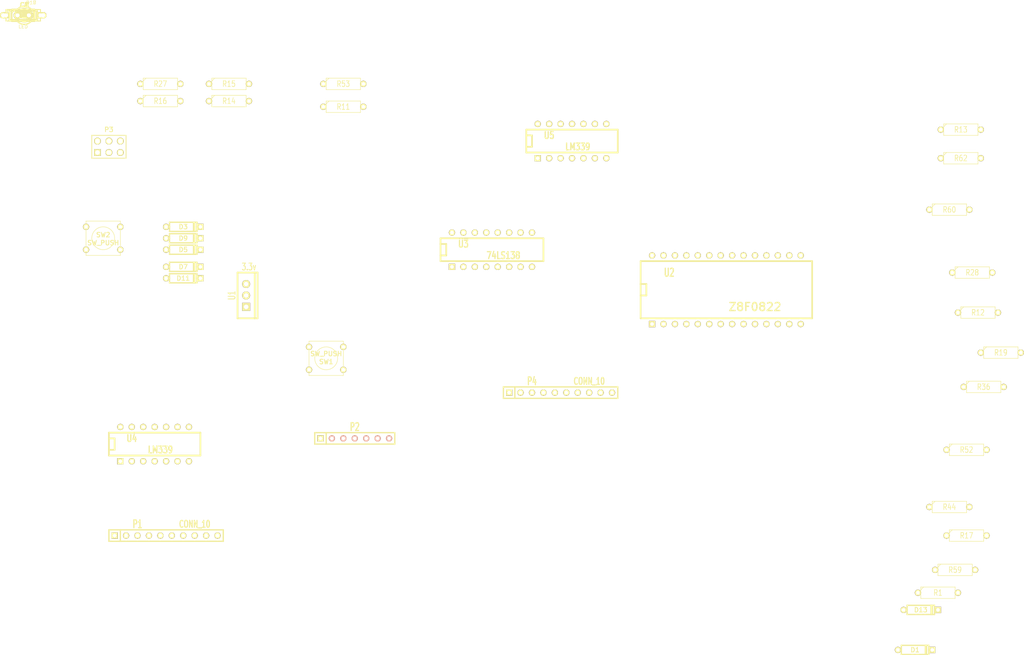
<source format=kicad_pcb>
(kicad_pcb (version 3) (host pcbnew "(2013-jul-07)-stable")

  (general
    (links 210)
    (no_connects 148)
    (area -13.106401 -7.4676 94.424501 95.656401)
    (thickness 1.6)
    (drawings 0)
    (tracks 0)
    (zones 0)
    (modules 98)
    (nets 71)
  )

  (page A3)
  (layers
    (15 F.Cu signal)
    (0 B.Cu signal)
    (17 F.Adhes user)
    (19 F.Paste user)
    (21 F.SilkS user)
    (23 F.Mask user)
    (28 Edge.Cuts user)
  )

  (setup
    (last_trace_width 0.254)
    (trace_clearance 0.254)
    (zone_clearance 0.508)
    (zone_45_only no)
    (trace_min 0.254)
    (segment_width 0.2)
    (edge_width 0.15)
    (via_size 0.889)
    (via_drill 0.635)
    (via_min_size 0.889)
    (via_min_drill 0.508)
    (uvia_size 0.508)
    (uvia_drill 0.127)
    (uvias_allowed no)
    (uvia_min_size 0.508)
    (uvia_min_drill 0.127)
    (pcb_text_width 0.3)
    (pcb_text_size 1.5 1.5)
    (mod_edge_width 0.15)
    (mod_text_size 1.5 1.5)
    (mod_text_width 0.15)
    (pad_size 1.524 1.524)
    (pad_drill 0.762)
    (pad_to_mask_clearance 0.2)
    (aux_axis_origin 0 0)
    (visible_elements FFFFFBBF)
    (pcbplotparams
      (layerselection 3178497)
      (usegerberextensions true)
      (excludeedgelayer true)
      (linewidth 0.100000)
      (plotframeref false)
      (viasonmask false)
      (mode 1)
      (useauxorigin false)
      (hpglpennumber 1)
      (hpglpenspeed 20)
      (hpglpendiameter 15)
      (hpglpenoverlay 2)
      (psnegative false)
      (psa4output false)
      (plotreference true)
      (plotvalue true)
      (plotothertext true)
      (plotinvisibletext false)
      (padsonsilk false)
      (subtractmaskfromsilk false)
      (outputformat 1)
      (mirror false)
      (drillshape 1)
      (scaleselection 1)
      (outputdirectory ""))
  )

  (net 0 "")
  (net 1 +3.3V)
  (net 2 +5V)
  (net 3 GND)
  (net 4 N-000001)
  (net 5 N-0000010)
  (net 6 N-0000011)
  (net 7 N-0000012)
  (net 8 N-0000013)
  (net 9 N-0000014)
  (net 10 N-0000015)
  (net 11 N-0000016)
  (net 12 N-0000017)
  (net 13 N-0000018)
  (net 14 N-0000019)
  (net 15 N-000002)
  (net 16 N-0000020)
  (net 17 N-0000021)
  (net 18 N-0000022)
  (net 19 N-0000023)
  (net 20 N-0000024)
  (net 21 N-0000025)
  (net 22 N-0000026)
  (net 23 N-0000027)
  (net 24 N-0000028)
  (net 25 N-0000029)
  (net 26 N-000003)
  (net 27 N-0000030)
  (net 28 N-0000031)
  (net 29 N-0000032)
  (net 30 N-0000033)
  (net 31 N-0000034)
  (net 32 N-0000035)
  (net 33 N-0000037)
  (net 34 N-0000038)
  (net 35 N-0000039)
  (net 36 N-000004)
  (net 37 N-0000040)
  (net 38 N-0000044)
  (net 39 N-0000045)
  (net 40 N-0000046)
  (net 41 N-0000047)
  (net 42 N-0000048)
  (net 43 N-0000049)
  (net 44 N-000005)
  (net 45 N-0000050)
  (net 46 N-0000052)
  (net 47 N-0000053)
  (net 48 N-0000056)
  (net 49 N-0000057)
  (net 50 N-0000058)
  (net 51 N-0000059)
  (net 52 N-000006)
  (net 53 N-0000060)
  (net 54 N-0000063)
  (net 55 N-0000064)
  (net 56 N-0000065)
  (net 57 N-0000066)
  (net 58 N-0000067)
  (net 59 N-000007)
  (net 60 N-0000071)
  (net 61 N-0000074)
  (net 62 N-0000076)
  (net 63 N-0000077)
  (net 64 N-000008)
  (net 65 N-0000080)
  (net 66 N-0000081)
  (net 67 N-0000082)
  (net 68 N-0000083)
  (net 69 N-0000089)
  (net 70 N-000009)

  (net_class Default "This is the default net class."
    (clearance 0.254)
    (trace_width 0.254)
    (via_dia 0.889)
    (via_drill 0.635)
    (uvia_dia 0.508)
    (uvia_drill 0.127)
    (add_net "")
    (add_net +3.3V)
    (add_net +5V)
    (add_net GND)
    (add_net N-000001)
    (add_net N-0000010)
    (add_net N-0000011)
    (add_net N-0000012)
    (add_net N-0000013)
    (add_net N-0000014)
    (add_net N-0000015)
    (add_net N-0000016)
    (add_net N-0000017)
    (add_net N-0000018)
    (add_net N-0000019)
    (add_net N-000002)
    (add_net N-0000020)
    (add_net N-0000021)
    (add_net N-0000022)
    (add_net N-0000023)
    (add_net N-0000024)
    (add_net N-0000025)
    (add_net N-0000026)
    (add_net N-0000027)
    (add_net N-0000028)
    (add_net N-0000029)
    (add_net N-000003)
    (add_net N-0000030)
    (add_net N-0000031)
    (add_net N-0000032)
    (add_net N-0000033)
    (add_net N-0000034)
    (add_net N-0000035)
    (add_net N-0000037)
    (add_net N-0000038)
    (add_net N-0000039)
    (add_net N-000004)
    (add_net N-0000040)
    (add_net N-0000044)
    (add_net N-0000045)
    (add_net N-0000046)
    (add_net N-0000047)
    (add_net N-0000048)
    (add_net N-0000049)
    (add_net N-000005)
    (add_net N-0000050)
    (add_net N-0000052)
    (add_net N-0000053)
    (add_net N-0000056)
    (add_net N-0000057)
    (add_net N-0000058)
    (add_net N-0000059)
    (add_net N-000006)
    (add_net N-0000060)
    (add_net N-0000063)
    (add_net N-0000064)
    (add_net N-0000065)
    (add_net N-0000066)
    (add_net N-0000067)
    (add_net N-000007)
    (add_net N-0000071)
    (add_net N-0000074)
    (add_net N-0000076)
    (add_net N-0000077)
    (add_net N-000008)
    (add_net N-0000080)
    (add_net N-0000081)
    (add_net N-0000082)
    (add_net N-0000083)
    (add_net N-0000089)
    (add_net N-000009)
  )

  (module TO220_VERT (layer F.Cu) (tedit 43A66C96) (tstamp 55EA2CB0)
    (at 49.53 62.23)
    (descr "Regulateur TO220 serie LM78xx")
    (tags "TR TO220")
    (path /553C723B)
    (fp_text reference U1 (at -3.175 0 90) (layer F.SilkS)
      (effects (font (size 1.524 1.016) (thickness 0.2032)))
    )
    (fp_text value 3.3v (at 0.635 -6.35) (layer F.SilkS)
      (effects (font (size 1.524 1.016) (thickness 0.2032)))
    )
    (fp_line (start 1.905 -5.08) (end 2.54 -5.08) (layer F.SilkS) (width 0.381))
    (fp_line (start 2.54 -5.08) (end 2.54 5.08) (layer F.SilkS) (width 0.381))
    (fp_line (start 2.54 5.08) (end 1.905 5.08) (layer F.SilkS) (width 0.381))
    (fp_line (start -1.905 -5.08) (end 1.905 -5.08) (layer F.SilkS) (width 0.381))
    (fp_line (start 1.905 -5.08) (end 1.905 5.08) (layer F.SilkS) (width 0.381))
    (fp_line (start 1.905 5.08) (end -1.905 5.08) (layer F.SilkS) (width 0.381))
    (fp_line (start -1.905 5.08) (end -1.905 -5.08) (layer F.SilkS) (width 0.381))
    (pad 2 thru_hole circle (at 0 -2.54) (size 1.778 1.778) (drill 1.016)
      (layers *.Cu *.Mask F.SilkS)
    )
    (pad 3 thru_hole circle (at 0 0) (size 1.778 1.778) (drill 1.016)
      (layers *.Cu *.Mask F.SilkS)
    )
    (pad 1 thru_hole rect (at 0 2.54) (size 1.778 1.778) (drill 1.016)
      (layers *.Cu *.Mask F.SilkS)
    )
  )

  (module SW_PUSH_SMALL (layer F.Cu) (tedit 46544DB3) (tstamp 55EA2CBD)
    (at 67.31 76.2 180)
    (path /553C92A5)
    (fp_text reference SW1 (at 0 -0.762 180) (layer F.SilkS)
      (effects (font (size 1.016 1.016) (thickness 0.2032)))
    )
    (fp_text value SW_PUSH (at 0 1.016 180) (layer F.SilkS)
      (effects (font (size 1.016 1.016) (thickness 0.2032)))
    )
    (fp_circle (center 0 0) (end 0 -2.54) (layer F.SilkS) (width 0.127))
    (fp_line (start -3.81 -3.81) (end 3.81 -3.81) (layer F.SilkS) (width 0.127))
    (fp_line (start 3.81 -3.81) (end 3.81 3.81) (layer F.SilkS) (width 0.127))
    (fp_line (start 3.81 3.81) (end -3.81 3.81) (layer F.SilkS) (width 0.127))
    (fp_line (start -3.81 -3.81) (end -3.81 3.81) (layer F.SilkS) (width 0.127))
    (pad 1 thru_hole circle (at 3.81 -2.54 180) (size 1.397 1.397) (drill 0.8128)
      (layers *.Cu *.Mask F.SilkS)
      (net 3 GND)
    )
    (pad 2 thru_hole circle (at 3.81 2.54 180) (size 1.397 1.397) (drill 0.8128)
      (layers *.Cu *.Mask F.SilkS)
      (net 38 N-0000044)
    )
    (pad 1 thru_hole circle (at -3.81 -2.54 180) (size 1.397 1.397) (drill 0.8128)
      (layers *.Cu *.Mask F.SilkS)
      (net 3 GND)
    )
    (pad 2 thru_hole circle (at -3.81 2.54 180) (size 1.397 1.397) (drill 0.8128)
      (layers *.Cu *.Mask F.SilkS)
      (net 38 N-0000044)
    )
  )

  (module SW_PUSH_SMALL (layer F.Cu) (tedit 46544DB3) (tstamp 55EA2CCA)
    (at 17.78 49.53)
    (path /553C860B)
    (fp_text reference SW2 (at 0 -0.762) (layer F.SilkS)
      (effects (font (size 1.016 1.016) (thickness 0.2032)))
    )
    (fp_text value SW_PUSH (at 0 1.016) (layer F.SilkS)
      (effects (font (size 1.016 1.016) (thickness 0.2032)))
    )
    (fp_circle (center 0 0) (end 0 -2.54) (layer F.SilkS) (width 0.127))
    (fp_line (start -3.81 -3.81) (end 3.81 -3.81) (layer F.SilkS) (width 0.127))
    (fp_line (start 3.81 -3.81) (end 3.81 3.81) (layer F.SilkS) (width 0.127))
    (fp_line (start 3.81 3.81) (end -3.81 3.81) (layer F.SilkS) (width 0.127))
    (fp_line (start -3.81 -3.81) (end -3.81 3.81) (layer F.SilkS) (width 0.127))
    (pad 1 thru_hole circle (at 3.81 -2.54) (size 1.397 1.397) (drill 0.8128)
      (layers *.Cu *.Mask F.SilkS)
      (net 69 N-0000089)
    )
    (pad 2 thru_hole circle (at 3.81 2.54) (size 1.397 1.397) (drill 0.8128)
      (layers *.Cu *.Mask F.SilkS)
      (net 3 GND)
    )
    (pad 1 thru_hole circle (at -3.81 -2.54) (size 1.397 1.397) (drill 0.8128)
      (layers *.Cu *.Mask F.SilkS)
      (net 69 N-0000089)
    )
    (pad 2 thru_hole circle (at -3.81 2.54) (size 1.397 1.397) (drill 0.8128)
      (layers *.Cu *.Mask F.SilkS)
      (net 3 GND)
    )
  )

  (module SIL-7 (layer F.Cu) (tedit 200000) (tstamp 55EA2CDC)
    (at 73.66 93.98)
    (descr "Connecteur 7 pins")
    (tags "CONN DEV")
    (path /55EA2EDC)
    (fp_text reference P2 (at 0 -2.54) (layer F.SilkS)
      (effects (font (size 1.72974 1.08712) (thickness 0.3048)))
    )
    (fp_text value CONN_7 (at 0 -2.54) (layer F.SilkS) hide
      (effects (font (size 1.524 1.016) (thickness 0.3048)))
    )
    (fp_line (start -8.89 -1.27) (end -8.89 -1.27) (layer F.SilkS) (width 0.3048))
    (fp_line (start -8.89 -1.27) (end 8.89 -1.27) (layer F.SilkS) (width 0.3048))
    (fp_line (start 8.89 -1.27) (end 8.89 1.27) (layer F.SilkS) (width 0.3048))
    (fp_line (start 8.89 1.27) (end -8.89 1.27) (layer F.SilkS) (width 0.3048))
    (fp_line (start -8.89 1.27) (end -8.89 -1.27) (layer F.SilkS) (width 0.3048))
    (fp_line (start -6.35 1.27) (end -6.35 1.27) (layer F.SilkS) (width 0.3048))
    (fp_line (start -6.35 1.27) (end -6.35 -1.27) (layer F.SilkS) (width 0.3048))
    (pad 1 thru_hole rect (at -7.62 0) (size 1.397 1.397) (drill 0.8128)
      (layers *.Cu *.Mask F.SilkS)
      (net 3 GND)
    )
    (pad 2 thru_hole circle (at -5.08 0) (size 1.397 1.397) (drill 0.8128)
      (layers *.Cu *.SilkS *.Mask)
    )
    (pad 3 thru_hole circle (at -2.54 0) (size 1.397 1.397) (drill 0.8128)
      (layers *.Cu *.SilkS *.Mask)
      (net 32 N-0000035)
    )
    (pad 4 thru_hole circle (at 0 0) (size 1.397 1.397) (drill 0.8128)
      (layers *.Cu *.SilkS *.Mask)
      (net 37 N-0000040)
    )
    (pad 5 thru_hole circle (at 2.54 0) (size 1.397 1.397) (drill 0.8128)
      (layers *.Cu *.SilkS *.Mask)
      (net 35 N-0000039)
    )
    (pad 6 thru_hole circle (at 5.08 0) (size 1.397 1.397) (drill 0.8128)
      (layers *.Cu *.SilkS *.Mask)
      (net 34 N-0000038)
    )
    (pad 7 thru_hole circle (at 7.62 0) (size 1.397 1.397) (drill 0.8128)
      (layers *.Cu *.SilkS *.Mask)
      (net 33 N-0000037)
    )
  )

  (module SIL-10 (layer F.Cu) (tedit 200000) (tstamp 55EA2CEF)
    (at 31.75 115.57)
    (descr "Connecteur 10 pins")
    (tags "CONN DEV")
    (path /553C567D)
    (fp_text reference P1 (at -6.35 -2.54) (layer F.SilkS)
      (effects (font (size 1.72974 1.08712) (thickness 0.3048)))
    )
    (fp_text value CONN_10 (at 6.35 -2.54) (layer F.SilkS)
      (effects (font (size 1.524 1.016) (thickness 0.3048)))
    )
    (fp_line (start -12.7 1.27) (end -12.7 -1.27) (layer F.SilkS) (width 0.3048))
    (fp_line (start -12.7 -1.27) (end 12.7 -1.27) (layer F.SilkS) (width 0.3048))
    (fp_line (start 12.7 -1.27) (end 12.7 1.27) (layer F.SilkS) (width 0.3048))
    (fp_line (start 12.7 1.27) (end -12.7 1.27) (layer F.SilkS) (width 0.3048))
    (fp_line (start -10.16 1.27) (end -10.16 -1.27) (layer F.SilkS) (width 0.3048))
    (pad 1 thru_hole rect (at -11.43 0) (size 1.397 1.397) (drill 0.8128)
      (layers *.Cu *.Mask F.SilkS)
      (net 3 GND)
    )
    (pad 2 thru_hole circle (at -8.89 0) (size 1.397 1.397) (drill 0.8128)
      (layers *.Cu *.Mask F.SilkS)
      (net 64 N-000008)
    )
    (pad 3 thru_hole circle (at -6.35 0) (size 1.397 1.397) (drill 0.8128)
      (layers *.Cu *.Mask F.SilkS)
      (net 59 N-000007)
    )
    (pad 4 thru_hole circle (at -3.81 0) (size 1.397 1.397) (drill 0.8128)
      (layers *.Cu *.Mask F.SilkS)
      (net 52 N-000006)
    )
    (pad 5 thru_hole circle (at -1.27 0) (size 1.397 1.397) (drill 0.8128)
      (layers *.Cu *.Mask F.SilkS)
      (net 44 N-000005)
    )
    (pad 6 thru_hole circle (at 1.27 0) (size 1.397 1.397) (drill 0.8128)
      (layers *.Cu *.Mask F.SilkS)
      (net 36 N-000004)
    )
    (pad 7 thru_hole circle (at 3.81 0) (size 1.397 1.397) (drill 0.8128)
      (layers *.Cu *.Mask F.SilkS)
    )
    (pad 8 thru_hole circle (at 6.35 0) (size 1.397 1.397) (drill 0.8128)
      (layers *.Cu *.Mask F.SilkS)
      (net 26 N-000003)
    )
    (pad 9 thru_hole circle (at 8.89 0) (size 1.397 1.397) (drill 0.8128)
      (layers *.Cu *.Mask F.SilkS)
      (net 15 N-000002)
    )
    (pad 10 thru_hole circle (at 11.43 0) (size 1.397 1.397) (drill 0.8128)
      (layers *.Cu *.Mask F.SilkS)
      (net 4 N-000001)
    )
  )

  (module SIL-10 (layer F.Cu) (tedit 200000) (tstamp 55EA2D02)
    (at 119.38 83.82)
    (descr "Connecteur 10 pins")
    (tags "CONN DEV")
    (path /55346F2F)
    (fp_text reference P4 (at -6.35 -2.54) (layer F.SilkS)
      (effects (font (size 1.72974 1.08712) (thickness 0.3048)))
    )
    (fp_text value CONN_10 (at 6.35 -2.54) (layer F.SilkS)
      (effects (font (size 1.524 1.016) (thickness 0.3048)))
    )
    (fp_line (start -12.7 1.27) (end -12.7 -1.27) (layer F.SilkS) (width 0.3048))
    (fp_line (start -12.7 -1.27) (end 12.7 -1.27) (layer F.SilkS) (width 0.3048))
    (fp_line (start 12.7 -1.27) (end 12.7 1.27) (layer F.SilkS) (width 0.3048))
    (fp_line (start 12.7 1.27) (end -12.7 1.27) (layer F.SilkS) (width 0.3048))
    (fp_line (start -10.16 1.27) (end -10.16 -1.27) (layer F.SilkS) (width 0.3048))
    (pad 1 thru_hole rect (at -11.43 0) (size 1.397 1.397) (drill 0.8128)
      (layers *.Cu *.Mask F.SilkS)
      (net 58 N-0000067)
    )
    (pad 2 thru_hole circle (at -8.89 0) (size 1.397 1.397) (drill 0.8128)
      (layers *.Cu *.Mask F.SilkS)
      (net 63 N-0000077)
    )
    (pad 3 thru_hole circle (at -6.35 0) (size 1.397 1.397) (drill 0.8128)
      (layers *.Cu *.Mask F.SilkS)
      (net 67 N-0000082)
    )
    (pad 4 thru_hole circle (at -3.81 0) (size 1.397 1.397) (drill 0.8128)
      (layers *.Cu *.Mask F.SilkS)
      (net 61 N-0000074)
    )
    (pad 5 thru_hole circle (at -1.27 0) (size 1.397 1.397) (drill 0.8128)
      (layers *.Cu *.Mask F.SilkS)
    )
    (pad 6 thru_hole circle (at 1.27 0) (size 1.397 1.397) (drill 0.8128)
      (layers *.Cu *.Mask F.SilkS)
      (net 49 N-0000057)
    )
    (pad 7 thru_hole circle (at 3.81 0) (size 1.397 1.397) (drill 0.8128)
      (layers *.Cu *.Mask F.SilkS)
      (net 53 N-0000060)
    )
    (pad 8 thru_hole circle (at 6.35 0) (size 1.397 1.397) (drill 0.8128)
      (layers *.Cu *.Mask F.SilkS)
      (net 47 N-0000053)
    )
    (pad 9 thru_hole circle (at 8.89 0) (size 1.397 1.397) (drill 0.8128)
      (layers *.Cu *.Mask F.SilkS)
      (net 54 N-0000063)
    )
    (pad 10 thru_hole circle (at 11.43 0) (size 1.397 1.397) (drill 0.8128)
      (layers *.Cu *.Mask F.SilkS)
      (net 3 GND)
    )
  )

  (module R3-5 (layer F.Cu) (tedit 3F979F9F) (tstamp 55EA2D10)
    (at 30.48 19.05)
    (path /553C56D0)
    (fp_text reference R16 (at 0 0) (layer F.SilkS)
      (effects (font (size 1.27 1.016) (thickness 0.1524)))
    )
    (fp_text value 1k (at 0 0) (layer F.SilkS) hide
      (effects (font (size 1.27 1.016) (thickness 0.1524)))
    )
    (fp_line (start -3.81 -0.635) (end -3.81 1.27) (layer F.SilkS) (width 0.127))
    (fp_line (start -3.81 1.27) (end 3.81 1.27) (layer F.SilkS) (width 0.127))
    (fp_line (start 3.81 1.27) (end 3.81 -1.27) (layer F.SilkS) (width 0.127))
    (fp_line (start 3.81 -1.27) (end -3.81 -1.27) (layer F.SilkS) (width 0.127))
    (fp_line (start -3.81 -1.27) (end -3.81 -0.635) (layer F.SilkS) (width 0.127))
    (fp_line (start -4.445 0) (end -3.81 0) (layer F.SilkS) (width 0.127))
    (fp_line (start 3.81 0) (end 4.445 0) (layer F.SilkS) (width 0.127))
    (fp_line (start -3.81 -0.635) (end -3.175 -1.27) (layer F.SilkS) (width 0.127))
    (pad 1 thru_hole circle (at -4.445 0) (size 1.397 1.397) (drill 0.8128)
      (layers *.Cu *.Mask F.SilkS)
      (net 2 +5V)
    )
    (pad 2 thru_hole circle (at 4.445 0) (size 1.397 1.397) (drill 0.8128)
      (layers *.Cu *.Mask F.SilkS)
      (net 5 N-0000010)
    )
    (model discret/resistor.wrl
      (at (xyz 0 0 0))
      (scale (xyz 0.35 0.35 0.3))
      (rotate (xyz 0 0 0))
    )
  )

  (module R3-5 (layer F.Cu) (tedit 3F979F9F) (tstamp 55EA2D1E)
    (at 30.48 15.24)
    (path /5534673A)
    (fp_text reference R27 (at 0 0) (layer F.SilkS)
      (effects (font (size 1.27 1.016) (thickness 0.1524)))
    )
    (fp_text value 10k (at 0 0) (layer F.SilkS) hide
      (effects (font (size 1.27 1.016) (thickness 0.1524)))
    )
    (fp_line (start -3.81 -0.635) (end -3.81 1.27) (layer F.SilkS) (width 0.127))
    (fp_line (start -3.81 1.27) (end 3.81 1.27) (layer F.SilkS) (width 0.127))
    (fp_line (start 3.81 1.27) (end 3.81 -1.27) (layer F.SilkS) (width 0.127))
    (fp_line (start 3.81 -1.27) (end -3.81 -1.27) (layer F.SilkS) (width 0.127))
    (fp_line (start -3.81 -1.27) (end -3.81 -0.635) (layer F.SilkS) (width 0.127))
    (fp_line (start -4.445 0) (end -3.81 0) (layer F.SilkS) (width 0.127))
    (fp_line (start 3.81 0) (end 4.445 0) (layer F.SilkS) (width 0.127))
    (fp_line (start -3.81 -0.635) (end -3.175 -1.27) (layer F.SilkS) (width 0.127))
    (pad 1 thru_hole circle (at -4.445 0) (size 1.397 1.397) (drill 0.8128)
      (layers *.Cu *.Mask F.SilkS)
      (net 2 +5V)
    )
    (pad 2 thru_hole circle (at 4.445 0) (size 1.397 1.397) (drill 0.8128)
      (layers *.Cu *.Mask F.SilkS)
      (net 46 N-0000052)
    )
    (model discret/resistor.wrl
      (at (xyz 0 0 0))
      (scale (xyz 0.35 0.35 0.3))
      (rotate (xyz 0 0 0))
    )
  )

  (module R3-5 (layer F.Cu) (tedit 3F979F9F) (tstamp 55EA2D2C)
    (at 45.72 15.24)
    (path /553C56C1)
    (fp_text reference R15 (at 0 0) (layer F.SilkS)
      (effects (font (size 1.27 1.016) (thickness 0.1524)))
    )
    (fp_text value 1k (at 0 0) (layer F.SilkS) hide
      (effects (font (size 1.27 1.016) (thickness 0.1524)))
    )
    (fp_line (start -3.81 -0.635) (end -3.81 1.27) (layer F.SilkS) (width 0.127))
    (fp_line (start -3.81 1.27) (end 3.81 1.27) (layer F.SilkS) (width 0.127))
    (fp_line (start 3.81 1.27) (end 3.81 -1.27) (layer F.SilkS) (width 0.127))
    (fp_line (start 3.81 -1.27) (end -3.81 -1.27) (layer F.SilkS) (width 0.127))
    (fp_line (start -3.81 -1.27) (end -3.81 -0.635) (layer F.SilkS) (width 0.127))
    (fp_line (start -4.445 0) (end -3.81 0) (layer F.SilkS) (width 0.127))
    (fp_line (start 3.81 0) (end 4.445 0) (layer F.SilkS) (width 0.127))
    (fp_line (start -3.81 -0.635) (end -3.175 -1.27) (layer F.SilkS) (width 0.127))
    (pad 1 thru_hole circle (at -4.445 0) (size 1.397 1.397) (drill 0.8128)
      (layers *.Cu *.Mask F.SilkS)
      (net 2 +5V)
    )
    (pad 2 thru_hole circle (at 4.445 0) (size 1.397 1.397) (drill 0.8128)
      (layers *.Cu *.Mask F.SilkS)
      (net 70 N-000009)
    )
    (model discret/resistor.wrl
      (at (xyz 0 0 0))
      (scale (xyz 0.35 0.35 0.3))
      (rotate (xyz 0 0 0))
    )
  )

  (module R3-5 (layer F.Cu) (tedit 3F979F9F) (tstamp 55EA2D3A)
    (at 45.72 19.05)
    (path /553C56B2)
    (fp_text reference R14 (at 0 0) (layer F.SilkS)
      (effects (font (size 1.27 1.016) (thickness 0.1524)))
    )
    (fp_text value 1k (at 0 0) (layer F.SilkS) hide
      (effects (font (size 1.27 1.016) (thickness 0.1524)))
    )
    (fp_line (start -3.81 -0.635) (end -3.81 1.27) (layer F.SilkS) (width 0.127))
    (fp_line (start -3.81 1.27) (end 3.81 1.27) (layer F.SilkS) (width 0.127))
    (fp_line (start 3.81 1.27) (end 3.81 -1.27) (layer F.SilkS) (width 0.127))
    (fp_line (start 3.81 -1.27) (end -3.81 -1.27) (layer F.SilkS) (width 0.127))
    (fp_line (start -3.81 -1.27) (end -3.81 -0.635) (layer F.SilkS) (width 0.127))
    (fp_line (start -4.445 0) (end -3.81 0) (layer F.SilkS) (width 0.127))
    (fp_line (start 3.81 0) (end 4.445 0) (layer F.SilkS) (width 0.127))
    (fp_line (start -3.81 -0.635) (end -3.175 -1.27) (layer F.SilkS) (width 0.127))
    (pad 1 thru_hole circle (at -4.445 0) (size 1.397 1.397) (drill 0.8128)
      (layers *.Cu *.Mask F.SilkS)
      (net 2 +5V)
    )
    (pad 2 thru_hole circle (at 4.445 0) (size 1.397 1.397) (drill 0.8128)
      (layers *.Cu *.Mask F.SilkS)
      (net 11 N-0000016)
    )
    (model discret/resistor.wrl
      (at (xyz 0 0 0))
      (scale (xyz 0.35 0.35 0.3))
      (rotate (xyz 0 0 0))
    )
  )

  (module R3-5 (layer F.Cu) (tedit 3F979F9F) (tstamp 55EA2D48)
    (at 208.28 25.4)
    (path /553C56A3)
    (fp_text reference R13 (at 0 0) (layer F.SilkS)
      (effects (font (size 1.27 1.016) (thickness 0.1524)))
    )
    (fp_text value 1k (at 0 0) (layer F.SilkS) hide
      (effects (font (size 1.27 1.016) (thickness 0.1524)))
    )
    (fp_line (start -3.81 -0.635) (end -3.81 1.27) (layer F.SilkS) (width 0.127))
    (fp_line (start -3.81 1.27) (end 3.81 1.27) (layer F.SilkS) (width 0.127))
    (fp_line (start 3.81 1.27) (end 3.81 -1.27) (layer F.SilkS) (width 0.127))
    (fp_line (start 3.81 -1.27) (end -3.81 -1.27) (layer F.SilkS) (width 0.127))
    (fp_line (start -3.81 -1.27) (end -3.81 -0.635) (layer F.SilkS) (width 0.127))
    (fp_line (start -4.445 0) (end -3.81 0) (layer F.SilkS) (width 0.127))
    (fp_line (start 3.81 0) (end 4.445 0) (layer F.SilkS) (width 0.127))
    (fp_line (start -3.81 -0.635) (end -3.175 -1.27) (layer F.SilkS) (width 0.127))
    (pad 1 thru_hole circle (at -4.445 0) (size 1.397 1.397) (drill 0.8128)
      (layers *.Cu *.Mask F.SilkS)
      (net 2 +5V)
    )
    (pad 2 thru_hole circle (at 4.445 0) (size 1.397 1.397) (drill 0.8128)
      (layers *.Cu *.Mask F.SilkS)
      (net 10 N-0000015)
    )
    (model discret/resistor.wrl
      (at (xyz 0 0 0))
      (scale (xyz 0.35 0.35 0.3))
      (rotate (xyz 0 0 0))
    )
  )

  (module R3-5 (layer F.Cu) (tedit 3F979F9F) (tstamp 55EA2D56)
    (at 208.28 31.75)
    (path /55346940)
    (fp_text reference R62 (at 0 0) (layer F.SilkS)
      (effects (font (size 1.27 1.016) (thickness 0.1524)))
    )
    (fp_text value 10k (at 0 0) (layer F.SilkS) hide
      (effects (font (size 1.27 1.016) (thickness 0.1524)))
    )
    (fp_line (start -3.81 -0.635) (end -3.81 1.27) (layer F.SilkS) (width 0.127))
    (fp_line (start -3.81 1.27) (end 3.81 1.27) (layer F.SilkS) (width 0.127))
    (fp_line (start 3.81 1.27) (end 3.81 -1.27) (layer F.SilkS) (width 0.127))
    (fp_line (start 3.81 -1.27) (end -3.81 -1.27) (layer F.SilkS) (width 0.127))
    (fp_line (start -3.81 -1.27) (end -3.81 -0.635) (layer F.SilkS) (width 0.127))
    (fp_line (start -4.445 0) (end -3.81 0) (layer F.SilkS) (width 0.127))
    (fp_line (start 3.81 0) (end 4.445 0) (layer F.SilkS) (width 0.127))
    (fp_line (start -3.81 -0.635) (end -3.175 -1.27) (layer F.SilkS) (width 0.127))
    (pad 1 thru_hole circle (at -4.445 0) (size 1.397 1.397) (drill 0.8128)
      (layers *.Cu *.Mask F.SilkS)
      (net 65 N-0000080)
    )
    (pad 2 thru_hole circle (at 4.445 0) (size 1.397 1.397) (drill 0.8128)
      (layers *.Cu *.Mask F.SilkS)
      (net 3 GND)
    )
    (model discret/resistor.wrl
      (at (xyz 0 0 0))
      (scale (xyz 0.35 0.35 0.3))
      (rotate (xyz 0 0 0))
    )
  )

  (module R3-5 (layer F.Cu) (tedit 3F979F9F) (tstamp 55EA2D64)
    (at 71.12 15.24)
    (path /5534679F)
    (fp_text reference R53 (at 0 0) (layer F.SilkS)
      (effects (font (size 1.27 1.016) (thickness 0.1524)))
    )
    (fp_text value 6.8k (at 0 0) (layer F.SilkS) hide
      (effects (font (size 1.27 1.016) (thickness 0.1524)))
    )
    (fp_line (start -3.81 -0.635) (end -3.81 1.27) (layer F.SilkS) (width 0.127))
    (fp_line (start -3.81 1.27) (end 3.81 1.27) (layer F.SilkS) (width 0.127))
    (fp_line (start 3.81 1.27) (end 3.81 -1.27) (layer F.SilkS) (width 0.127))
    (fp_line (start 3.81 -1.27) (end -3.81 -1.27) (layer F.SilkS) (width 0.127))
    (fp_line (start -3.81 -1.27) (end -3.81 -0.635) (layer F.SilkS) (width 0.127))
    (fp_line (start -4.445 0) (end -3.81 0) (layer F.SilkS) (width 0.127))
    (fp_line (start 3.81 0) (end 4.445 0) (layer F.SilkS) (width 0.127))
    (fp_line (start -3.81 -0.635) (end -3.175 -1.27) (layer F.SilkS) (width 0.127))
    (pad 1 thru_hole circle (at -4.445 0) (size 1.397 1.397) (drill 0.8128)
      (layers *.Cu *.Mask F.SilkS)
      (net 2 +5V)
    )
    (pad 2 thru_hole circle (at 4.445 0) (size 1.397 1.397) (drill 0.8128)
      (layers *.Cu *.Mask F.SilkS)
      (net 65 N-0000080)
    )
    (model discret/resistor.wrl
      (at (xyz 0 0 0))
      (scale (xyz 0.35 0.35 0.3))
      (rotate (xyz 0 0 0))
    )
  )

  (module R3-5 (layer F.Cu) (tedit 3F979F9F) (tstamp 55EA2D72)
    (at 205.74 43.18)
    (path /55346782)
    (fp_text reference R60 (at 0 0) (layer F.SilkS)
      (effects (font (size 1.27 1.016) (thickness 0.1524)))
    )
    (fp_text value 2.2k (at 0 0) (layer F.SilkS) hide
      (effects (font (size 1.27 1.016) (thickness 0.1524)))
    )
    (fp_line (start -3.81 -0.635) (end -3.81 1.27) (layer F.SilkS) (width 0.127))
    (fp_line (start -3.81 1.27) (end 3.81 1.27) (layer F.SilkS) (width 0.127))
    (fp_line (start 3.81 1.27) (end 3.81 -1.27) (layer F.SilkS) (width 0.127))
    (fp_line (start 3.81 -1.27) (end -3.81 -1.27) (layer F.SilkS) (width 0.127))
    (fp_line (start -3.81 -1.27) (end -3.81 -0.635) (layer F.SilkS) (width 0.127))
    (fp_line (start -4.445 0) (end -3.81 0) (layer F.SilkS) (width 0.127))
    (fp_line (start 3.81 0) (end 4.445 0) (layer F.SilkS) (width 0.127))
    (fp_line (start -3.81 -0.635) (end -3.175 -1.27) (layer F.SilkS) (width 0.127))
    (pad 1 thru_hole circle (at -4.445 0) (size 1.397 1.397) (drill 0.8128)
      (layers *.Cu *.Mask F.SilkS)
      (net 2 +5V)
    )
    (pad 2 thru_hole circle (at 4.445 0) (size 1.397 1.397) (drill 0.8128)
      (layers *.Cu *.Mask F.SilkS)
      (net 54 N-0000063)
    )
    (model discret/resistor.wrl
      (at (xyz 0 0 0))
      (scale (xyz 0.35 0.35 0.3))
      (rotate (xyz 0 0 0))
    )
  )

  (module R3-5 (layer F.Cu) (tedit 3F979F9F) (tstamp 55EA2D80)
    (at 210.82 57.15)
    (path /5534677C)
    (fp_text reference R28 (at 0 0) (layer F.SilkS)
      (effects (font (size 1.27 1.016) (thickness 0.1524)))
    )
    (fp_text value 10k (at 0 0) (layer F.SilkS) hide
      (effects (font (size 1.27 1.016) (thickness 0.1524)))
    )
    (fp_line (start -3.81 -0.635) (end -3.81 1.27) (layer F.SilkS) (width 0.127))
    (fp_line (start -3.81 1.27) (end 3.81 1.27) (layer F.SilkS) (width 0.127))
    (fp_line (start 3.81 1.27) (end 3.81 -1.27) (layer F.SilkS) (width 0.127))
    (fp_line (start 3.81 -1.27) (end -3.81 -1.27) (layer F.SilkS) (width 0.127))
    (fp_line (start -3.81 -1.27) (end -3.81 -0.635) (layer F.SilkS) (width 0.127))
    (fp_line (start -4.445 0) (end -3.81 0) (layer F.SilkS) (width 0.127))
    (fp_line (start 3.81 0) (end 4.445 0) (layer F.SilkS) (width 0.127))
    (fp_line (start -3.81 -0.635) (end -3.175 -1.27) (layer F.SilkS) (width 0.127))
    (pad 1 thru_hole circle (at -4.445 0) (size 1.397 1.397) (drill 0.8128)
      (layers *.Cu *.Mask F.SilkS)
      (net 2 +5V)
    )
    (pad 2 thru_hole circle (at 4.445 0) (size 1.397 1.397) (drill 0.8128)
      (layers *.Cu *.Mask F.SilkS)
      (net 50 N-0000058)
    )
    (model discret/resistor.wrl
      (at (xyz 0 0 0))
      (scale (xyz 0.35 0.35 0.3))
      (rotate (xyz 0 0 0))
    )
  )

  (module R3-5 (layer F.Cu) (tedit 3F979F9F) (tstamp 55EA2D8E)
    (at 213.36 82.55)
    (path /55346776)
    (fp_text reference R36 (at 0 0) (layer F.SilkS)
      (effects (font (size 1.27 1.016) (thickness 0.1524)))
    )
    (fp_text value 220k (at 0 0) (layer F.SilkS) hide
      (effects (font (size 1.27 1.016) (thickness 0.1524)))
    )
    (fp_line (start -3.81 -0.635) (end -3.81 1.27) (layer F.SilkS) (width 0.127))
    (fp_line (start -3.81 1.27) (end 3.81 1.27) (layer F.SilkS) (width 0.127))
    (fp_line (start 3.81 1.27) (end 3.81 -1.27) (layer F.SilkS) (width 0.127))
    (fp_line (start 3.81 -1.27) (end -3.81 -1.27) (layer F.SilkS) (width 0.127))
    (fp_line (start -3.81 -1.27) (end -3.81 -0.635) (layer F.SilkS) (width 0.127))
    (fp_line (start -4.445 0) (end -3.81 0) (layer F.SilkS) (width 0.127))
    (fp_line (start 3.81 0) (end 4.445 0) (layer F.SilkS) (width 0.127))
    (fp_line (start -3.81 -0.635) (end -3.175 -1.27) (layer F.SilkS) (width 0.127))
    (pad 1 thru_hole circle (at -4.445 0) (size 1.397 1.397) (drill 0.8128)
      (layers *.Cu *.Mask F.SilkS)
      (net 50 N-0000058)
    )
    (pad 2 thru_hole circle (at 4.445 0) (size 1.397 1.397) (drill 0.8128)
      (layers *.Cu *.Mask F.SilkS)
      (net 19 N-0000023)
    )
    (model discret/resistor.wrl
      (at (xyz 0 0 0))
      (scale (xyz 0.35 0.35 0.3))
      (rotate (xyz 0 0 0))
    )
  )

  (module R3-5 (layer F.Cu) (tedit 3F979F9F) (tstamp 55EA2D9C)
    (at 209.55 96.52)
    (path /55346770)
    (fp_text reference R52 (at 0 0) (layer F.SilkS)
      (effects (font (size 1.27 1.016) (thickness 0.1524)))
    )
    (fp_text value 100k (at 0 0) (layer F.SilkS) hide
      (effects (font (size 1.27 1.016) (thickness 0.1524)))
    )
    (fp_line (start -3.81 -0.635) (end -3.81 1.27) (layer F.SilkS) (width 0.127))
    (fp_line (start -3.81 1.27) (end 3.81 1.27) (layer F.SilkS) (width 0.127))
    (fp_line (start 3.81 1.27) (end 3.81 -1.27) (layer F.SilkS) (width 0.127))
    (fp_line (start 3.81 -1.27) (end -3.81 -1.27) (layer F.SilkS) (width 0.127))
    (fp_line (start -3.81 -1.27) (end -3.81 -0.635) (layer F.SilkS) (width 0.127))
    (fp_line (start -4.445 0) (end -3.81 0) (layer F.SilkS) (width 0.127))
    (fp_line (start 3.81 0) (end 4.445 0) (layer F.SilkS) (width 0.127))
    (fp_line (start -3.81 -0.635) (end -3.175 -1.27) (layer F.SilkS) (width 0.127))
    (pad 1 thru_hole circle (at -4.445 0) (size 1.397 1.397) (drill 0.8128)
      (layers *.Cu *.Mask F.SilkS)
      (net 19 N-0000023)
    )
    (pad 2 thru_hole circle (at 4.445 0) (size 1.397 1.397) (drill 0.8128)
      (layers *.Cu *.Mask F.SilkS)
      (net 65 N-0000080)
    )
    (model discret/resistor.wrl
      (at (xyz 0 0 0))
      (scale (xyz 0.35 0.35 0.3))
      (rotate (xyz 0 0 0))
    )
  )

  (module R3-5 (layer F.Cu) (tedit 3F979F9F) (tstamp 55EA2DAA)
    (at 205.74 109.22)
    (path /5534676A)
    (fp_text reference R44 (at 0 0) (layer F.SilkS)
      (effects (font (size 1.27 1.016) (thickness 0.1524)))
    )
    (fp_text value 3.3k (at 0 0) (layer F.SilkS) hide
      (effects (font (size 1.27 1.016) (thickness 0.1524)))
    )
    (fp_line (start -3.81 -0.635) (end -3.81 1.27) (layer F.SilkS) (width 0.127))
    (fp_line (start -3.81 1.27) (end 3.81 1.27) (layer F.SilkS) (width 0.127))
    (fp_line (start 3.81 1.27) (end 3.81 -1.27) (layer F.SilkS) (width 0.127))
    (fp_line (start 3.81 -1.27) (end -3.81 -1.27) (layer F.SilkS) (width 0.127))
    (fp_line (start -3.81 -1.27) (end -3.81 -0.635) (layer F.SilkS) (width 0.127))
    (fp_line (start -4.445 0) (end -3.81 0) (layer F.SilkS) (width 0.127))
    (fp_line (start 3.81 0) (end 4.445 0) (layer F.SilkS) (width 0.127))
    (fp_line (start -3.81 -0.635) (end -3.175 -1.27) (layer F.SilkS) (width 0.127))
    (pad 1 thru_hole circle (at -4.445 0) (size 1.397 1.397) (drill 0.8128)
      (layers *.Cu *.Mask F.SilkS)
      (net 18 N-0000022)
    )
    (pad 2 thru_hole circle (at 4.445 0) (size 1.397 1.397) (drill 0.8128)
      (layers *.Cu *.Mask F.SilkS)
      (net 54 N-0000063)
    )
    (model discret/resistor.wrl
      (at (xyz 0 0 0))
      (scale (xyz 0.35 0.35 0.3))
      (rotate (xyz 0 0 0))
    )
  )

  (module R3-5 (layer F.Cu) (tedit 3F979F9F) (tstamp 55EA2DB8)
    (at 207.01 123.19)
    (path /55346740)
    (fp_text reference R59 (at 0 0) (layer F.SilkS)
      (effects (font (size 1.27 1.016) (thickness 0.1524)))
    )
    (fp_text value 2.2k (at 0 0) (layer F.SilkS) hide
      (effects (font (size 1.27 1.016) (thickness 0.1524)))
    )
    (fp_line (start -3.81 -0.635) (end -3.81 1.27) (layer F.SilkS) (width 0.127))
    (fp_line (start -3.81 1.27) (end 3.81 1.27) (layer F.SilkS) (width 0.127))
    (fp_line (start 3.81 1.27) (end 3.81 -1.27) (layer F.SilkS) (width 0.127))
    (fp_line (start 3.81 -1.27) (end -3.81 -1.27) (layer F.SilkS) (width 0.127))
    (fp_line (start -3.81 -1.27) (end -3.81 -0.635) (layer F.SilkS) (width 0.127))
    (fp_line (start -4.445 0) (end -3.81 0) (layer F.SilkS) (width 0.127))
    (fp_line (start 3.81 0) (end 4.445 0) (layer F.SilkS) (width 0.127))
    (fp_line (start -3.81 -0.635) (end -3.175 -1.27) (layer F.SilkS) (width 0.127))
    (pad 1 thru_hole circle (at -4.445 0) (size 1.397 1.397) (drill 0.8128)
      (layers *.Cu *.Mask F.SilkS)
      (net 2 +5V)
    )
    (pad 2 thru_hole circle (at 4.445 0) (size 1.397 1.397) (drill 0.8128)
      (layers *.Cu *.Mask F.SilkS)
      (net 47 N-0000053)
    )
    (model discret/resistor.wrl
      (at (xyz 0 0 0))
      (scale (xyz 0.35 0.35 0.3))
      (rotate (xyz 0 0 0))
    )
  )

  (module R3-5 (layer F.Cu) (tedit 3F979F9F) (tstamp 55EA2DC6)
    (at 212.09 66.04)
    (path /553C5694)
    (fp_text reference R12 (at 0 0) (layer F.SilkS)
      (effects (font (size 1.27 1.016) (thickness 0.1524)))
    )
    (fp_text value 1k (at 0 0) (layer F.SilkS) hide
      (effects (font (size 1.27 1.016) (thickness 0.1524)))
    )
    (fp_line (start -3.81 -0.635) (end -3.81 1.27) (layer F.SilkS) (width 0.127))
    (fp_line (start -3.81 1.27) (end 3.81 1.27) (layer F.SilkS) (width 0.127))
    (fp_line (start 3.81 1.27) (end 3.81 -1.27) (layer F.SilkS) (width 0.127))
    (fp_line (start 3.81 -1.27) (end -3.81 -1.27) (layer F.SilkS) (width 0.127))
    (fp_line (start -3.81 -1.27) (end -3.81 -0.635) (layer F.SilkS) (width 0.127))
    (fp_line (start -4.445 0) (end -3.81 0) (layer F.SilkS) (width 0.127))
    (fp_line (start 3.81 0) (end 4.445 0) (layer F.SilkS) (width 0.127))
    (fp_line (start -3.81 -0.635) (end -3.175 -1.27) (layer F.SilkS) (width 0.127))
    (pad 1 thru_hole circle (at -4.445 0) (size 1.397 1.397) (drill 0.8128)
      (layers *.Cu *.Mask F.SilkS)
      (net 2 +5V)
    )
    (pad 2 thru_hole circle (at 4.445 0) (size 1.397 1.397) (drill 0.8128)
      (layers *.Cu *.Mask F.SilkS)
      (net 9 N-0000014)
    )
    (model discret/resistor.wrl
      (at (xyz 0 0 0))
      (scale (xyz 0.35 0.35 0.3))
      (rotate (xyz 0 0 0))
    )
  )

  (module R3-5 (layer F.Cu) (tedit 3F979F9F) (tstamp 55EA2DD4)
    (at 209.55 115.57)
    (path /553C56DF)
    (fp_text reference R17 (at 0 0) (layer F.SilkS)
      (effects (font (size 1.27 1.016) (thickness 0.1524)))
    )
    (fp_text value 1k (at 0 0) (layer F.SilkS) hide
      (effects (font (size 1.27 1.016) (thickness 0.1524)))
    )
    (fp_line (start -3.81 -0.635) (end -3.81 1.27) (layer F.SilkS) (width 0.127))
    (fp_line (start -3.81 1.27) (end 3.81 1.27) (layer F.SilkS) (width 0.127))
    (fp_line (start 3.81 1.27) (end 3.81 -1.27) (layer F.SilkS) (width 0.127))
    (fp_line (start 3.81 -1.27) (end -3.81 -1.27) (layer F.SilkS) (width 0.127))
    (fp_line (start -3.81 -1.27) (end -3.81 -0.635) (layer F.SilkS) (width 0.127))
    (fp_line (start -4.445 0) (end -3.81 0) (layer F.SilkS) (width 0.127))
    (fp_line (start 3.81 0) (end 4.445 0) (layer F.SilkS) (width 0.127))
    (fp_line (start -3.81 -0.635) (end -3.175 -1.27) (layer F.SilkS) (width 0.127))
    (pad 1 thru_hole circle (at -4.445 0) (size 1.397 1.397) (drill 0.8128)
      (layers *.Cu *.Mask F.SilkS)
      (net 2 +5V)
    )
    (pad 2 thru_hole circle (at 4.445 0) (size 1.397 1.397) (drill 0.8128)
      (layers *.Cu *.Mask F.SilkS)
      (net 6 N-0000011)
    )
    (model discret/resistor.wrl
      (at (xyz 0 0 0))
      (scale (xyz 0.35 0.35 0.3))
      (rotate (xyz 0 0 0))
    )
  )

  (module R3-5 (layer F.Cu) (tedit 3F979F9F) (tstamp 55EA2DE2)
    (at 217.17 74.93)
    (path /553C56EE)
    (fp_text reference R19 (at 0 0) (layer F.SilkS)
      (effects (font (size 1.27 1.016) (thickness 0.1524)))
    )
    (fp_text value 1k (at 0 0) (layer F.SilkS) hide
      (effects (font (size 1.27 1.016) (thickness 0.1524)))
    )
    (fp_line (start -3.81 -0.635) (end -3.81 1.27) (layer F.SilkS) (width 0.127))
    (fp_line (start -3.81 1.27) (end 3.81 1.27) (layer F.SilkS) (width 0.127))
    (fp_line (start 3.81 1.27) (end 3.81 -1.27) (layer F.SilkS) (width 0.127))
    (fp_line (start 3.81 -1.27) (end -3.81 -1.27) (layer F.SilkS) (width 0.127))
    (fp_line (start -3.81 -1.27) (end -3.81 -0.635) (layer F.SilkS) (width 0.127))
    (fp_line (start -4.445 0) (end -3.81 0) (layer F.SilkS) (width 0.127))
    (fp_line (start 3.81 0) (end 4.445 0) (layer F.SilkS) (width 0.127))
    (fp_line (start -3.81 -0.635) (end -3.175 -1.27) (layer F.SilkS) (width 0.127))
    (pad 1 thru_hole circle (at -4.445 0) (size 1.397 1.397) (drill 0.8128)
      (layers *.Cu *.Mask F.SilkS)
      (net 2 +5V)
    )
    (pad 2 thru_hole circle (at 4.445 0) (size 1.397 1.397) (drill 0.8128)
      (layers *.Cu *.Mask F.SilkS)
      (net 7 N-0000012)
    )
    (model discret/resistor.wrl
      (at (xyz 0 0 0))
      (scale (xyz 0.35 0.35 0.3))
      (rotate (xyz 0 0 0))
    )
  )

  (module R3-5 (layer F.Cu) (tedit 3F979F9F) (tstamp 55EA2DF0)
    (at 71.12 20.32)
    (path /553C56FD)
    (fp_text reference R11 (at 0 0) (layer F.SilkS)
      (effects (font (size 1.27 1.016) (thickness 0.1524)))
    )
    (fp_text value 1k (at 0 0) (layer F.SilkS) hide
      (effects (font (size 1.27 1.016) (thickness 0.1524)))
    )
    (fp_line (start -3.81 -0.635) (end -3.81 1.27) (layer F.SilkS) (width 0.127))
    (fp_line (start -3.81 1.27) (end 3.81 1.27) (layer F.SilkS) (width 0.127))
    (fp_line (start 3.81 1.27) (end 3.81 -1.27) (layer F.SilkS) (width 0.127))
    (fp_line (start 3.81 -1.27) (end -3.81 -1.27) (layer F.SilkS) (width 0.127))
    (fp_line (start -3.81 -1.27) (end -3.81 -0.635) (layer F.SilkS) (width 0.127))
    (fp_line (start -4.445 0) (end -3.81 0) (layer F.SilkS) (width 0.127))
    (fp_line (start 3.81 0) (end 4.445 0) (layer F.SilkS) (width 0.127))
    (fp_line (start -3.81 -0.635) (end -3.175 -1.27) (layer F.SilkS) (width 0.127))
    (pad 1 thru_hole circle (at -4.445 0) (size 1.397 1.397) (drill 0.8128)
      (layers *.Cu *.Mask F.SilkS)
      (net 2 +5V)
    )
    (pad 2 thru_hole circle (at 4.445 0) (size 1.397 1.397) (drill 0.8128)
      (layers *.Cu *.Mask F.SilkS)
      (net 8 N-0000013)
    )
    (model discret/resistor.wrl
      (at (xyz 0 0 0))
      (scale (xyz 0.35 0.35 0.3))
      (rotate (xyz 0 0 0))
    )
  )

  (module R3-5 (layer F.Cu) (tedit 3F979F9F) (tstamp 55EA2DFE)
    (at 203.2 128.27)
    (path /553C57C3)
    (fp_text reference R1 (at 0 0) (layer F.SilkS)
      (effects (font (size 1.27 1.016) (thickness 0.1524)))
    )
    (fp_text value 100ohm (at 0 0) (layer F.SilkS) hide
      (effects (font (size 1.27 1.016) (thickness 0.1524)))
    )
    (fp_line (start -3.81 -0.635) (end -3.81 1.27) (layer F.SilkS) (width 0.127))
    (fp_line (start -3.81 1.27) (end 3.81 1.27) (layer F.SilkS) (width 0.127))
    (fp_line (start 3.81 1.27) (end 3.81 -1.27) (layer F.SilkS) (width 0.127))
    (fp_line (start 3.81 -1.27) (end -3.81 -1.27) (layer F.SilkS) (width 0.127))
    (fp_line (start -3.81 -1.27) (end -3.81 -0.635) (layer F.SilkS) (width 0.127))
    (fp_line (start -4.445 0) (end -3.81 0) (layer F.SilkS) (width 0.127))
    (fp_line (start 3.81 0) (end 4.445 0) (layer F.SilkS) (width 0.127))
    (fp_line (start -3.81 -0.635) (end -3.175 -1.27) (layer F.SilkS) (width 0.127))
    (pad 1 thru_hole circle (at -4.445 0) (size 1.397 1.397) (drill 0.8128)
      (layers *.Cu *.Mask F.SilkS)
      (net 4 N-000001)
    )
    (pad 2 thru_hole circle (at 4.445 0) (size 1.397 1.397) (drill 0.8128)
      (layers *.Cu *.Mask F.SilkS)
      (net 8 N-0000013)
    )
    (model discret/resistor.wrl
      (at (xyz 0 0 0))
      (scale (xyz 0.35 0.35 0.3))
      (rotate (xyz 0 0 0))
    )
  )

  (module R3-5 (layer F.Cu) (tedit 3F979F9F) (tstamp 55EA2E0C)
    (at 0 0)
    (path /553C57D2)
    (fp_text reference R6 (at 0 0) (layer F.SilkS)
      (effects (font (size 1.27 1.016) (thickness 0.1524)))
    )
    (fp_text value 100hm (at 0 0) (layer F.SilkS) hide
      (effects (font (size 1.27 1.016) (thickness 0.1524)))
    )
    (fp_line (start -3.81 -0.635) (end -3.81 1.27) (layer F.SilkS) (width 0.127))
    (fp_line (start -3.81 1.27) (end 3.81 1.27) (layer F.SilkS) (width 0.127))
    (fp_line (start 3.81 1.27) (end 3.81 -1.27) (layer F.SilkS) (width 0.127))
    (fp_line (start 3.81 -1.27) (end -3.81 -1.27) (layer F.SilkS) (width 0.127))
    (fp_line (start -3.81 -1.27) (end -3.81 -0.635) (layer F.SilkS) (width 0.127))
    (fp_line (start -4.445 0) (end -3.81 0) (layer F.SilkS) (width 0.127))
    (fp_line (start 3.81 0) (end 4.445 0) (layer F.SilkS) (width 0.127))
    (fp_line (start -3.81 -0.635) (end -3.175 -1.27) (layer F.SilkS) (width 0.127))
    (pad 1 thru_hole circle (at -4.445 0) (size 1.397 1.397) (drill 0.8128)
      (layers *.Cu *.Mask F.SilkS)
      (net 15 N-000002)
    )
    (pad 2 thru_hole circle (at 4.445 0) (size 1.397 1.397) (drill 0.8128)
      (layers *.Cu *.Mask F.SilkS)
      (net 9 N-0000014)
    )
    (model discret/resistor.wrl
      (at (xyz 0 0 0))
      (scale (xyz 0.35 0.35 0.3))
      (rotate (xyz 0 0 0))
    )
  )

  (module R3-5 (layer F.Cu) (tedit 3F979F9F) (tstamp 55EA2E1A)
    (at 0 0)
    (path /553C57E1)
    (fp_text reference R2 (at 0 0) (layer F.SilkS)
      (effects (font (size 1.27 1.016) (thickness 0.1524)))
    )
    (fp_text value "100 0hm" (at 0 0) (layer F.SilkS) hide
      (effects (font (size 1.27 1.016) (thickness 0.1524)))
    )
    (fp_line (start -3.81 -0.635) (end -3.81 1.27) (layer F.SilkS) (width 0.127))
    (fp_line (start -3.81 1.27) (end 3.81 1.27) (layer F.SilkS) (width 0.127))
    (fp_line (start 3.81 1.27) (end 3.81 -1.27) (layer F.SilkS) (width 0.127))
    (fp_line (start 3.81 -1.27) (end -3.81 -1.27) (layer F.SilkS) (width 0.127))
    (fp_line (start -3.81 -1.27) (end -3.81 -0.635) (layer F.SilkS) (width 0.127))
    (fp_line (start -4.445 0) (end -3.81 0) (layer F.SilkS) (width 0.127))
    (fp_line (start 3.81 0) (end 4.445 0) (layer F.SilkS) (width 0.127))
    (fp_line (start -3.81 -0.635) (end -3.175 -1.27) (layer F.SilkS) (width 0.127))
    (pad 1 thru_hole circle (at -4.445 0) (size 1.397 1.397) (drill 0.8128)
      (layers *.Cu *.Mask F.SilkS)
      (net 26 N-000003)
    )
    (pad 2 thru_hole circle (at 4.445 0) (size 1.397 1.397) (drill 0.8128)
      (layers *.Cu *.Mask F.SilkS)
      (net 10 N-0000015)
    )
    (model discret/resistor.wrl
      (at (xyz 0 0 0))
      (scale (xyz 0.35 0.35 0.3))
      (rotate (xyz 0 0 0))
    )
  )

  (module R3-5 (layer F.Cu) (tedit 3F979F9F) (tstamp 55EA2E28)
    (at 0 0)
    (path /553C57FF)
    (fp_text reference R3 (at 0 0) (layer F.SilkS)
      (effects (font (size 1.27 1.016) (thickness 0.1524)))
    )
    (fp_text value "100 0hm" (at 0 0) (layer F.SilkS) hide
      (effects (font (size 1.27 1.016) (thickness 0.1524)))
    )
    (fp_line (start -3.81 -0.635) (end -3.81 1.27) (layer F.SilkS) (width 0.127))
    (fp_line (start -3.81 1.27) (end 3.81 1.27) (layer F.SilkS) (width 0.127))
    (fp_line (start 3.81 1.27) (end 3.81 -1.27) (layer F.SilkS) (width 0.127))
    (fp_line (start 3.81 -1.27) (end -3.81 -1.27) (layer F.SilkS) (width 0.127))
    (fp_line (start -3.81 -1.27) (end -3.81 -0.635) (layer F.SilkS) (width 0.127))
    (fp_line (start -4.445 0) (end -3.81 0) (layer F.SilkS) (width 0.127))
    (fp_line (start 3.81 0) (end 4.445 0) (layer F.SilkS) (width 0.127))
    (fp_line (start -3.81 -0.635) (end -3.175 -1.27) (layer F.SilkS) (width 0.127))
    (pad 1 thru_hole circle (at -4.445 0) (size 1.397 1.397) (drill 0.8128)
      (layers *.Cu *.Mask F.SilkS)
      (net 36 N-000004)
    )
    (pad 2 thru_hole circle (at 4.445 0) (size 1.397 1.397) (drill 0.8128)
      (layers *.Cu *.Mask F.SilkS)
      (net 11 N-0000016)
    )
    (model discret/resistor.wrl
      (at (xyz 0 0 0))
      (scale (xyz 0.35 0.35 0.3))
      (rotate (xyz 0 0 0))
    )
  )

  (module R3-5 (layer F.Cu) (tedit 3F979F9F) (tstamp 55EA2E36)
    (at 0 0)
    (path /553C580E)
    (fp_text reference R7 (at 0 0) (layer F.SilkS)
      (effects (font (size 1.27 1.016) (thickness 0.1524)))
    )
    (fp_text value "100 0hm" (at 0 0) (layer F.SilkS) hide
      (effects (font (size 1.27 1.016) (thickness 0.1524)))
    )
    (fp_line (start -3.81 -0.635) (end -3.81 1.27) (layer F.SilkS) (width 0.127))
    (fp_line (start -3.81 1.27) (end 3.81 1.27) (layer F.SilkS) (width 0.127))
    (fp_line (start 3.81 1.27) (end 3.81 -1.27) (layer F.SilkS) (width 0.127))
    (fp_line (start 3.81 -1.27) (end -3.81 -1.27) (layer F.SilkS) (width 0.127))
    (fp_line (start -3.81 -1.27) (end -3.81 -0.635) (layer F.SilkS) (width 0.127))
    (fp_line (start -4.445 0) (end -3.81 0) (layer F.SilkS) (width 0.127))
    (fp_line (start 3.81 0) (end 4.445 0) (layer F.SilkS) (width 0.127))
    (fp_line (start -3.81 -0.635) (end -3.175 -1.27) (layer F.SilkS) (width 0.127))
    (pad 1 thru_hole circle (at -4.445 0) (size 1.397 1.397) (drill 0.8128)
      (layers *.Cu *.Mask F.SilkS)
      (net 44 N-000005)
    )
    (pad 2 thru_hole circle (at 4.445 0) (size 1.397 1.397) (drill 0.8128)
      (layers *.Cu *.Mask F.SilkS)
      (net 70 N-000009)
    )
    (model discret/resistor.wrl
      (at (xyz 0 0 0))
      (scale (xyz 0.35 0.35 0.3))
      (rotate (xyz 0 0 0))
    )
  )

  (module R3-5 (layer F.Cu) (tedit 3F979F9F) (tstamp 55EA2E44)
    (at 0 0)
    (path /553C581D)
    (fp_text reference R4 (at 0 0) (layer F.SilkS)
      (effects (font (size 1.27 1.016) (thickness 0.1524)))
    )
    (fp_text value "100 0hm" (at 0 0) (layer F.SilkS) hide
      (effects (font (size 1.27 1.016) (thickness 0.1524)))
    )
    (fp_line (start -3.81 -0.635) (end -3.81 1.27) (layer F.SilkS) (width 0.127))
    (fp_line (start -3.81 1.27) (end 3.81 1.27) (layer F.SilkS) (width 0.127))
    (fp_line (start 3.81 1.27) (end 3.81 -1.27) (layer F.SilkS) (width 0.127))
    (fp_line (start 3.81 -1.27) (end -3.81 -1.27) (layer F.SilkS) (width 0.127))
    (fp_line (start -3.81 -1.27) (end -3.81 -0.635) (layer F.SilkS) (width 0.127))
    (fp_line (start -4.445 0) (end -3.81 0) (layer F.SilkS) (width 0.127))
    (fp_line (start 3.81 0) (end 4.445 0) (layer F.SilkS) (width 0.127))
    (fp_line (start -3.81 -0.635) (end -3.175 -1.27) (layer F.SilkS) (width 0.127))
    (pad 1 thru_hole circle (at -4.445 0) (size 1.397 1.397) (drill 0.8128)
      (layers *.Cu *.Mask F.SilkS)
      (net 52 N-000006)
    )
    (pad 2 thru_hole circle (at 4.445 0) (size 1.397 1.397) (drill 0.8128)
      (layers *.Cu *.Mask F.SilkS)
      (net 5 N-0000010)
    )
    (model discret/resistor.wrl
      (at (xyz 0 0 0))
      (scale (xyz 0.35 0.35 0.3))
      (rotate (xyz 0 0 0))
    )
  )

  (module R3-5 (layer F.Cu) (tedit 3F979F9F) (tstamp 55EA2E52)
    (at 0 0)
    (path /553C582C)
    (fp_text reference R8 (at 0 0) (layer F.SilkS)
      (effects (font (size 1.27 1.016) (thickness 0.1524)))
    )
    (fp_text value "100 0hm" (at 0 0) (layer F.SilkS) hide
      (effects (font (size 1.27 1.016) (thickness 0.1524)))
    )
    (fp_line (start -3.81 -0.635) (end -3.81 1.27) (layer F.SilkS) (width 0.127))
    (fp_line (start -3.81 1.27) (end 3.81 1.27) (layer F.SilkS) (width 0.127))
    (fp_line (start 3.81 1.27) (end 3.81 -1.27) (layer F.SilkS) (width 0.127))
    (fp_line (start 3.81 -1.27) (end -3.81 -1.27) (layer F.SilkS) (width 0.127))
    (fp_line (start -3.81 -1.27) (end -3.81 -0.635) (layer F.SilkS) (width 0.127))
    (fp_line (start -4.445 0) (end -3.81 0) (layer F.SilkS) (width 0.127))
    (fp_line (start 3.81 0) (end 4.445 0) (layer F.SilkS) (width 0.127))
    (fp_line (start -3.81 -0.635) (end -3.175 -1.27) (layer F.SilkS) (width 0.127))
    (pad 1 thru_hole circle (at -4.445 0) (size 1.397 1.397) (drill 0.8128)
      (layers *.Cu *.Mask F.SilkS)
      (net 59 N-000007)
    )
    (pad 2 thru_hole circle (at 4.445 0) (size 1.397 1.397) (drill 0.8128)
      (layers *.Cu *.Mask F.SilkS)
      (net 6 N-0000011)
    )
    (model discret/resistor.wrl
      (at (xyz 0 0 0))
      (scale (xyz 0.35 0.35 0.3))
      (rotate (xyz 0 0 0))
    )
  )

  (module R3-5 (layer F.Cu) (tedit 3F979F9F) (tstamp 55EA2E60)
    (at 0 0)
    (path /553C583B)
    (fp_text reference R5 (at 0 0) (layer F.SilkS)
      (effects (font (size 1.27 1.016) (thickness 0.1524)))
    )
    (fp_text value "100 0hm" (at 0 0) (layer F.SilkS) hide
      (effects (font (size 1.27 1.016) (thickness 0.1524)))
    )
    (fp_line (start -3.81 -0.635) (end -3.81 1.27) (layer F.SilkS) (width 0.127))
    (fp_line (start -3.81 1.27) (end 3.81 1.27) (layer F.SilkS) (width 0.127))
    (fp_line (start 3.81 1.27) (end 3.81 -1.27) (layer F.SilkS) (width 0.127))
    (fp_line (start 3.81 -1.27) (end -3.81 -1.27) (layer F.SilkS) (width 0.127))
    (fp_line (start -3.81 -1.27) (end -3.81 -0.635) (layer F.SilkS) (width 0.127))
    (fp_line (start -4.445 0) (end -3.81 0) (layer F.SilkS) (width 0.127))
    (fp_line (start 3.81 0) (end 4.445 0) (layer F.SilkS) (width 0.127))
    (fp_line (start -3.81 -0.635) (end -3.175 -1.27) (layer F.SilkS) (width 0.127))
    (pad 1 thru_hole circle (at -4.445 0) (size 1.397 1.397) (drill 0.8128)
      (layers *.Cu *.Mask F.SilkS)
      (net 64 N-000008)
    )
    (pad 2 thru_hole circle (at 4.445 0) (size 1.397 1.397) (drill 0.8128)
      (layers *.Cu *.Mask F.SilkS)
      (net 7 N-0000012)
    )
    (model discret/resistor.wrl
      (at (xyz 0 0 0))
      (scale (xyz 0.35 0.35 0.3))
      (rotate (xyz 0 0 0))
    )
  )

  (module R3-5 (layer F.Cu) (tedit 3F979F9F) (tstamp 55EA2E6E)
    (at 0 0)
    (path /553C61A9)
    (fp_text reference X1 (at 0 0) (layer F.SilkS)
      (effects (font (size 1.27 1.016) (thickness 0.1524)))
    )
    (fp_text value CRYSTAL (at 0 0) (layer F.SilkS) hide
      (effects (font (size 1.27 1.016) (thickness 0.1524)))
    )
    (fp_line (start -3.81 -0.635) (end -3.81 1.27) (layer F.SilkS) (width 0.127))
    (fp_line (start -3.81 1.27) (end 3.81 1.27) (layer F.SilkS) (width 0.127))
    (fp_line (start 3.81 1.27) (end 3.81 -1.27) (layer F.SilkS) (width 0.127))
    (fp_line (start 3.81 -1.27) (end -3.81 -1.27) (layer F.SilkS) (width 0.127))
    (fp_line (start -3.81 -1.27) (end -3.81 -0.635) (layer F.SilkS) (width 0.127))
    (fp_line (start -4.445 0) (end -3.81 0) (layer F.SilkS) (width 0.127))
    (fp_line (start 3.81 0) (end 4.445 0) (layer F.SilkS) (width 0.127))
    (fp_line (start -3.81 -0.635) (end -3.175 -1.27) (layer F.SilkS) (width 0.127))
    (pad 1 thru_hole circle (at -4.445 0) (size 1.397 1.397) (drill 0.8128)
      (layers *.Cu *.Mask F.SilkS)
      (net 68 N-0000083)
    )
    (pad 2 thru_hole circle (at 4.445 0) (size 1.397 1.397) (drill 0.8128)
      (layers *.Cu *.Mask F.SilkS)
      (net 45 N-0000050)
    )
    (model discret/resistor.wrl
      (at (xyz 0 0 0))
      (scale (xyz 0.35 0.35 0.3))
      (rotate (xyz 0 0 0))
    )
  )

  (module R3-5 (layer F.Cu) (tedit 3F979F9F) (tstamp 55EA2E7C)
    (at 0 0)
    (path /553C7DE8)
    (fp_text reference R18 (at 0 0) (layer F.SilkS)
      (effects (font (size 1.27 1.016) (thickness 0.1524)))
    )
    (fp_text value 220 (at 0 0) (layer F.SilkS) hide
      (effects (font (size 1.27 1.016) (thickness 0.1524)))
    )
    (fp_line (start -3.81 -0.635) (end -3.81 1.27) (layer F.SilkS) (width 0.127))
    (fp_line (start -3.81 1.27) (end 3.81 1.27) (layer F.SilkS) (width 0.127))
    (fp_line (start 3.81 1.27) (end 3.81 -1.27) (layer F.SilkS) (width 0.127))
    (fp_line (start 3.81 -1.27) (end -3.81 -1.27) (layer F.SilkS) (width 0.127))
    (fp_line (start -3.81 -1.27) (end -3.81 -0.635) (layer F.SilkS) (width 0.127))
    (fp_line (start -4.445 0) (end -3.81 0) (layer F.SilkS) (width 0.127))
    (fp_line (start 3.81 0) (end 4.445 0) (layer F.SilkS) (width 0.127))
    (fp_line (start -3.81 -0.635) (end -3.175 -1.27) (layer F.SilkS) (width 0.127))
    (pad 1 thru_hole circle (at -4.445 0) (size 1.397 1.397) (drill 0.8128)
      (layers *.Cu *.Mask F.SilkS)
      (net 2 +5V)
    )
    (pad 2 thru_hole circle (at 4.445 0) (size 1.397 1.397) (drill 0.8128)
      (layers *.Cu *.Mask F.SilkS)
      (net 29 N-0000032)
    )
    (model discret/resistor.wrl
      (at (xyz 0 0 0))
      (scale (xyz 0.35 0.35 0.3))
      (rotate (xyz 0 0 0))
    )
  )

  (module R3-5 (layer F.Cu) (tedit 3F979F9F) (tstamp 55EA2E8A)
    (at 0 0)
    (path /553C7DF7)
    (fp_text reference R20 (at 0 0) (layer F.SilkS)
      (effects (font (size 1.27 1.016) (thickness 0.1524)))
    )
    (fp_text value 220 (at 0 0) (layer F.SilkS) hide
      (effects (font (size 1.27 1.016) (thickness 0.1524)))
    )
    (fp_line (start -3.81 -0.635) (end -3.81 1.27) (layer F.SilkS) (width 0.127))
    (fp_line (start -3.81 1.27) (end 3.81 1.27) (layer F.SilkS) (width 0.127))
    (fp_line (start 3.81 1.27) (end 3.81 -1.27) (layer F.SilkS) (width 0.127))
    (fp_line (start 3.81 -1.27) (end -3.81 -1.27) (layer F.SilkS) (width 0.127))
    (fp_line (start -3.81 -1.27) (end -3.81 -0.635) (layer F.SilkS) (width 0.127))
    (fp_line (start -4.445 0) (end -3.81 0) (layer F.SilkS) (width 0.127))
    (fp_line (start 3.81 0) (end 4.445 0) (layer F.SilkS) (width 0.127))
    (fp_line (start -3.81 -0.635) (end -3.175 -1.27) (layer F.SilkS) (width 0.127))
    (pad 1 thru_hole circle (at -4.445 0) (size 1.397 1.397) (drill 0.8128)
      (layers *.Cu *.Mask F.SilkS)
      (net 28 N-0000031)
    )
    (pad 2 thru_hole circle (at 4.445 0) (size 1.397 1.397) (drill 0.8128)
      (layers *.Cu *.Mask F.SilkS)
      (net 2 +5V)
    )
    (model discret/resistor.wrl
      (at (xyz 0 0 0))
      (scale (xyz 0.35 0.35 0.3))
      (rotate (xyz 0 0 0))
    )
  )

  (module R3-5 (layer F.Cu) (tedit 3F979F9F) (tstamp 55EA2E98)
    (at 0 0)
    (path /553C8CF7)
    (fp_text reference R10 (at 0 0) (layer F.SilkS)
      (effects (font (size 1.27 1.016) (thickness 0.1524)))
    )
    (fp_text value 10k (at 0 0) (layer F.SilkS) hide
      (effects (font (size 1.27 1.016) (thickness 0.1524)))
    )
    (fp_line (start -3.81 -0.635) (end -3.81 1.27) (layer F.SilkS) (width 0.127))
    (fp_line (start -3.81 1.27) (end 3.81 1.27) (layer F.SilkS) (width 0.127))
    (fp_line (start 3.81 1.27) (end 3.81 -1.27) (layer F.SilkS) (width 0.127))
    (fp_line (start 3.81 -1.27) (end -3.81 -1.27) (layer F.SilkS) (width 0.127))
    (fp_line (start -3.81 -1.27) (end -3.81 -0.635) (layer F.SilkS) (width 0.127))
    (fp_line (start -4.445 0) (end -3.81 0) (layer F.SilkS) (width 0.127))
    (fp_line (start 3.81 0) (end 4.445 0) (layer F.SilkS) (width 0.127))
    (fp_line (start -3.81 -0.635) (end -3.175 -1.27) (layer F.SilkS) (width 0.127))
    (pad 1 thru_hole circle (at -4.445 0) (size 1.397 1.397) (drill 0.8128)
      (layers *.Cu *.Mask F.SilkS)
      (net 1 +3.3V)
    )
    (pad 2 thru_hole circle (at 4.445 0) (size 1.397 1.397) (drill 0.8128)
      (layers *.Cu *.Mask F.SilkS)
      (net 69 N-0000089)
    )
    (model discret/resistor.wrl
      (at (xyz 0 0 0))
      (scale (xyz 0.35 0.35 0.3))
      (rotate (xyz 0 0 0))
    )
  )

  (module R3-5 (layer F.Cu) (tedit 3F979F9F) (tstamp 55EA2EA6)
    (at 0 0)
    (path /558EEFDD)
    (fp_text reference R9 (at 0 0) (layer F.SilkS)
      (effects (font (size 1.27 1.016) (thickness 0.1524)))
    )
    (fp_text value 220ohm (at 0 0) (layer F.SilkS) hide
      (effects (font (size 1.27 1.016) (thickness 0.1524)))
    )
    (fp_line (start -3.81 -0.635) (end -3.81 1.27) (layer F.SilkS) (width 0.127))
    (fp_line (start -3.81 1.27) (end 3.81 1.27) (layer F.SilkS) (width 0.127))
    (fp_line (start 3.81 1.27) (end 3.81 -1.27) (layer F.SilkS) (width 0.127))
    (fp_line (start 3.81 -1.27) (end -3.81 -1.27) (layer F.SilkS) (width 0.127))
    (fp_line (start -3.81 -1.27) (end -3.81 -0.635) (layer F.SilkS) (width 0.127))
    (fp_line (start -4.445 0) (end -3.81 0) (layer F.SilkS) (width 0.127))
    (fp_line (start 3.81 0) (end 4.445 0) (layer F.SilkS) (width 0.127))
    (fp_line (start -3.81 -0.635) (end -3.175 -1.27) (layer F.SilkS) (width 0.127))
    (pad 1 thru_hole circle (at -4.445 0) (size 1.397 1.397) (drill 0.8128)
      (layers *.Cu *.Mask F.SilkS)
      (net 39 N-0000045)
    )
    (pad 2 thru_hole circle (at 4.445 0) (size 1.397 1.397) (drill 0.8128)
      (layers *.Cu *.Mask F.SilkS)
      (net 45 N-0000050)
    )
    (model discret/resistor.wrl
      (at (xyz 0 0 0))
      (scale (xyz 0.35 0.35 0.3))
      (rotate (xyz 0 0 0))
    )
  )

  (module R3-5 (layer F.Cu) (tedit 3F979F9F) (tstamp 55EA2EB4)
    (at 0 0)
    (path /55346484)
    (fp_text reference R30 (at 0 0) (layer F.SilkS)
      (effects (font (size 1.27 1.016) (thickness 0.1524)))
    )
    (fp_text value 220k (at 0 0) (layer F.SilkS) hide
      (effects (font (size 1.27 1.016) (thickness 0.1524)))
    )
    (fp_line (start -3.81 -0.635) (end -3.81 1.27) (layer F.SilkS) (width 0.127))
    (fp_line (start -3.81 1.27) (end 3.81 1.27) (layer F.SilkS) (width 0.127))
    (fp_line (start 3.81 1.27) (end 3.81 -1.27) (layer F.SilkS) (width 0.127))
    (fp_line (start 3.81 -1.27) (end -3.81 -1.27) (layer F.SilkS) (width 0.127))
    (fp_line (start -3.81 -1.27) (end -3.81 -0.635) (layer F.SilkS) (width 0.127))
    (fp_line (start -4.445 0) (end -3.81 0) (layer F.SilkS) (width 0.127))
    (fp_line (start 3.81 0) (end 4.445 0) (layer F.SilkS) (width 0.127))
    (fp_line (start -3.81 -0.635) (end -3.175 -1.27) (layer F.SilkS) (width 0.127))
    (pad 1 thru_hole circle (at -4.445 0) (size 1.397 1.397) (drill 0.8128)
      (layers *.Cu *.Mask F.SilkS)
      (net 62 N-0000076)
    )
    (pad 2 thru_hole circle (at 4.445 0) (size 1.397 1.397) (drill 0.8128)
      (layers *.Cu *.Mask F.SilkS)
      (net 21 N-0000025)
    )
    (model discret/resistor.wrl
      (at (xyz 0 0 0))
      (scale (xyz 0.35 0.35 0.3))
      (rotate (xyz 0 0 0))
    )
  )

  (module R3-5 (layer F.Cu) (tedit 3F979F9F) (tstamp 55EA2EC2)
    (at 0 0)
    (path /553465D4)
    (fp_text reference R24 (at 0 0) (layer F.SilkS)
      (effects (font (size 1.27 1.016) (thickness 0.1524)))
    )
    (fp_text value 10k (at 0 0) (layer F.SilkS) hide
      (effects (font (size 1.27 1.016) (thickness 0.1524)))
    )
    (fp_line (start -3.81 -0.635) (end -3.81 1.27) (layer F.SilkS) (width 0.127))
    (fp_line (start -3.81 1.27) (end 3.81 1.27) (layer F.SilkS) (width 0.127))
    (fp_line (start 3.81 1.27) (end 3.81 -1.27) (layer F.SilkS) (width 0.127))
    (fp_line (start 3.81 -1.27) (end -3.81 -1.27) (layer F.SilkS) (width 0.127))
    (fp_line (start -3.81 -1.27) (end -3.81 -0.635) (layer F.SilkS) (width 0.127))
    (fp_line (start -4.445 0) (end -3.81 0) (layer F.SilkS) (width 0.127))
    (fp_line (start 3.81 0) (end 4.445 0) (layer F.SilkS) (width 0.127))
    (fp_line (start -3.81 -0.635) (end -3.175 -1.27) (layer F.SilkS) (width 0.127))
    (pad 1 thru_hole circle (at -4.445 0) (size 1.397 1.397) (drill 0.8128)
      (layers *.Cu *.Mask F.SilkS)
      (net 2 +5V)
    )
    (pad 2 thru_hole circle (at 4.445 0) (size 1.397 1.397) (drill 0.8128)
      (layers *.Cu *.Mask F.SilkS)
      (net 60 N-0000071)
    )
    (model discret/resistor.wrl
      (at (xyz 0 0 0))
      (scale (xyz 0.35 0.35 0.3))
      (rotate (xyz 0 0 0))
    )
  )

  (module R3-5 (layer F.Cu) (tedit 3F979F9F) (tstamp 55EA2ED0)
    (at 0 0)
    (path /553465C8)
    (fp_text reference R48 (at 0 0) (layer F.SilkS)
      (effects (font (size 1.27 1.016) (thickness 0.1524)))
    )
    (fp_text value 100k (at 0 0) (layer F.SilkS) hide
      (effects (font (size 1.27 1.016) (thickness 0.1524)))
    )
    (fp_line (start -3.81 -0.635) (end -3.81 1.27) (layer F.SilkS) (width 0.127))
    (fp_line (start -3.81 1.27) (end 3.81 1.27) (layer F.SilkS) (width 0.127))
    (fp_line (start 3.81 1.27) (end 3.81 -1.27) (layer F.SilkS) (width 0.127))
    (fp_line (start 3.81 -1.27) (end -3.81 -1.27) (layer F.SilkS) (width 0.127))
    (fp_line (start -3.81 -1.27) (end -3.81 -0.635) (layer F.SilkS) (width 0.127))
    (fp_line (start -4.445 0) (end -3.81 0) (layer F.SilkS) (width 0.127))
    (fp_line (start 3.81 0) (end 4.445 0) (layer F.SilkS) (width 0.127))
    (fp_line (start -3.81 -0.635) (end -3.175 -1.27) (layer F.SilkS) (width 0.127))
    (pad 1 thru_hole circle (at -4.445 0) (size 1.397 1.397) (drill 0.8128)
      (layers *.Cu *.Mask F.SilkS)
      (net 25 N-0000029)
    )
    (pad 2 thru_hole circle (at 4.445 0) (size 1.397 1.397) (drill 0.8128)
      (layers *.Cu *.Mask F.SilkS)
      (net 65 N-0000080)
    )
    (model discret/resistor.wrl
      (at (xyz 0 0 0))
      (scale (xyz 0.35 0.35 0.3))
      (rotate (xyz 0 0 0))
    )
  )

  (module R3-5 (layer F.Cu) (tedit 3F979F9F) (tstamp 55EA2EDE)
    (at 0 0)
    (path /553462B2)
    (fp_text reference R45 (at 0 0) (layer F.SilkS)
      (effects (font (size 1.27 1.016) (thickness 0.1524)))
    )
    (fp_text value 100k (at 0 0) (layer F.SilkS) hide
      (effects (font (size 1.27 1.016) (thickness 0.1524)))
    )
    (fp_line (start -3.81 -0.635) (end -3.81 1.27) (layer F.SilkS) (width 0.127))
    (fp_line (start -3.81 1.27) (end 3.81 1.27) (layer F.SilkS) (width 0.127))
    (fp_line (start 3.81 1.27) (end 3.81 -1.27) (layer F.SilkS) (width 0.127))
    (fp_line (start 3.81 -1.27) (end -3.81 -1.27) (layer F.SilkS) (width 0.127))
    (fp_line (start -3.81 -1.27) (end -3.81 -0.635) (layer F.SilkS) (width 0.127))
    (fp_line (start -4.445 0) (end -3.81 0) (layer F.SilkS) (width 0.127))
    (fp_line (start 3.81 0) (end 4.445 0) (layer F.SilkS) (width 0.127))
    (fp_line (start -3.81 -0.635) (end -3.175 -1.27) (layer F.SilkS) (width 0.127))
    (pad 1 thru_hole circle (at -4.445 0) (size 1.397 1.397) (drill 0.8128)
      (layers *.Cu *.Mask F.SilkS)
      (net 55 N-0000064)
    )
    (pad 2 thru_hole circle (at 4.445 0) (size 1.397 1.397) (drill 0.8128)
      (layers *.Cu *.Mask F.SilkS)
      (net 65 N-0000080)
    )
    (model discret/resistor.wrl
      (at (xyz 0 0 0))
      (scale (xyz 0.35 0.35 0.3))
      (rotate (xyz 0 0 0))
    )
  )

  (module R3-5 (layer F.Cu) (tedit 3F979F9F) (tstamp 55EA2EEC)
    (at 0 0)
    (path /553462C4)
    (fp_text reference R29 (at 0 0) (layer F.SilkS)
      (effects (font (size 1.27 1.016) (thickness 0.1524)))
    )
    (fp_text value 220k (at 0 0) (layer F.SilkS) hide
      (effects (font (size 1.27 1.016) (thickness 0.1524)))
    )
    (fp_line (start -3.81 -0.635) (end -3.81 1.27) (layer F.SilkS) (width 0.127))
    (fp_line (start -3.81 1.27) (end 3.81 1.27) (layer F.SilkS) (width 0.127))
    (fp_line (start 3.81 1.27) (end 3.81 -1.27) (layer F.SilkS) (width 0.127))
    (fp_line (start 3.81 -1.27) (end -3.81 -1.27) (layer F.SilkS) (width 0.127))
    (fp_line (start -3.81 -1.27) (end -3.81 -0.635) (layer F.SilkS) (width 0.127))
    (fp_line (start -4.445 0) (end -3.81 0) (layer F.SilkS) (width 0.127))
    (fp_line (start 3.81 0) (end 4.445 0) (layer F.SilkS) (width 0.127))
    (fp_line (start -3.81 -0.635) (end -3.175 -1.27) (layer F.SilkS) (width 0.127))
    (pad 1 thru_hole circle (at -4.445 0) (size 1.397 1.397) (drill 0.8128)
      (layers *.Cu *.Mask F.SilkS)
      (net 57 N-0000066)
    )
    (pad 2 thru_hole circle (at 4.445 0) (size 1.397 1.397) (drill 0.8128)
      (layers *.Cu *.Mask F.SilkS)
      (net 55 N-0000064)
    )
    (model discret/resistor.wrl
      (at (xyz 0 0 0))
      (scale (xyz 0.35 0.35 0.3))
      (rotate (xyz 0 0 0))
    )
  )

  (module R3-5 (layer F.Cu) (tedit 3F979F9F) (tstamp 55EA2EFA)
    (at 0 0)
    (path /553462E1)
    (fp_text reference R21 (at 0 0) (layer F.SilkS)
      (effects (font (size 1.27 1.016) (thickness 0.1524)))
    )
    (fp_text value 10k (at 0 0) (layer F.SilkS) hide
      (effects (font (size 1.27 1.016) (thickness 0.1524)))
    )
    (fp_line (start -3.81 -0.635) (end -3.81 1.27) (layer F.SilkS) (width 0.127))
    (fp_line (start -3.81 1.27) (end 3.81 1.27) (layer F.SilkS) (width 0.127))
    (fp_line (start 3.81 1.27) (end 3.81 -1.27) (layer F.SilkS) (width 0.127))
    (fp_line (start 3.81 -1.27) (end -3.81 -1.27) (layer F.SilkS) (width 0.127))
    (fp_line (start -3.81 -1.27) (end -3.81 -0.635) (layer F.SilkS) (width 0.127))
    (fp_line (start -4.445 0) (end -3.81 0) (layer F.SilkS) (width 0.127))
    (fp_line (start 3.81 0) (end 4.445 0) (layer F.SilkS) (width 0.127))
    (fp_line (start -3.81 -0.635) (end -3.175 -1.27) (layer F.SilkS) (width 0.127))
    (pad 1 thru_hole circle (at -4.445 0) (size 1.397 1.397) (drill 0.8128)
      (layers *.Cu *.Mask F.SilkS)
      (net 2 +5V)
    )
    (pad 2 thru_hole circle (at 4.445 0) (size 1.397 1.397) (drill 0.8128)
      (layers *.Cu *.Mask F.SilkS)
      (net 57 N-0000066)
    )
    (model discret/resistor.wrl
      (at (xyz 0 0 0))
      (scale (xyz 0.35 0.35 0.3))
      (rotate (xyz 0 0 0))
    )
  )

  (module R3-5 (layer F.Cu) (tedit 3F979F9F) (tstamp 55EA2F08)
    (at 0 0)
    (path /553462FC)
    (fp_text reference R54 (at 0 0) (layer F.SilkS)
      (effects (font (size 1.27 1.016) (thickness 0.1524)))
    )
    (fp_text value 2.2k (at 0 0) (layer F.SilkS) hide
      (effects (font (size 1.27 1.016) (thickness 0.1524)))
    )
    (fp_line (start -3.81 -0.635) (end -3.81 1.27) (layer F.SilkS) (width 0.127))
    (fp_line (start -3.81 1.27) (end 3.81 1.27) (layer F.SilkS) (width 0.127))
    (fp_line (start 3.81 1.27) (end 3.81 -1.27) (layer F.SilkS) (width 0.127))
    (fp_line (start 3.81 -1.27) (end -3.81 -1.27) (layer F.SilkS) (width 0.127))
    (fp_line (start -3.81 -1.27) (end -3.81 -0.635) (layer F.SilkS) (width 0.127))
    (fp_line (start -4.445 0) (end -3.81 0) (layer F.SilkS) (width 0.127))
    (fp_line (start 3.81 0) (end 4.445 0) (layer F.SilkS) (width 0.127))
    (fp_line (start -3.81 -0.635) (end -3.175 -1.27) (layer F.SilkS) (width 0.127))
    (pad 1 thru_hole circle (at -4.445 0) (size 1.397 1.397) (drill 0.8128)
      (layers *.Cu *.Mask F.SilkS)
      (net 2 +5V)
    )
    (pad 2 thru_hole circle (at 4.445 0) (size 1.397 1.397) (drill 0.8128)
      (layers *.Cu *.Mask F.SilkS)
      (net 58 N-0000067)
    )
    (model discret/resistor.wrl
      (at (xyz 0 0 0))
      (scale (xyz 0.35 0.35 0.3))
      (rotate (xyz 0 0 0))
    )
  )

  (module R3-5 (layer F.Cu) (tedit 3F979F9F) (tstamp 55EA2F16)
    (at 0 0)
    (path /55346478)
    (fp_text reference R38 (at 0 0) (layer F.SilkS)
      (effects (font (size 1.27 1.016) (thickness 0.1524)))
    )
    (fp_text value 3.3k (at 0 0) (layer F.SilkS) hide
      (effects (font (size 1.27 1.016) (thickness 0.1524)))
    )
    (fp_line (start -3.81 -0.635) (end -3.81 1.27) (layer F.SilkS) (width 0.127))
    (fp_line (start -3.81 1.27) (end 3.81 1.27) (layer F.SilkS) (width 0.127))
    (fp_line (start 3.81 1.27) (end 3.81 -1.27) (layer F.SilkS) (width 0.127))
    (fp_line (start 3.81 -1.27) (end -3.81 -1.27) (layer F.SilkS) (width 0.127))
    (fp_line (start -3.81 -1.27) (end -3.81 -0.635) (layer F.SilkS) (width 0.127))
    (fp_line (start -4.445 0) (end -3.81 0) (layer F.SilkS) (width 0.127))
    (fp_line (start 3.81 0) (end 4.445 0) (layer F.SilkS) (width 0.127))
    (fp_line (start -3.81 -0.635) (end -3.175 -1.27) (layer F.SilkS) (width 0.127))
    (pad 1 thru_hole circle (at -4.445 0) (size 1.397 1.397) (drill 0.8128)
      (layers *.Cu *.Mask F.SilkS)
      (net 20 N-0000024)
    )
    (pad 2 thru_hole circle (at 4.445 0) (size 1.397 1.397) (drill 0.8128)
      (layers *.Cu *.Mask F.SilkS)
      (net 63 N-0000077)
    )
    (model discret/resistor.wrl
      (at (xyz 0 0 0))
      (scale (xyz 0.35 0.35 0.3))
      (rotate (xyz 0 0 0))
    )
  )

  (module R3-5 (layer F.Cu) (tedit 3F979F9F) (tstamp 55EA2F24)
    (at 0 0)
    (path /5534647E)
    (fp_text reference R46 (at 0 0) (layer F.SilkS)
      (effects (font (size 1.27 1.016) (thickness 0.1524)))
    )
    (fp_text value 100k (at 0 0) (layer F.SilkS) hide
      (effects (font (size 1.27 1.016) (thickness 0.1524)))
    )
    (fp_line (start -3.81 -0.635) (end -3.81 1.27) (layer F.SilkS) (width 0.127))
    (fp_line (start -3.81 1.27) (end 3.81 1.27) (layer F.SilkS) (width 0.127))
    (fp_line (start 3.81 1.27) (end 3.81 -1.27) (layer F.SilkS) (width 0.127))
    (fp_line (start 3.81 -1.27) (end -3.81 -1.27) (layer F.SilkS) (width 0.127))
    (fp_line (start -3.81 -1.27) (end -3.81 -0.635) (layer F.SilkS) (width 0.127))
    (fp_line (start -4.445 0) (end -3.81 0) (layer F.SilkS) (width 0.127))
    (fp_line (start 3.81 0) (end 4.445 0) (layer F.SilkS) (width 0.127))
    (fp_line (start -3.81 -0.635) (end -3.175 -1.27) (layer F.SilkS) (width 0.127))
    (pad 1 thru_hole circle (at -4.445 0) (size 1.397 1.397) (drill 0.8128)
      (layers *.Cu *.Mask F.SilkS)
      (net 21 N-0000025)
    )
    (pad 2 thru_hole circle (at 4.445 0) (size 1.397 1.397) (drill 0.8128)
      (layers *.Cu *.Mask F.SilkS)
      (net 65 N-0000080)
    )
    (model discret/resistor.wrl
      (at (xyz 0 0 0))
      (scale (xyz 0.35 0.35 0.3))
      (rotate (xyz 0 0 0))
    )
  )

  (module R3-5 (layer F.Cu) (tedit 3F979F9F) (tstamp 55EA2F32)
    (at 0 0)
    (path /553465CE)
    (fp_text reference R32 (at 0 0) (layer F.SilkS)
      (effects (font (size 1.27 1.016) (thickness 0.1524)))
    )
    (fp_text value 220k (at 0 0) (layer F.SilkS) hide
      (effects (font (size 1.27 1.016) (thickness 0.1524)))
    )
    (fp_line (start -3.81 -0.635) (end -3.81 1.27) (layer F.SilkS) (width 0.127))
    (fp_line (start -3.81 1.27) (end 3.81 1.27) (layer F.SilkS) (width 0.127))
    (fp_line (start 3.81 1.27) (end 3.81 -1.27) (layer F.SilkS) (width 0.127))
    (fp_line (start 3.81 -1.27) (end -3.81 -1.27) (layer F.SilkS) (width 0.127))
    (fp_line (start -3.81 -1.27) (end -3.81 -0.635) (layer F.SilkS) (width 0.127))
    (fp_line (start -4.445 0) (end -3.81 0) (layer F.SilkS) (width 0.127))
    (fp_line (start 3.81 0) (end 4.445 0) (layer F.SilkS) (width 0.127))
    (fp_line (start -3.81 -0.635) (end -3.175 -1.27) (layer F.SilkS) (width 0.127))
    (pad 1 thru_hole circle (at -4.445 0) (size 1.397 1.397) (drill 0.8128)
      (layers *.Cu *.Mask F.SilkS)
      (net 60 N-0000071)
    )
    (pad 2 thru_hole circle (at 4.445 0) (size 1.397 1.397) (drill 0.8128)
      (layers *.Cu *.Mask F.SilkS)
      (net 25 N-0000029)
    )
    (model discret/resistor.wrl
      (at (xyz 0 0 0))
      (scale (xyz 0.35 0.35 0.3))
      (rotate (xyz 0 0 0))
    )
  )

  (module R3-5 (layer F.Cu) (tedit 3F979F9F) (tstamp 55EA2F40)
    (at 0 0)
    (path /5534648A)
    (fp_text reference R22 (at 0 0) (layer F.SilkS)
      (effects (font (size 1.27 1.016) (thickness 0.1524)))
    )
    (fp_text value 10k (at 0 0) (layer F.SilkS) hide
      (effects (font (size 1.27 1.016) (thickness 0.1524)))
    )
    (fp_line (start -3.81 -0.635) (end -3.81 1.27) (layer F.SilkS) (width 0.127))
    (fp_line (start -3.81 1.27) (end 3.81 1.27) (layer F.SilkS) (width 0.127))
    (fp_line (start 3.81 1.27) (end 3.81 -1.27) (layer F.SilkS) (width 0.127))
    (fp_line (start 3.81 -1.27) (end -3.81 -1.27) (layer F.SilkS) (width 0.127))
    (fp_line (start -3.81 -1.27) (end -3.81 -0.635) (layer F.SilkS) (width 0.127))
    (fp_line (start -4.445 0) (end -3.81 0) (layer F.SilkS) (width 0.127))
    (fp_line (start 3.81 0) (end 4.445 0) (layer F.SilkS) (width 0.127))
    (fp_line (start -3.81 -0.635) (end -3.175 -1.27) (layer F.SilkS) (width 0.127))
    (pad 1 thru_hole circle (at -4.445 0) (size 1.397 1.397) (drill 0.8128)
      (layers *.Cu *.Mask F.SilkS)
      (net 2 +5V)
    )
    (pad 2 thru_hole circle (at 4.445 0) (size 1.397 1.397) (drill 0.8128)
      (layers *.Cu *.Mask F.SilkS)
      (net 62 N-0000076)
    )
    (model discret/resistor.wrl
      (at (xyz 0 0 0))
      (scale (xyz 0.35 0.35 0.3))
      (rotate (xyz 0 0 0))
    )
  )

  (module R3-5 (layer F.Cu) (tedit 3F979F9F) (tstamp 55EA2F4E)
    (at 0 0)
    (path /55346490)
    (fp_text reference R55 (at 0 0) (layer F.SilkS)
      (effects (font (size 1.27 1.016) (thickness 0.1524)))
    )
    (fp_text value 2.2k (at 0 0) (layer F.SilkS) hide
      (effects (font (size 1.27 1.016) (thickness 0.1524)))
    )
    (fp_line (start -3.81 -0.635) (end -3.81 1.27) (layer F.SilkS) (width 0.127))
    (fp_line (start -3.81 1.27) (end 3.81 1.27) (layer F.SilkS) (width 0.127))
    (fp_line (start 3.81 1.27) (end 3.81 -1.27) (layer F.SilkS) (width 0.127))
    (fp_line (start 3.81 -1.27) (end -3.81 -1.27) (layer F.SilkS) (width 0.127))
    (fp_line (start -3.81 -1.27) (end -3.81 -0.635) (layer F.SilkS) (width 0.127))
    (fp_line (start -4.445 0) (end -3.81 0) (layer F.SilkS) (width 0.127))
    (fp_line (start 3.81 0) (end 4.445 0) (layer F.SilkS) (width 0.127))
    (fp_line (start -3.81 -0.635) (end -3.175 -1.27) (layer F.SilkS) (width 0.127))
    (pad 1 thru_hole circle (at -4.445 0) (size 1.397 1.397) (drill 0.8128)
      (layers *.Cu *.Mask F.SilkS)
      (net 2 +5V)
    )
    (pad 2 thru_hole circle (at 4.445 0) (size 1.397 1.397) (drill 0.8128)
      (layers *.Cu *.Mask F.SilkS)
      (net 63 N-0000077)
    )
    (model discret/resistor.wrl
      (at (xyz 0 0 0))
      (scale (xyz 0.35 0.35 0.3))
      (rotate (xyz 0 0 0))
    )
  )

  (module R3-5 (layer F.Cu) (tedit 3F979F9F) (tstamp 55EA2F5C)
    (at 0 0)
    (path /553464B1)
    (fp_text reference R39 (at 0 0) (layer F.SilkS)
      (effects (font (size 1.27 1.016) (thickness 0.1524)))
    )
    (fp_text value 3.3k (at 0 0) (layer F.SilkS) hide
      (effects (font (size 1.27 1.016) (thickness 0.1524)))
    )
    (fp_line (start -3.81 -0.635) (end -3.81 1.27) (layer F.SilkS) (width 0.127))
    (fp_line (start -3.81 1.27) (end 3.81 1.27) (layer F.SilkS) (width 0.127))
    (fp_line (start 3.81 1.27) (end 3.81 -1.27) (layer F.SilkS) (width 0.127))
    (fp_line (start 3.81 -1.27) (end -3.81 -1.27) (layer F.SilkS) (width 0.127))
    (fp_line (start -3.81 -1.27) (end -3.81 -0.635) (layer F.SilkS) (width 0.127))
    (fp_line (start -4.445 0) (end -3.81 0) (layer F.SilkS) (width 0.127))
    (fp_line (start 3.81 0) (end 4.445 0) (layer F.SilkS) (width 0.127))
    (fp_line (start -3.81 -0.635) (end -3.175 -1.27) (layer F.SilkS) (width 0.127))
    (pad 1 thru_hole circle (at -4.445 0) (size 1.397 1.397) (drill 0.8128)
      (layers *.Cu *.Mask F.SilkS)
      (net 22 N-0000026)
    )
    (pad 2 thru_hole circle (at 4.445 0) (size 1.397 1.397) (drill 0.8128)
      (layers *.Cu *.Mask F.SilkS)
      (net 67 N-0000082)
    )
    (model discret/resistor.wrl
      (at (xyz 0 0 0))
      (scale (xyz 0.35 0.35 0.3))
      (rotate (xyz 0 0 0))
    )
  )

  (module R3-5 (layer F.Cu) (tedit 3F979F9F) (tstamp 55EA2F6A)
    (at 0 0)
    (path /553464B7)
    (fp_text reference R47 (at 0 0) (layer F.SilkS)
      (effects (font (size 1.27 1.016) (thickness 0.1524)))
    )
    (fp_text value 100k (at 0 0) (layer F.SilkS) hide
      (effects (font (size 1.27 1.016) (thickness 0.1524)))
    )
    (fp_line (start -3.81 -0.635) (end -3.81 1.27) (layer F.SilkS) (width 0.127))
    (fp_line (start -3.81 1.27) (end 3.81 1.27) (layer F.SilkS) (width 0.127))
    (fp_line (start 3.81 1.27) (end 3.81 -1.27) (layer F.SilkS) (width 0.127))
    (fp_line (start 3.81 -1.27) (end -3.81 -1.27) (layer F.SilkS) (width 0.127))
    (fp_line (start -3.81 -1.27) (end -3.81 -0.635) (layer F.SilkS) (width 0.127))
    (fp_line (start -4.445 0) (end -3.81 0) (layer F.SilkS) (width 0.127))
    (fp_line (start 3.81 0) (end 4.445 0) (layer F.SilkS) (width 0.127))
    (fp_line (start -3.81 -0.635) (end -3.175 -1.27) (layer F.SilkS) (width 0.127))
    (pad 1 thru_hole circle (at -4.445 0) (size 1.397 1.397) (drill 0.8128)
      (layers *.Cu *.Mask F.SilkS)
      (net 23 N-0000027)
    )
    (pad 2 thru_hole circle (at 4.445 0) (size 1.397 1.397) (drill 0.8128)
      (layers *.Cu *.Mask F.SilkS)
      (net 65 N-0000080)
    )
    (model discret/resistor.wrl
      (at (xyz 0 0 0))
      (scale (xyz 0.35 0.35 0.3))
      (rotate (xyz 0 0 0))
    )
  )

  (module R3-5 (layer F.Cu) (tedit 3F979F9F) (tstamp 55EA2F78)
    (at 0 0)
    (path /553464BD)
    (fp_text reference R31 (at 0 0) (layer F.SilkS)
      (effects (font (size 1.27 1.016) (thickness 0.1524)))
    )
    (fp_text value 220k (at 0 0) (layer F.SilkS) hide
      (effects (font (size 1.27 1.016) (thickness 0.1524)))
    )
    (fp_line (start -3.81 -0.635) (end -3.81 1.27) (layer F.SilkS) (width 0.127))
    (fp_line (start -3.81 1.27) (end 3.81 1.27) (layer F.SilkS) (width 0.127))
    (fp_line (start 3.81 1.27) (end 3.81 -1.27) (layer F.SilkS) (width 0.127))
    (fp_line (start 3.81 -1.27) (end -3.81 -1.27) (layer F.SilkS) (width 0.127))
    (fp_line (start -3.81 -1.27) (end -3.81 -0.635) (layer F.SilkS) (width 0.127))
    (fp_line (start -4.445 0) (end -3.81 0) (layer F.SilkS) (width 0.127))
    (fp_line (start 3.81 0) (end 4.445 0) (layer F.SilkS) (width 0.127))
    (fp_line (start -3.81 -0.635) (end -3.175 -1.27) (layer F.SilkS) (width 0.127))
    (pad 1 thru_hole circle (at -4.445 0) (size 1.397 1.397) (drill 0.8128)
      (layers *.Cu *.Mask F.SilkS)
      (net 66 N-0000081)
    )
    (pad 2 thru_hole circle (at 4.445 0) (size 1.397 1.397) (drill 0.8128)
      (layers *.Cu *.Mask F.SilkS)
      (net 23 N-0000027)
    )
    (model discret/resistor.wrl
      (at (xyz 0 0 0))
      (scale (xyz 0.35 0.35 0.3))
      (rotate (xyz 0 0 0))
    )
  )

  (module R3-5 (layer F.Cu) (tedit 3F979F9F) (tstamp 55EA2F86)
    (at 0 0)
    (path /553464C3)
    (fp_text reference R23 (at 0 0) (layer F.SilkS)
      (effects (font (size 1.27 1.016) (thickness 0.1524)))
    )
    (fp_text value 10k (at 0 0) (layer F.SilkS) hide
      (effects (font (size 1.27 1.016) (thickness 0.1524)))
    )
    (fp_line (start -3.81 -0.635) (end -3.81 1.27) (layer F.SilkS) (width 0.127))
    (fp_line (start -3.81 1.27) (end 3.81 1.27) (layer F.SilkS) (width 0.127))
    (fp_line (start 3.81 1.27) (end 3.81 -1.27) (layer F.SilkS) (width 0.127))
    (fp_line (start 3.81 -1.27) (end -3.81 -1.27) (layer F.SilkS) (width 0.127))
    (fp_line (start -3.81 -1.27) (end -3.81 -0.635) (layer F.SilkS) (width 0.127))
    (fp_line (start -4.445 0) (end -3.81 0) (layer F.SilkS) (width 0.127))
    (fp_line (start 3.81 0) (end 4.445 0) (layer F.SilkS) (width 0.127))
    (fp_line (start -3.81 -0.635) (end -3.175 -1.27) (layer F.SilkS) (width 0.127))
    (pad 1 thru_hole circle (at -4.445 0) (size 1.397 1.397) (drill 0.8128)
      (layers *.Cu *.Mask F.SilkS)
      (net 2 +5V)
    )
    (pad 2 thru_hole circle (at 4.445 0) (size 1.397 1.397) (drill 0.8128)
      (layers *.Cu *.Mask F.SilkS)
      (net 66 N-0000081)
    )
    (model discret/resistor.wrl
      (at (xyz 0 0 0))
      (scale (xyz 0.35 0.35 0.3))
      (rotate (xyz 0 0 0))
    )
  )

  (module R3-5 (layer F.Cu) (tedit 3F979F9F) (tstamp 55EA2F94)
    (at 0 0)
    (path /553465C2)
    (fp_text reference R40 (at 0 0) (layer F.SilkS)
      (effects (font (size 1.27 1.016) (thickness 0.1524)))
    )
    (fp_text value 3.3k (at 0 0) (layer F.SilkS) hide
      (effects (font (size 1.27 1.016) (thickness 0.1524)))
    )
    (fp_line (start -3.81 -0.635) (end -3.81 1.27) (layer F.SilkS) (width 0.127))
    (fp_line (start -3.81 1.27) (end 3.81 1.27) (layer F.SilkS) (width 0.127))
    (fp_line (start 3.81 1.27) (end 3.81 -1.27) (layer F.SilkS) (width 0.127))
    (fp_line (start 3.81 -1.27) (end -3.81 -1.27) (layer F.SilkS) (width 0.127))
    (fp_line (start -3.81 -1.27) (end -3.81 -0.635) (layer F.SilkS) (width 0.127))
    (fp_line (start -4.445 0) (end -3.81 0) (layer F.SilkS) (width 0.127))
    (fp_line (start 3.81 0) (end 4.445 0) (layer F.SilkS) (width 0.127))
    (fp_line (start -3.81 -0.635) (end -3.175 -1.27) (layer F.SilkS) (width 0.127))
    (pad 1 thru_hole circle (at -4.445 0) (size 1.397 1.397) (drill 0.8128)
      (layers *.Cu *.Mask F.SilkS)
      (net 24 N-0000028)
    )
    (pad 2 thru_hole circle (at 4.445 0) (size 1.397 1.397) (drill 0.8128)
      (layers *.Cu *.Mask F.SilkS)
      (net 61 N-0000074)
    )
    (model discret/resistor.wrl
      (at (xyz 0 0 0))
      (scale (xyz 0.35 0.35 0.3))
      (rotate (xyz 0 0 0))
    )
  )

  (module R3-5 (layer F.Cu) (tedit 3F979F9F) (tstamp 55EA2FA2)
    (at 0 0)
    (path /553464C9)
    (fp_text reference R56 (at 0 0) (layer F.SilkS)
      (effects (font (size 1.27 1.016) (thickness 0.1524)))
    )
    (fp_text value 2.2k (at 0 0) (layer F.SilkS) hide
      (effects (font (size 1.27 1.016) (thickness 0.1524)))
    )
    (fp_line (start -3.81 -0.635) (end -3.81 1.27) (layer F.SilkS) (width 0.127))
    (fp_line (start -3.81 1.27) (end 3.81 1.27) (layer F.SilkS) (width 0.127))
    (fp_line (start 3.81 1.27) (end 3.81 -1.27) (layer F.SilkS) (width 0.127))
    (fp_line (start 3.81 -1.27) (end -3.81 -1.27) (layer F.SilkS) (width 0.127))
    (fp_line (start -3.81 -1.27) (end -3.81 -0.635) (layer F.SilkS) (width 0.127))
    (fp_line (start -4.445 0) (end -3.81 0) (layer F.SilkS) (width 0.127))
    (fp_line (start 3.81 0) (end 4.445 0) (layer F.SilkS) (width 0.127))
    (fp_line (start -3.81 -0.635) (end -3.175 -1.27) (layer F.SilkS) (width 0.127))
    (pad 1 thru_hole circle (at -4.445 0) (size 1.397 1.397) (drill 0.8128)
      (layers *.Cu *.Mask F.SilkS)
      (net 2 +5V)
    )
    (pad 2 thru_hole circle (at 4.445 0) (size 1.397 1.397) (drill 0.8128)
      (layers *.Cu *.Mask F.SilkS)
      (net 67 N-0000082)
    )
    (model discret/resistor.wrl
      (at (xyz 0 0 0))
      (scale (xyz 0.35 0.35 0.3))
      (rotate (xyz 0 0 0))
    )
  )

  (module R3-5 (layer F.Cu) (tedit 3F979F9F) (tstamp 55EA2FB0)
    (at 0 0)
    (path /553466D1)
    (fp_text reference R25 (at 0 0) (layer F.SilkS)
      (effects (font (size 1.27 1.016) (thickness 0.1524)))
    )
    (fp_text value 10k (at 0 0) (layer F.SilkS) hide
      (effects (font (size 1.27 1.016) (thickness 0.1524)))
    )
    (fp_line (start -3.81 -0.635) (end -3.81 1.27) (layer F.SilkS) (width 0.127))
    (fp_line (start -3.81 1.27) (end 3.81 1.27) (layer F.SilkS) (width 0.127))
    (fp_line (start 3.81 1.27) (end 3.81 -1.27) (layer F.SilkS) (width 0.127))
    (fp_line (start 3.81 -1.27) (end -3.81 -1.27) (layer F.SilkS) (width 0.127))
    (fp_line (start -3.81 -1.27) (end -3.81 -0.635) (layer F.SilkS) (width 0.127))
    (fp_line (start -4.445 0) (end -3.81 0) (layer F.SilkS) (width 0.127))
    (fp_line (start 3.81 0) (end 4.445 0) (layer F.SilkS) (width 0.127))
    (fp_line (start -3.81 -0.635) (end -3.175 -1.27) (layer F.SilkS) (width 0.127))
    (pad 1 thru_hole circle (at -4.445 0) (size 1.397 1.397) (drill 0.8128)
      (layers *.Cu *.Mask F.SilkS)
      (net 2 +5V)
    )
    (pad 2 thru_hole circle (at 4.445 0) (size 1.397 1.397) (drill 0.8128)
      (layers *.Cu *.Mask F.SilkS)
      (net 48 N-0000056)
    )
    (model discret/resistor.wrl
      (at (xyz 0 0 0))
      (scale (xyz 0.35 0.35 0.3))
      (rotate (xyz 0 0 0))
    )
  )

  (module R3-5 (layer F.Cu) (tedit 3F979F9F) (tstamp 55EA2FBE)
    (at 0 0)
    (path /5534672E)
    (fp_text reference R51 (at 0 0) (layer F.SilkS)
      (effects (font (size 1.27 1.016) (thickness 0.1524)))
    )
    (fp_text value 100k (at 0 0) (layer F.SilkS) hide
      (effects (font (size 1.27 1.016) (thickness 0.1524)))
    )
    (fp_line (start -3.81 -0.635) (end -3.81 1.27) (layer F.SilkS) (width 0.127))
    (fp_line (start -3.81 1.27) (end 3.81 1.27) (layer F.SilkS) (width 0.127))
    (fp_line (start 3.81 1.27) (end 3.81 -1.27) (layer F.SilkS) (width 0.127))
    (fp_line (start 3.81 -1.27) (end -3.81 -1.27) (layer F.SilkS) (width 0.127))
    (fp_line (start -3.81 -1.27) (end -3.81 -0.635) (layer F.SilkS) (width 0.127))
    (fp_line (start -4.445 0) (end -3.81 0) (layer F.SilkS) (width 0.127))
    (fp_line (start 3.81 0) (end 4.445 0) (layer F.SilkS) (width 0.127))
    (fp_line (start -3.81 -0.635) (end -3.175 -1.27) (layer F.SilkS) (width 0.127))
    (pad 1 thru_hole circle (at -4.445 0) (size 1.397 1.397) (drill 0.8128)
      (layers *.Cu *.Mask F.SilkS)
      (net 16 N-0000020)
    )
    (pad 2 thru_hole circle (at 4.445 0) (size 1.397 1.397) (drill 0.8128)
      (layers *.Cu *.Mask F.SilkS)
      (net 65 N-0000080)
    )
    (model discret/resistor.wrl
      (at (xyz 0 0 0))
      (scale (xyz 0.35 0.35 0.3))
      (rotate (xyz 0 0 0))
    )
  )

  (module R3-5 (layer F.Cu) (tedit 3F979F9F) (tstamp 55EA2FCC)
    (at 0 0)
    (path /55346728)
    (fp_text reference R43 (at 0 0) (layer F.SilkS)
      (effects (font (size 1.27 1.016) (thickness 0.1524)))
    )
    (fp_text value 3.3k (at 0 0) (layer F.SilkS) hide
      (effects (font (size 1.27 1.016) (thickness 0.1524)))
    )
    (fp_line (start -3.81 -0.635) (end -3.81 1.27) (layer F.SilkS) (width 0.127))
    (fp_line (start -3.81 1.27) (end 3.81 1.27) (layer F.SilkS) (width 0.127))
    (fp_line (start 3.81 1.27) (end 3.81 -1.27) (layer F.SilkS) (width 0.127))
    (fp_line (start 3.81 -1.27) (end -3.81 -1.27) (layer F.SilkS) (width 0.127))
    (fp_line (start -3.81 -1.27) (end -3.81 -0.635) (layer F.SilkS) (width 0.127))
    (fp_line (start -4.445 0) (end -3.81 0) (layer F.SilkS) (width 0.127))
    (fp_line (start 3.81 0) (end 4.445 0) (layer F.SilkS) (width 0.127))
    (fp_line (start -3.81 -0.635) (end -3.175 -1.27) (layer F.SilkS) (width 0.127))
    (pad 1 thru_hole circle (at -4.445 0) (size 1.397 1.397) (drill 0.8128)
      (layers *.Cu *.Mask F.SilkS)
      (net 14 N-0000019)
    )
    (pad 2 thru_hole circle (at 4.445 0) (size 1.397 1.397) (drill 0.8128)
      (layers *.Cu *.Mask F.SilkS)
      (net 47 N-0000053)
    )
    (model discret/resistor.wrl
      (at (xyz 0 0 0))
      (scale (xyz 0.35 0.35 0.3))
      (rotate (xyz 0 0 0))
    )
  )

  (module R3-5 (layer F.Cu) (tedit 3F979F9F) (tstamp 55EA2FDA)
    (at 0 0)
    (path /55346707)
    (fp_text reference R58 (at 0 0) (layer F.SilkS)
      (effects (font (size 1.27 1.016) (thickness 0.1524)))
    )
    (fp_text value 2.2k (at 0 0) (layer F.SilkS) hide
      (effects (font (size 1.27 1.016) (thickness 0.1524)))
    )
    (fp_line (start -3.81 -0.635) (end -3.81 1.27) (layer F.SilkS) (width 0.127))
    (fp_line (start -3.81 1.27) (end 3.81 1.27) (layer F.SilkS) (width 0.127))
    (fp_line (start 3.81 1.27) (end 3.81 -1.27) (layer F.SilkS) (width 0.127))
    (fp_line (start 3.81 -1.27) (end -3.81 -1.27) (layer F.SilkS) (width 0.127))
    (fp_line (start -3.81 -1.27) (end -3.81 -0.635) (layer F.SilkS) (width 0.127))
    (fp_line (start -4.445 0) (end -3.81 0) (layer F.SilkS) (width 0.127))
    (fp_line (start 3.81 0) (end 4.445 0) (layer F.SilkS) (width 0.127))
    (fp_line (start -3.81 -0.635) (end -3.175 -1.27) (layer F.SilkS) (width 0.127))
    (pad 1 thru_hole circle (at -4.445 0) (size 1.397 1.397) (drill 0.8128)
      (layers *.Cu *.Mask F.SilkS)
      (net 2 +5V)
    )
    (pad 2 thru_hole circle (at 4.445 0) (size 1.397 1.397) (drill 0.8128)
      (layers *.Cu *.Mask F.SilkS)
      (net 53 N-0000060)
    )
    (model discret/resistor.wrl
      (at (xyz 0 0 0))
      (scale (xyz 0.35 0.35 0.3))
      (rotate (xyz 0 0 0))
    )
  )

  (module R3-5 (layer F.Cu) (tedit 3F979F9F) (tstamp 55EA2FE8)
    (at 0 0)
    (path /55346701)
    (fp_text reference R26 (at 0 0) (layer F.SilkS)
      (effects (font (size 1.27 1.016) (thickness 0.1524)))
    )
    (fp_text value 10k (at 0 0) (layer F.SilkS) hide
      (effects (font (size 1.27 1.016) (thickness 0.1524)))
    )
    (fp_line (start -3.81 -0.635) (end -3.81 1.27) (layer F.SilkS) (width 0.127))
    (fp_line (start -3.81 1.27) (end 3.81 1.27) (layer F.SilkS) (width 0.127))
    (fp_line (start 3.81 1.27) (end 3.81 -1.27) (layer F.SilkS) (width 0.127))
    (fp_line (start 3.81 -1.27) (end -3.81 -1.27) (layer F.SilkS) (width 0.127))
    (fp_line (start -3.81 -1.27) (end -3.81 -0.635) (layer F.SilkS) (width 0.127))
    (fp_line (start -4.445 0) (end -3.81 0) (layer F.SilkS) (width 0.127))
    (fp_line (start 3.81 0) (end 4.445 0) (layer F.SilkS) (width 0.127))
    (fp_line (start -3.81 -0.635) (end -3.175 -1.27) (layer F.SilkS) (width 0.127))
    (pad 1 thru_hole circle (at -4.445 0) (size 1.397 1.397) (drill 0.8128)
      (layers *.Cu *.Mask F.SilkS)
      (net 2 +5V)
    )
    (pad 2 thru_hole circle (at 4.445 0) (size 1.397 1.397) (drill 0.8128)
      (layers *.Cu *.Mask F.SilkS)
      (net 51 N-0000059)
    )
    (model discret/resistor.wrl
      (at (xyz 0 0 0))
      (scale (xyz 0.35 0.35 0.3))
      (rotate (xyz 0 0 0))
    )
  )

  (module R3-5 (layer F.Cu) (tedit 3F979F9F) (tstamp 55EA2FF6)
    (at 0 0)
    (path /553466FB)
    (fp_text reference R34 (at 0 0) (layer F.SilkS)
      (effects (font (size 1.27 1.016) (thickness 0.1524)))
    )
    (fp_text value 220k (at 0 0) (layer F.SilkS) hide
      (effects (font (size 1.27 1.016) (thickness 0.1524)))
    )
    (fp_line (start -3.81 -0.635) (end -3.81 1.27) (layer F.SilkS) (width 0.127))
    (fp_line (start -3.81 1.27) (end 3.81 1.27) (layer F.SilkS) (width 0.127))
    (fp_line (start 3.81 1.27) (end 3.81 -1.27) (layer F.SilkS) (width 0.127))
    (fp_line (start 3.81 -1.27) (end -3.81 -1.27) (layer F.SilkS) (width 0.127))
    (fp_line (start -3.81 -1.27) (end -3.81 -0.635) (layer F.SilkS) (width 0.127))
    (fp_line (start -4.445 0) (end -3.81 0) (layer F.SilkS) (width 0.127))
    (fp_line (start 3.81 0) (end 4.445 0) (layer F.SilkS) (width 0.127))
    (fp_line (start -3.81 -0.635) (end -3.175 -1.27) (layer F.SilkS) (width 0.127))
    (pad 1 thru_hole circle (at -4.445 0) (size 1.397 1.397) (drill 0.8128)
      (layers *.Cu *.Mask F.SilkS)
      (net 51 N-0000059)
    )
    (pad 2 thru_hole circle (at 4.445 0) (size 1.397 1.397) (drill 0.8128)
      (layers *.Cu *.Mask F.SilkS)
      (net 13 N-0000018)
    )
    (model discret/resistor.wrl
      (at (xyz 0 0 0))
      (scale (xyz 0.35 0.35 0.3))
      (rotate (xyz 0 0 0))
    )
  )

  (module R3-5 (layer F.Cu) (tedit 3F979F9F) (tstamp 55EA3004)
    (at 0 0)
    (path /553466F5)
    (fp_text reference R50 (at 0 0) (layer F.SilkS)
      (effects (font (size 1.27 1.016) (thickness 0.1524)))
    )
    (fp_text value 100k (at 0 0) (layer F.SilkS) hide
      (effects (font (size 1.27 1.016) (thickness 0.1524)))
    )
    (fp_line (start -3.81 -0.635) (end -3.81 1.27) (layer F.SilkS) (width 0.127))
    (fp_line (start -3.81 1.27) (end 3.81 1.27) (layer F.SilkS) (width 0.127))
    (fp_line (start 3.81 1.27) (end 3.81 -1.27) (layer F.SilkS) (width 0.127))
    (fp_line (start 3.81 -1.27) (end -3.81 -1.27) (layer F.SilkS) (width 0.127))
    (fp_line (start -3.81 -1.27) (end -3.81 -0.635) (layer F.SilkS) (width 0.127))
    (fp_line (start -4.445 0) (end -3.81 0) (layer F.SilkS) (width 0.127))
    (fp_line (start 3.81 0) (end 4.445 0) (layer F.SilkS) (width 0.127))
    (fp_line (start -3.81 -0.635) (end -3.175 -1.27) (layer F.SilkS) (width 0.127))
    (pad 1 thru_hole circle (at -4.445 0) (size 1.397 1.397) (drill 0.8128)
      (layers *.Cu *.Mask F.SilkS)
      (net 13 N-0000018)
    )
    (pad 2 thru_hole circle (at 4.445 0) (size 1.397 1.397) (drill 0.8128)
      (layers *.Cu *.Mask F.SilkS)
      (net 65 N-0000080)
    )
    (model discret/resistor.wrl
      (at (xyz 0 0 0))
      (scale (xyz 0.35 0.35 0.3))
      (rotate (xyz 0 0 0))
    )
  )

  (module R3-5 (layer F.Cu) (tedit 3F979F9F) (tstamp 55EA3012)
    (at 0 0)
    (path /553466EF)
    (fp_text reference R42 (at 0 0) (layer F.SilkS)
      (effects (font (size 1.27 1.016) (thickness 0.1524)))
    )
    (fp_text value 3.3k (at 0 0) (layer F.SilkS) hide
      (effects (font (size 1.27 1.016) (thickness 0.1524)))
    )
    (fp_line (start -3.81 -0.635) (end -3.81 1.27) (layer F.SilkS) (width 0.127))
    (fp_line (start -3.81 1.27) (end 3.81 1.27) (layer F.SilkS) (width 0.127))
    (fp_line (start 3.81 1.27) (end 3.81 -1.27) (layer F.SilkS) (width 0.127))
    (fp_line (start 3.81 -1.27) (end -3.81 -1.27) (layer F.SilkS) (width 0.127))
    (fp_line (start -3.81 -1.27) (end -3.81 -0.635) (layer F.SilkS) (width 0.127))
    (fp_line (start -4.445 0) (end -3.81 0) (layer F.SilkS) (width 0.127))
    (fp_line (start 3.81 0) (end 4.445 0) (layer F.SilkS) (width 0.127))
    (fp_line (start -3.81 -0.635) (end -3.175 -1.27) (layer F.SilkS) (width 0.127))
    (pad 1 thru_hole circle (at -4.445 0) (size 1.397 1.397) (drill 0.8128)
      (layers *.Cu *.Mask F.SilkS)
      (net 12 N-0000017)
    )
    (pad 2 thru_hole circle (at 4.445 0) (size 1.397 1.397) (drill 0.8128)
      (layers *.Cu *.Mask F.SilkS)
      (net 53 N-0000060)
    )
    (model discret/resistor.wrl
      (at (xyz 0 0 0))
      (scale (xyz 0.35 0.35 0.3))
      (rotate (xyz 0 0 0))
    )
  )

  (module R3-5 (layer F.Cu) (tedit 3F979F9F) (tstamp 55EA3020)
    (at 0 0)
    (path /553466D7)
    (fp_text reference R61 (at 0 0) (layer F.SilkS)
      (effects (font (size 1.27 1.016) (thickness 0.1524)))
    )
    (fp_text value 2.2k (at 0 0) (layer F.SilkS) hide
      (effects (font (size 1.27 1.016) (thickness 0.1524)))
    )
    (fp_line (start -3.81 -0.635) (end -3.81 1.27) (layer F.SilkS) (width 0.127))
    (fp_line (start -3.81 1.27) (end 3.81 1.27) (layer F.SilkS) (width 0.127))
    (fp_line (start 3.81 1.27) (end 3.81 -1.27) (layer F.SilkS) (width 0.127))
    (fp_line (start 3.81 -1.27) (end -3.81 -1.27) (layer F.SilkS) (width 0.127))
    (fp_line (start -3.81 -1.27) (end -3.81 -0.635) (layer F.SilkS) (width 0.127))
    (fp_line (start -4.445 0) (end -3.81 0) (layer F.SilkS) (width 0.127))
    (fp_line (start 3.81 0) (end 4.445 0) (layer F.SilkS) (width 0.127))
    (fp_line (start -3.81 -0.635) (end -3.175 -1.27) (layer F.SilkS) (width 0.127))
    (pad 1 thru_hole circle (at -4.445 0) (size 1.397 1.397) (drill 0.8128)
      (layers *.Cu *.Mask F.SilkS)
      (net 2 +5V)
    )
    (pad 2 thru_hole circle (at 4.445 0) (size 1.397 1.397) (drill 0.8128)
      (layers *.Cu *.Mask F.SilkS)
      (net 49 N-0000057)
    )
    (model discret/resistor.wrl
      (at (xyz 0 0 0))
      (scale (xyz 0.35 0.35 0.3))
      (rotate (xyz 0 0 0))
    )
  )

  (module R3-5 (layer F.Cu) (tedit 3F979F9F) (tstamp 55EA302E)
    (at 0 0)
    (path /55346734)
    (fp_text reference R35 (at 0 0) (layer F.SilkS)
      (effects (font (size 1.27 1.016) (thickness 0.1524)))
    )
    (fp_text value 220k (at 0 0) (layer F.SilkS) hide
      (effects (font (size 1.27 1.016) (thickness 0.1524)))
    )
    (fp_line (start -3.81 -0.635) (end -3.81 1.27) (layer F.SilkS) (width 0.127))
    (fp_line (start -3.81 1.27) (end 3.81 1.27) (layer F.SilkS) (width 0.127))
    (fp_line (start 3.81 1.27) (end 3.81 -1.27) (layer F.SilkS) (width 0.127))
    (fp_line (start 3.81 -1.27) (end -3.81 -1.27) (layer F.SilkS) (width 0.127))
    (fp_line (start -3.81 -1.27) (end -3.81 -0.635) (layer F.SilkS) (width 0.127))
    (fp_line (start -4.445 0) (end -3.81 0) (layer F.SilkS) (width 0.127))
    (fp_line (start 3.81 0) (end 4.445 0) (layer F.SilkS) (width 0.127))
    (fp_line (start -3.81 -0.635) (end -3.175 -1.27) (layer F.SilkS) (width 0.127))
    (pad 1 thru_hole circle (at -4.445 0) (size 1.397 1.397) (drill 0.8128)
      (layers *.Cu *.Mask F.SilkS)
      (net 46 N-0000052)
    )
    (pad 2 thru_hole circle (at 4.445 0) (size 1.397 1.397) (drill 0.8128)
      (layers *.Cu *.Mask F.SilkS)
      (net 16 N-0000020)
    )
    (model discret/resistor.wrl
      (at (xyz 0 0 0))
      (scale (xyz 0.35 0.35 0.3))
      (rotate (xyz 0 0 0))
    )
  )

  (module R3-5 (layer F.Cu) (tedit 3F979F9F) (tstamp 55EA303C)
    (at 0 0)
    (path /553465DA)
    (fp_text reference R57 (at 0 0) (layer F.SilkS)
      (effects (font (size 1.27 1.016) (thickness 0.1524)))
    )
    (fp_text value 2.2k (at 0 0) (layer F.SilkS) hide
      (effects (font (size 1.27 1.016) (thickness 0.1524)))
    )
    (fp_line (start -3.81 -0.635) (end -3.81 1.27) (layer F.SilkS) (width 0.127))
    (fp_line (start -3.81 1.27) (end 3.81 1.27) (layer F.SilkS) (width 0.127))
    (fp_line (start 3.81 1.27) (end 3.81 -1.27) (layer F.SilkS) (width 0.127))
    (fp_line (start 3.81 -1.27) (end -3.81 -1.27) (layer F.SilkS) (width 0.127))
    (fp_line (start -3.81 -1.27) (end -3.81 -0.635) (layer F.SilkS) (width 0.127))
    (fp_line (start -4.445 0) (end -3.81 0) (layer F.SilkS) (width 0.127))
    (fp_line (start 3.81 0) (end 4.445 0) (layer F.SilkS) (width 0.127))
    (fp_line (start -3.81 -0.635) (end -3.175 -1.27) (layer F.SilkS) (width 0.127))
    (pad 1 thru_hole circle (at -4.445 0) (size 1.397 1.397) (drill 0.8128)
      (layers *.Cu *.Mask F.SilkS)
      (net 2 +5V)
    )
    (pad 2 thru_hole circle (at 4.445 0) (size 1.397 1.397) (drill 0.8128)
      (layers *.Cu *.Mask F.SilkS)
      (net 61 N-0000074)
    )
    (model discret/resistor.wrl
      (at (xyz 0 0 0))
      (scale (xyz 0.35 0.35 0.3))
      (rotate (xyz 0 0 0))
    )
  )

  (module R3-5 (layer F.Cu) (tedit 3F979F9F) (tstamp 55EA304A)
    (at 0 0)
    (path /553466CB)
    (fp_text reference R33 (at 0 0) (layer F.SilkS)
      (effects (font (size 1.27 1.016) (thickness 0.1524)))
    )
    (fp_text value 220k (at 0 0) (layer F.SilkS) hide
      (effects (font (size 1.27 1.016) (thickness 0.1524)))
    )
    (fp_line (start -3.81 -0.635) (end -3.81 1.27) (layer F.SilkS) (width 0.127))
    (fp_line (start -3.81 1.27) (end 3.81 1.27) (layer F.SilkS) (width 0.127))
    (fp_line (start 3.81 1.27) (end 3.81 -1.27) (layer F.SilkS) (width 0.127))
    (fp_line (start 3.81 -1.27) (end -3.81 -1.27) (layer F.SilkS) (width 0.127))
    (fp_line (start -3.81 -1.27) (end -3.81 -0.635) (layer F.SilkS) (width 0.127))
    (fp_line (start -4.445 0) (end -3.81 0) (layer F.SilkS) (width 0.127))
    (fp_line (start 3.81 0) (end 4.445 0) (layer F.SilkS) (width 0.127))
    (fp_line (start -3.81 -0.635) (end -3.175 -1.27) (layer F.SilkS) (width 0.127))
    (pad 1 thru_hole circle (at -4.445 0) (size 1.397 1.397) (drill 0.8128)
      (layers *.Cu *.Mask F.SilkS)
      (net 48 N-0000056)
    )
    (pad 2 thru_hole circle (at 4.445 0) (size 1.397 1.397) (drill 0.8128)
      (layers *.Cu *.Mask F.SilkS)
      (net 17 N-0000021)
    )
    (model discret/resistor.wrl
      (at (xyz 0 0 0))
      (scale (xyz 0.35 0.35 0.3))
      (rotate (xyz 0 0 0))
    )
  )

  (module R3-5 (layer F.Cu) (tedit 3F979F9F) (tstamp 55EA3058)
    (at 0 0)
    (path /553466C5)
    (fp_text reference R49 (at 0 0) (layer F.SilkS)
      (effects (font (size 1.27 1.016) (thickness 0.1524)))
    )
    (fp_text value 100k (at 0 0) (layer F.SilkS) hide
      (effects (font (size 1.27 1.016) (thickness 0.1524)))
    )
    (fp_line (start -3.81 -0.635) (end -3.81 1.27) (layer F.SilkS) (width 0.127))
    (fp_line (start -3.81 1.27) (end 3.81 1.27) (layer F.SilkS) (width 0.127))
    (fp_line (start 3.81 1.27) (end 3.81 -1.27) (layer F.SilkS) (width 0.127))
    (fp_line (start 3.81 -1.27) (end -3.81 -1.27) (layer F.SilkS) (width 0.127))
    (fp_line (start -3.81 -1.27) (end -3.81 -0.635) (layer F.SilkS) (width 0.127))
    (fp_line (start -4.445 0) (end -3.81 0) (layer F.SilkS) (width 0.127))
    (fp_line (start 3.81 0) (end 4.445 0) (layer F.SilkS) (width 0.127))
    (fp_line (start -3.81 -0.635) (end -3.175 -1.27) (layer F.SilkS) (width 0.127))
    (pad 1 thru_hole circle (at -4.445 0) (size 1.397 1.397) (drill 0.8128)
      (layers *.Cu *.Mask F.SilkS)
      (net 17 N-0000021)
    )
    (pad 2 thru_hole circle (at 4.445 0) (size 1.397 1.397) (drill 0.8128)
      (layers *.Cu *.Mask F.SilkS)
      (net 65 N-0000080)
    )
    (model discret/resistor.wrl
      (at (xyz 0 0 0))
      (scale (xyz 0.35 0.35 0.3))
      (rotate (xyz 0 0 0))
    )
  )

  (module R3-5 (layer F.Cu) (tedit 3F979F9F) (tstamp 55EA3066)
    (at 0 0)
    (path /553466BF)
    (fp_text reference R41 (at 0 0) (layer F.SilkS)
      (effects (font (size 1.27 1.016) (thickness 0.1524)))
    )
    (fp_text value 3.3k (at 0 0) (layer F.SilkS) hide
      (effects (font (size 1.27 1.016) (thickness 0.1524)))
    )
    (fp_line (start -3.81 -0.635) (end -3.81 1.27) (layer F.SilkS) (width 0.127))
    (fp_line (start -3.81 1.27) (end 3.81 1.27) (layer F.SilkS) (width 0.127))
    (fp_line (start 3.81 1.27) (end 3.81 -1.27) (layer F.SilkS) (width 0.127))
    (fp_line (start 3.81 -1.27) (end -3.81 -1.27) (layer F.SilkS) (width 0.127))
    (fp_line (start -3.81 -1.27) (end -3.81 -0.635) (layer F.SilkS) (width 0.127))
    (fp_line (start -4.445 0) (end -3.81 0) (layer F.SilkS) (width 0.127))
    (fp_line (start 3.81 0) (end 4.445 0) (layer F.SilkS) (width 0.127))
    (fp_line (start -3.81 -0.635) (end -3.175 -1.27) (layer F.SilkS) (width 0.127))
    (pad 1 thru_hole circle (at -4.445 0) (size 1.397 1.397) (drill 0.8128)
      (layers *.Cu *.Mask F.SilkS)
      (net 27 N-0000030)
    )
    (pad 2 thru_hole circle (at 4.445 0) (size 1.397 1.397) (drill 0.8128)
      (layers *.Cu *.Mask F.SilkS)
      (net 49 N-0000057)
    )
    (model discret/resistor.wrl
      (at (xyz 0 0 0))
      (scale (xyz 0.35 0.35 0.3))
      (rotate (xyz 0 0 0))
    )
  )

  (module R3-5 (layer F.Cu) (tedit 3F979F9F) (tstamp 55EA3074)
    (at 0 0)
    (path /5534629A)
    (fp_text reference R37 (at 0 0) (layer F.SilkS)
      (effects (font (size 1.27 1.016) (thickness 0.1524)))
    )
    (fp_text value 3.3k (at 0 0) (layer F.SilkS) hide
      (effects (font (size 1.27 1.016) (thickness 0.1524)))
    )
    (fp_line (start -3.81 -0.635) (end -3.81 1.27) (layer F.SilkS) (width 0.127))
    (fp_line (start -3.81 1.27) (end 3.81 1.27) (layer F.SilkS) (width 0.127))
    (fp_line (start 3.81 1.27) (end 3.81 -1.27) (layer F.SilkS) (width 0.127))
    (fp_line (start 3.81 -1.27) (end -3.81 -1.27) (layer F.SilkS) (width 0.127))
    (fp_line (start -3.81 -1.27) (end -3.81 -0.635) (layer F.SilkS) (width 0.127))
    (fp_line (start -4.445 0) (end -3.81 0) (layer F.SilkS) (width 0.127))
    (fp_line (start 3.81 0) (end 4.445 0) (layer F.SilkS) (width 0.127))
    (fp_line (start -3.81 -0.635) (end -3.175 -1.27) (layer F.SilkS) (width 0.127))
    (pad 1 thru_hole circle (at -4.445 0) (size 1.397 1.397) (drill 0.8128)
      (layers *.Cu *.Mask F.SilkS)
      (net 56 N-0000065)
    )
    (pad 2 thru_hole circle (at 4.445 0) (size 1.397 1.397) (drill 0.8128)
      (layers *.Cu *.Mask F.SilkS)
      (net 58 N-0000067)
    )
    (model discret/resistor.wrl
      (at (xyz 0 0 0))
      (scale (xyz 0.35 0.35 0.3))
      (rotate (xyz 0 0 0))
    )
  )

  (module pin_array_3x2 (layer F.Cu) (tedit 42931587) (tstamp 55EA3082)
    (at 19.05 29.21)
    (descr "Double rangee de contacts 2 x 4 pins")
    (tags CONN)
    (path /553C5991)
    (fp_text reference P3 (at 0 -3.81) (layer F.SilkS)
      (effects (font (size 1.016 1.016) (thickness 0.2032)))
    )
    (fp_text value CONN_3X2 (at 0 3.81) (layer F.SilkS) hide
      (effects (font (size 1.016 1.016) (thickness 0.2032)))
    )
    (fp_line (start 3.81 2.54) (end -3.81 2.54) (layer F.SilkS) (width 0.2032))
    (fp_line (start -3.81 -2.54) (end 3.81 -2.54) (layer F.SilkS) (width 0.2032))
    (fp_line (start 3.81 -2.54) (end 3.81 2.54) (layer F.SilkS) (width 0.2032))
    (fp_line (start -3.81 2.54) (end -3.81 -2.54) (layer F.SilkS) (width 0.2032))
    (pad 1 thru_hole rect (at -2.54 1.27) (size 1.524 1.524) (drill 1.016)
      (layers *.Cu *.Mask F.SilkS)
      (net 1 +3.3V)
    )
    (pad 2 thru_hole circle (at -2.54 -1.27) (size 1.524 1.524) (drill 1.016)
      (layers *.Cu *.Mask F.SilkS)
      (net 38 N-0000044)
    )
    (pad 3 thru_hole circle (at 0 1.27) (size 1.524 1.524) (drill 1.016)
      (layers *.Cu *.Mask F.SilkS)
      (net 3 GND)
    )
    (pad 4 thru_hole circle (at 0 -1.27) (size 1.524 1.524) (drill 1.016)
      (layers *.Cu *.Mask F.SilkS)
      (net 43 N-0000049)
    )
    (pad 5 thru_hole circle (at 2.54 1.27) (size 1.524 1.524) (drill 1.016)
      (layers *.Cu *.Mask F.SilkS)
      (net 3 GND)
    )
    (pad 6 thru_hole circle (at 2.54 -1.27) (size 1.524 1.524) (drill 1.016)
      (layers *.Cu *.Mask F.SilkS)
    )
    (model pin_array/pins_array_3x2.wrl
      (at (xyz 0 0 0))
      (scale (xyz 1 1 1))
      (rotate (xyz 0 0 0))
    )
  )

  (module LED-3MM (layer F.Cu) (tedit 50ADE848) (tstamp 55EA309B)
    (at 0 0)
    (descr "LED 3mm - Lead pitch 100mil (2,54mm)")
    (tags "LED led 3mm 3MM 100mil 2,54mm")
    (path /553C7DCA)
    (fp_text reference D17 (at 1.778 -2.794) (layer F.SilkS)
      (effects (font (size 0.762 0.762) (thickness 0.0889)))
    )
    (fp_text value LED (at 0 2.54) (layer F.SilkS)
      (effects (font (size 0.762 0.762) (thickness 0.0889)))
    )
    (fp_line (start 1.8288 1.27) (end 1.8288 -1.27) (layer F.SilkS) (width 0.254))
    (fp_arc (start 0.254 0) (end -1.27 0) (angle 39.8) (layer F.SilkS) (width 0.1524))
    (fp_arc (start 0.254 0) (end -0.88392 1.01092) (angle 41.6) (layer F.SilkS) (width 0.1524))
    (fp_arc (start 0.254 0) (end 1.4097 -0.9906) (angle 40.6) (layer F.SilkS) (width 0.1524))
    (fp_arc (start 0.254 0) (end 1.778 0) (angle 39.8) (layer F.SilkS) (width 0.1524))
    (fp_arc (start 0.254 0) (end 0.254 -1.524) (angle 54.4) (layer F.SilkS) (width 0.1524))
    (fp_arc (start 0.254 0) (end -0.9652 -0.9144) (angle 53.1) (layer F.SilkS) (width 0.1524))
    (fp_arc (start 0.254 0) (end 1.45542 0.93472) (angle 52.1) (layer F.SilkS) (width 0.1524))
    (fp_arc (start 0.254 0) (end 0.254 1.524) (angle 52.1) (layer F.SilkS) (width 0.1524))
    (fp_arc (start 0.254 0) (end -0.381 0) (angle 90) (layer F.SilkS) (width 0.1524))
    (fp_arc (start 0.254 0) (end -0.762 0) (angle 90) (layer F.SilkS) (width 0.1524))
    (fp_arc (start 0.254 0) (end 0.889 0) (angle 90) (layer F.SilkS) (width 0.1524))
    (fp_arc (start 0.254 0) (end 1.27 0) (angle 90) (layer F.SilkS) (width 0.1524))
    (fp_arc (start 0.254 0) (end 0.254 -2.032) (angle 50.1) (layer F.SilkS) (width 0.254))
    (fp_arc (start 0.254 0) (end -1.5367 -0.95504) (angle 61.9) (layer F.SilkS) (width 0.254))
    (fp_arc (start 0.254 0) (end 1.8034 1.31064) (angle 49.7) (layer F.SilkS) (width 0.254))
    (fp_arc (start 0.254 0) (end 0.254 2.032) (angle 60.2) (layer F.SilkS) (width 0.254))
    (fp_arc (start 0.254 0) (end -1.778 0) (angle 28.3) (layer F.SilkS) (width 0.254))
    (fp_arc (start 0.254 0) (end -1.47574 1.06426) (angle 31.6) (layer F.SilkS) (width 0.254))
    (pad 1 thru_hole circle (at -1.27 0) (size 1.6764 1.6764) (drill 0.8128)
      (layers *.Cu *.Mask F.SilkS)
      (net 28 N-0000031)
    )
    (pad 2 thru_hole circle (at 1.27 0) (size 1.6764 1.6764) (drill 0.8128)
      (layers *.Cu *.Mask F.SilkS)
      (net 31 N-0000034)
    )
    (model discret/leds/led3_vertical_verde.wrl
      (at (xyz 0 0 0))
      (scale (xyz 1 1 1))
      (rotate (xyz 0 0 0))
    )
  )

  (module LED-3MM (layer F.Cu) (tedit 50ADE848) (tstamp 55EA30B4)
    (at 0 0)
    (descr "LED 3mm - Lead pitch 100mil (2,54mm)")
    (tags "LED led 3mm 3MM 100mil 2,54mm")
    (path /553C7DD9)
    (fp_text reference D18 (at 1.778 -2.794) (layer F.SilkS)
      (effects (font (size 0.762 0.762) (thickness 0.0889)))
    )
    (fp_text value LED (at 0 2.54) (layer F.SilkS)
      (effects (font (size 0.762 0.762) (thickness 0.0889)))
    )
    (fp_line (start 1.8288 1.27) (end 1.8288 -1.27) (layer F.SilkS) (width 0.254))
    (fp_arc (start 0.254 0) (end -1.27 0) (angle 39.8) (layer F.SilkS) (width 0.1524))
    (fp_arc (start 0.254 0) (end -0.88392 1.01092) (angle 41.6) (layer F.SilkS) (width 0.1524))
    (fp_arc (start 0.254 0) (end 1.4097 -0.9906) (angle 40.6) (layer F.SilkS) (width 0.1524))
    (fp_arc (start 0.254 0) (end 1.778 0) (angle 39.8) (layer F.SilkS) (width 0.1524))
    (fp_arc (start 0.254 0) (end 0.254 -1.524) (angle 54.4) (layer F.SilkS) (width 0.1524))
    (fp_arc (start 0.254 0) (end -0.9652 -0.9144) (angle 53.1) (layer F.SilkS) (width 0.1524))
    (fp_arc (start 0.254 0) (end 1.45542 0.93472) (angle 52.1) (layer F.SilkS) (width 0.1524))
    (fp_arc (start 0.254 0) (end 0.254 1.524) (angle 52.1) (layer F.SilkS) (width 0.1524))
    (fp_arc (start 0.254 0) (end -0.381 0) (angle 90) (layer F.SilkS) (width 0.1524))
    (fp_arc (start 0.254 0) (end -0.762 0) (angle 90) (layer F.SilkS) (width 0.1524))
    (fp_arc (start 0.254 0) (end 0.889 0) (angle 90) (layer F.SilkS) (width 0.1524))
    (fp_arc (start 0.254 0) (end 1.27 0) (angle 90) (layer F.SilkS) (width 0.1524))
    (fp_arc (start 0.254 0) (end 0.254 -2.032) (angle 50.1) (layer F.SilkS) (width 0.254))
    (fp_arc (start 0.254 0) (end -1.5367 -0.95504) (angle 61.9) (layer F.SilkS) (width 0.254))
    (fp_arc (start 0.254 0) (end 1.8034 1.31064) (angle 49.7) (layer F.SilkS) (width 0.254))
    (fp_arc (start 0.254 0) (end 0.254 2.032) (angle 60.2) (layer F.SilkS) (width 0.254))
    (fp_arc (start 0.254 0) (end -1.778 0) (angle 28.3) (layer F.SilkS) (width 0.254))
    (fp_arc (start 0.254 0) (end -1.47574 1.06426) (angle 31.6) (layer F.SilkS) (width 0.254))
    (pad 1 thru_hole circle (at -1.27 0) (size 1.6764 1.6764) (drill 0.8128)
      (layers *.Cu *.Mask F.SilkS)
      (net 29 N-0000032)
    )
    (pad 2 thru_hole circle (at 1.27 0) (size 1.6764 1.6764) (drill 0.8128)
      (layers *.Cu *.Mask F.SilkS)
      (net 30 N-0000033)
    )
    (model discret/leds/led3_vertical_verde.wrl
      (at (xyz 0 0 0))
      (scale (xyz 1 1 1))
      (rotate (xyz 0 0 0))
    )
  )

  (module DIP-28__600 (layer F.Cu) (tedit 200000) (tstamp 55EA30DC)
    (at 156.21 60.96)
    (descr "Module Dil 28 pins, pads ronds, e=600 mils")
    (tags DIL)
    (path /55346272)
    (fp_text reference U2 (at -12.7 -3.81) (layer F.SilkS)
      (effects (font (size 1.778 1.143) (thickness 0.3048)))
    )
    (fp_text value Z8F0822 (at 6.35 3.81) (layer F.SilkS)
      (effects (font (size 1.778 1.778) (thickness 0.3048)))
    )
    (fp_line (start -19.05 -1.27) (end -19.05 -1.27) (layer F.SilkS) (width 0.381))
    (fp_line (start -19.05 -1.27) (end -17.78 -1.27) (layer F.SilkS) (width 0.381))
    (fp_line (start -17.78 -1.27) (end -17.78 1.27) (layer F.SilkS) (width 0.381))
    (fp_line (start -17.78 1.27) (end -19.05 1.27) (layer F.SilkS) (width 0.381))
    (fp_line (start -19.05 -6.35) (end 19.05 -6.35) (layer F.SilkS) (width 0.381))
    (fp_line (start 19.05 -6.35) (end 19.05 6.35) (layer F.SilkS) (width 0.381))
    (fp_line (start 19.05 6.35) (end -19.05 6.35) (layer F.SilkS) (width 0.381))
    (fp_line (start -19.05 6.35) (end -19.05 -6.35) (layer F.SilkS) (width 0.381))
    (pad 1 thru_hole rect (at -16.51 7.62) (size 1.397 1.397) (drill 0.8128)
      (layers *.Cu *.Mask F.SilkS)
      (net 69 N-0000089)
    )
    (pad 2 thru_hole circle (at -13.97 7.62) (size 1.397 1.397) (drill 0.8128)
      (layers *.Cu *.Mask F.SilkS)
      (net 62 N-0000076)
    )
    (pad 3 thru_hole circle (at -11.43 7.62) (size 1.397 1.397) (drill 0.8128)
      (layers *.Cu *.Mask F.SilkS)
      (net 57 N-0000066)
    )
    (pad 4 thru_hole circle (at -8.89 7.62) (size 1.397 1.397) (drill 0.8128)
      (layers *.Cu *.Mask F.SilkS)
      (net 38 N-0000044)
    )
    (pad 5 thru_hole circle (at -6.35 7.62) (size 1.397 1.397) (drill 0.8128)
      (layers *.Cu *.Mask F.SilkS)
      (net 3 GND)
    )
    (pad 6 thru_hole circle (at -3.81 7.62) (size 1.397 1.397) (drill 0.8128)
      (layers *.Cu *.Mask F.SilkS)
      (net 68 N-0000083)
    )
    (pad 7 thru_hole circle (at -1.27 7.62) (size 1.397 1.397) (drill 0.8128)
      (layers *.Cu *.Mask F.SilkS)
      (net 39 N-0000045)
    )
    (pad 8 thru_hole circle (at 1.27 7.62) (size 1.397 1.397) (drill 0.8128)
      (layers *.Cu *.Mask F.SilkS)
      (net 1 +3.3V)
    )
    (pad 9 thru_hole circle (at 3.81 7.62) (size 1.397 1.397) (drill 0.8128)
      (layers *.Cu *.Mask F.SilkS)
      (net 35 N-0000039)
    )
    (pad 10 thru_hole circle (at 6.35 7.62) (size 1.397 1.397) (drill 0.8128)
      (layers *.Cu *.Mask F.SilkS)
      (net 34 N-0000038)
    )
    (pad 11 thru_hole circle (at 8.89 7.62) (size 1.397 1.397) (drill 0.8128)
      (layers *.Cu *.Mask F.SilkS)
      (net 33 N-0000037)
    )
    (pad 12 thru_hole circle (at 11.43 7.62) (size 1.397 1.397) (drill 0.8128)
      (layers *.Cu *.Mask F.SilkS)
      (net 37 N-0000040)
    )
    (pad 13 thru_hole circle (at 13.97 7.62) (size 1.397 1.397) (drill 0.8128)
      (layers *.Cu *.Mask F.SilkS)
      (net 50 N-0000058)
    )
    (pad 14 thru_hole circle (at 16.51 7.62) (size 1.397 1.397) (drill 0.8128)
      (layers *.Cu *.Mask F.SilkS)
      (net 46 N-0000052)
    )
    (pad 15 thru_hole circle (at 16.51 -7.62) (size 1.397 1.397) (drill 0.8128)
      (layers *.Cu *.Mask F.SilkS)
      (net 51 N-0000059)
    )
    (pad 16 thru_hole circle (at 13.97 -7.62) (size 1.397 1.397) (drill 0.8128)
      (layers *.Cu *.Mask F.SilkS)
      (net 48 N-0000056)
    )
    (pad 17 thru_hole circle (at 11.43 -7.62) (size 1.397 1.397) (drill 0.8128)
      (layers *.Cu *.Mask F.SilkS)
      (net 60 N-0000071)
    )
    (pad 18 thru_hole circle (at 8.89 -7.62) (size 1.397 1.397) (drill 0.8128)
      (layers *.Cu *.Mask F.SilkS)
      (net 66 N-0000081)
    )
    (pad 19 thru_hole circle (at 6.35 -7.62) (size 1.397 1.397) (drill 0.8128)
      (layers *.Cu *.Mask F.SilkS)
      (net 32 N-0000035)
    )
    (pad 20 thru_hole circle (at 3.81 -7.62) (size 1.397 1.397) (drill 0.8128)
      (layers *.Cu *.Mask F.SilkS)
      (net 43 N-0000049)
    )
    (pad 21 thru_hole circle (at 1.27 -7.62) (size 1.397 1.397) (drill 0.8128)
      (layers *.Cu *.Mask F.SilkS)
    )
    (pad 22 thru_hole circle (at -1.27 -7.62) (size 1.397 1.397) (drill 0.8128)
      (layers *.Cu *.Mask F.SilkS)
    )
    (pad 23 thru_hole circle (at -3.81 -7.62) (size 1.397 1.397) (drill 0.8128)
      (layers *.Cu *.Mask F.SilkS)
    )
    (pad 24 thru_hole circle (at -6.35 -7.62) (size 1.397 1.397) (drill 0.8128)
      (layers *.Cu *.Mask F.SilkS)
      (net 31 N-0000034)
    )
    (pad 25 thru_hole circle (at -8.89 -7.62) (size 1.397 1.397) (drill 0.8128)
      (layers *.Cu *.Mask F.SilkS)
      (net 30 N-0000033)
    )
    (pad 26 thru_hole circle (at -11.43 -7.62) (size 1.397 1.397) (drill 0.8128)
      (layers *.Cu *.Mask F.SilkS)
      (net 41 N-0000047)
    )
    (pad 27 thru_hole circle (at -13.97 -7.62) (size 1.397 1.397) (drill 0.8128)
      (layers *.Cu *.Mask F.SilkS)
      (net 40 N-0000046)
    )
    (pad 28 thru_hole circle (at -16.51 -7.62) (size 1.397 1.397) (drill 0.8128)
      (layers *.Cu *.Mask F.SilkS)
      (net 42 N-0000048)
    )
    (model dil/dil_28-w600.wrl
      (at (xyz 0 0 0))
      (scale (xyz 1 1 1))
      (rotate (xyz 0 0 0))
    )
  )

  (module DIP-16__300 (layer F.Cu) (tedit 200000) (tstamp 55EA30F8)
    (at 104.14 52.07)
    (descr "16 pins DIL package, round pads")
    (tags DIL)
    (path /55347F68)
    (fp_text reference U3 (at -6.35 -1.27) (layer F.SilkS)
      (effects (font (size 1.524 1.143) (thickness 0.3048)))
    )
    (fp_text value 74LS138 (at 2.54 1.27) (layer F.SilkS)
      (effects (font (size 1.524 1.143) (thickness 0.3048)))
    )
    (fp_line (start -11.43 -1.27) (end -11.43 -1.27) (layer F.SilkS) (width 0.381))
    (fp_line (start -11.43 -1.27) (end -10.16 -1.27) (layer F.SilkS) (width 0.381))
    (fp_line (start -10.16 -1.27) (end -10.16 1.27) (layer F.SilkS) (width 0.381))
    (fp_line (start -10.16 1.27) (end -11.43 1.27) (layer F.SilkS) (width 0.381))
    (fp_line (start -11.43 -2.54) (end 11.43 -2.54) (layer F.SilkS) (width 0.381))
    (fp_line (start 11.43 -2.54) (end 11.43 2.54) (layer F.SilkS) (width 0.381))
    (fp_line (start 11.43 2.54) (end -11.43 2.54) (layer F.SilkS) (width 0.381))
    (fp_line (start -11.43 2.54) (end -11.43 -2.54) (layer F.SilkS) (width 0.381))
    (pad 1 thru_hole rect (at -8.89 3.81) (size 1.397 1.397) (drill 0.8128)
      (layers *.Cu *.Mask F.SilkS)
      (net 42 N-0000048)
    )
    (pad 2 thru_hole circle (at -6.35 3.81) (size 1.397 1.397) (drill 0.8128)
      (layers *.Cu *.Mask F.SilkS)
      (net 40 N-0000046)
    )
    (pad 3 thru_hole circle (at -3.81 3.81) (size 1.397 1.397) (drill 0.8128)
      (layers *.Cu *.Mask F.SilkS)
      (net 41 N-0000047)
    )
    (pad 4 thru_hole circle (at -1.27 3.81) (size 1.397 1.397) (drill 0.8128)
      (layers *.Cu *.Mask F.SilkS)
      (net 3 GND)
    )
    (pad 5 thru_hole circle (at 1.27 3.81) (size 1.397 1.397) (drill 0.8128)
      (layers *.Cu *.Mask F.SilkS)
      (net 3 GND)
    )
    (pad 6 thru_hole circle (at 3.81 3.81) (size 1.397 1.397) (drill 0.8128)
      (layers *.Cu *.Mask F.SilkS)
      (net 2 +5V)
    )
    (pad 7 thru_hole circle (at 6.35 3.81) (size 1.397 1.397) (drill 0.8128)
      (layers *.Cu *.Mask F.SilkS)
      (net 8 N-0000013)
    )
    (pad 8 thru_hole circle (at 8.89 3.81) (size 1.397 1.397) (drill 0.8128)
      (layers *.Cu *.Mask F.SilkS)
      (net 3 GND)
    )
    (pad 9 thru_hole circle (at 8.89 -3.81) (size 1.397 1.397) (drill 0.8128)
      (layers *.Cu *.Mask F.SilkS)
      (net 9 N-0000014)
    )
    (pad 10 thru_hole circle (at 6.35 -3.81) (size 1.397 1.397) (drill 0.8128)
      (layers *.Cu *.Mask F.SilkS)
      (net 10 N-0000015)
    )
    (pad 11 thru_hole circle (at 3.81 -3.81) (size 1.397 1.397) (drill 0.8128)
      (layers *.Cu *.Mask F.SilkS)
      (net 11 N-0000016)
    )
    (pad 12 thru_hole circle (at 1.27 -3.81) (size 1.397 1.397) (drill 0.8128)
      (layers *.Cu *.Mask F.SilkS)
      (net 70 N-000009)
    )
    (pad 13 thru_hole circle (at -1.27 -3.81) (size 1.397 1.397) (drill 0.8128)
      (layers *.Cu *.Mask F.SilkS)
      (net 5 N-0000010)
    )
    (pad 14 thru_hole circle (at -3.81 -3.81) (size 1.397 1.397) (drill 0.8128)
      (layers *.Cu *.Mask F.SilkS)
      (net 6 N-0000011)
    )
    (pad 15 thru_hole circle (at -6.35 -3.81) (size 1.397 1.397) (drill 0.8128)
      (layers *.Cu *.Mask F.SilkS)
      (net 7 N-0000012)
    )
    (pad 16 thru_hole circle (at -8.89 -3.81) (size 1.397 1.397) (drill 0.8128)
      (layers *.Cu *.Mask F.SilkS)
      (net 2 +5V)
    )
    (model dil/dil_16.wrl
      (at (xyz 0 0 0))
      (scale (xyz 1 1 1))
      (rotate (xyz 0 0 0))
    )
  )

  (module DIP-14__300 (layer F.Cu) (tedit 200000) (tstamp 55EA3111)
    (at 29.21 95.25)
    (descr "14 pins DIL package, round pads")
    (tags DIL)
    (path /5534628B)
    (fp_text reference U4 (at -5.08 -1.27) (layer F.SilkS)
      (effects (font (size 1.524 1.143) (thickness 0.3048)))
    )
    (fp_text value LM339 (at 1.27 1.27) (layer F.SilkS)
      (effects (font (size 1.524 1.143) (thickness 0.3048)))
    )
    (fp_line (start -10.16 -2.54) (end 10.16 -2.54) (layer F.SilkS) (width 0.381))
    (fp_line (start 10.16 2.54) (end -10.16 2.54) (layer F.SilkS) (width 0.381))
    (fp_line (start -10.16 2.54) (end -10.16 -2.54) (layer F.SilkS) (width 0.381))
    (fp_line (start -10.16 -1.27) (end -8.89 -1.27) (layer F.SilkS) (width 0.381))
    (fp_line (start -8.89 -1.27) (end -8.89 1.27) (layer F.SilkS) (width 0.381))
    (fp_line (start -8.89 1.27) (end -10.16 1.27) (layer F.SilkS) (width 0.381))
    (fp_line (start 10.16 -2.54) (end 10.16 2.54) (layer F.SilkS) (width 0.381))
    (pad 1 thru_hole rect (at -7.62 3.81) (size 1.397 1.397) (drill 0.8128)
      (layers *.Cu *.Mask F.SilkS)
      (net 62 N-0000076)
    )
    (pad 2 thru_hole circle (at -5.08 3.81) (size 1.397 1.397) (drill 0.8128)
      (layers *.Cu *.Mask F.SilkS)
      (net 57 N-0000066)
    )
    (pad 3 thru_hole circle (at -2.54 3.81) (size 1.397 1.397) (drill 0.8128)
      (layers *.Cu *.Mask F.SilkS)
      (net 2 +5V)
    )
    (pad 4 thru_hole circle (at 0 3.81) (size 1.397 1.397) (drill 0.8128)
      (layers *.Cu *.Mask F.SilkS)
      (net 56 N-0000065)
    )
    (pad 5 thru_hole circle (at 2.54 3.81) (size 1.397 1.397) (drill 0.8128)
      (layers *.Cu *.Mask F.SilkS)
      (net 55 N-0000064)
    )
    (pad 6 thru_hole circle (at 5.08 3.81) (size 1.397 1.397) (drill 0.8128)
      (layers *.Cu *.Mask F.SilkS)
      (net 20 N-0000024)
    )
    (pad 7 thru_hole circle (at 7.62 3.81) (size 1.397 1.397) (drill 0.8128)
      (layers *.Cu *.Mask F.SilkS)
      (net 21 N-0000025)
    )
    (pad 8 thru_hole circle (at 7.62 -3.81) (size 1.397 1.397) (drill 0.8128)
      (layers *.Cu *.Mask F.SilkS)
      (net 24 N-0000028)
    )
    (pad 9 thru_hole circle (at 5.08 -3.81) (size 1.397 1.397) (drill 0.8128)
      (layers *.Cu *.Mask F.SilkS)
      (net 25 N-0000029)
    )
    (pad 10 thru_hole circle (at 2.54 -3.81) (size 1.397 1.397) (drill 0.8128)
      (layers *.Cu *.Mask F.SilkS)
      (net 22 N-0000026)
    )
    (pad 11 thru_hole circle (at 0 -3.81) (size 1.397 1.397) (drill 0.8128)
      (layers *.Cu *.Mask F.SilkS)
      (net 23 N-0000027)
    )
    (pad 12 thru_hole circle (at -2.54 -3.81) (size 1.397 1.397) (drill 0.8128)
      (layers *.Cu *.Mask F.SilkS)
      (net 3 GND)
    )
    (pad 13 thru_hole circle (at -5.08 -3.81) (size 1.397 1.397) (drill 0.8128)
      (layers *.Cu *.Mask F.SilkS)
      (net 66 N-0000081)
    )
    (pad 14 thru_hole circle (at -7.62 -3.81) (size 1.397 1.397) (drill 0.8128)
      (layers *.Cu *.Mask F.SilkS)
      (net 60 N-0000071)
    )
    (model dil/dil_14.wrl
      (at (xyz 0 0 0))
      (scale (xyz 1 1 1))
      (rotate (xyz 0 0 0))
    )
  )

  (module DIP-14__300 (layer F.Cu) (tedit 200000) (tstamp 55EA312A)
    (at 121.92 27.94)
    (descr "14 pins DIL package, round pads")
    (tags DIL)
    (path /553466B9)
    (fp_text reference U5 (at -5.08 -1.27) (layer F.SilkS)
      (effects (font (size 1.524 1.143) (thickness 0.3048)))
    )
    (fp_text value LM339 (at 1.27 1.27) (layer F.SilkS)
      (effects (font (size 1.524 1.143) (thickness 0.3048)))
    )
    (fp_line (start -10.16 -2.54) (end 10.16 -2.54) (layer F.SilkS) (width 0.381))
    (fp_line (start 10.16 2.54) (end -10.16 2.54) (layer F.SilkS) (width 0.381))
    (fp_line (start -10.16 2.54) (end -10.16 -2.54) (layer F.SilkS) (width 0.381))
    (fp_line (start -10.16 -1.27) (end -8.89 -1.27) (layer F.SilkS) (width 0.381))
    (fp_line (start -8.89 -1.27) (end -8.89 1.27) (layer F.SilkS) (width 0.381))
    (fp_line (start -8.89 1.27) (end -10.16 1.27) (layer F.SilkS) (width 0.381))
    (fp_line (start 10.16 -2.54) (end 10.16 2.54) (layer F.SilkS) (width 0.381))
    (pad 1 thru_hole rect (at -7.62 3.81) (size 1.397 1.397) (drill 0.8128)
      (layers *.Cu *.Mask F.SilkS)
      (net 51 N-0000059)
    )
    (pad 2 thru_hole circle (at -5.08 3.81) (size 1.397 1.397) (drill 0.8128)
      (layers *.Cu *.Mask F.SilkS)
      (net 48 N-0000056)
    )
    (pad 3 thru_hole circle (at -2.54 3.81) (size 1.397 1.397) (drill 0.8128)
      (layers *.Cu *.Mask F.SilkS)
      (net 2 +5V)
    )
    (pad 4 thru_hole circle (at 0 3.81) (size 1.397 1.397) (drill 0.8128)
      (layers *.Cu *.Mask F.SilkS)
      (net 27 N-0000030)
    )
    (pad 5 thru_hole circle (at 2.54 3.81) (size 1.397 1.397) (drill 0.8128)
      (layers *.Cu *.Mask F.SilkS)
      (net 17 N-0000021)
    )
    (pad 6 thru_hole circle (at 5.08 3.81) (size 1.397 1.397) (drill 0.8128)
      (layers *.Cu *.Mask F.SilkS)
      (net 12 N-0000017)
    )
    (pad 7 thru_hole circle (at 7.62 3.81) (size 1.397 1.397) (drill 0.8128)
      (layers *.Cu *.Mask F.SilkS)
      (net 13 N-0000018)
    )
    (pad 8 thru_hole circle (at 7.62 -3.81) (size 1.397 1.397) (drill 0.8128)
      (layers *.Cu *.Mask F.SilkS)
      (net 18 N-0000022)
    )
    (pad 9 thru_hole circle (at 5.08 -3.81) (size 1.397 1.397) (drill 0.8128)
      (layers *.Cu *.Mask F.SilkS)
      (net 19 N-0000023)
    )
    (pad 10 thru_hole circle (at 2.54 -3.81) (size 1.397 1.397) (drill 0.8128)
      (layers *.Cu *.Mask F.SilkS)
      (net 14 N-0000019)
    )
    (pad 11 thru_hole circle (at 0 -3.81) (size 1.397 1.397) (drill 0.8128)
      (layers *.Cu *.Mask F.SilkS)
      (net 16 N-0000020)
    )
    (pad 12 thru_hole circle (at -2.54 -3.81) (size 1.397 1.397) (drill 0.8128)
      (layers *.Cu *.Mask F.SilkS)
      (net 3 GND)
    )
    (pad 13 thru_hole circle (at -5.08 -3.81) (size 1.397 1.397) (drill 0.8128)
      (layers *.Cu *.Mask F.SilkS)
      (net 46 N-0000052)
    )
    (pad 14 thru_hole circle (at -7.62 -3.81) (size 1.397 1.397) (drill 0.8128)
      (layers *.Cu *.Mask F.SilkS)
      (net 50 N-0000058)
    )
    (model dil/dil_14.wrl
      (at (xyz 0 0 0))
      (scale (xyz 1 1 1))
      (rotate (xyz 0 0 0))
    )
  )

  (module D3 (layer F.Cu) (tedit 200000) (tstamp 55EA313A)
    (at 35.56 46.99)
    (descr "Diode 3 pas")
    (tags "DIODE DEV")
    (path /553C571B)
    (fp_text reference D3 (at 0 0) (layer F.SilkS)
      (effects (font (size 1.016 1.016) (thickness 0.2032)))
    )
    (fp_text value 1n4004 (at 0 0) (layer F.SilkS) hide
      (effects (font (size 1.016 1.016) (thickness 0.2032)))
    )
    (fp_line (start 3.81 0) (end 3.048 0) (layer F.SilkS) (width 0.3048))
    (fp_line (start 3.048 0) (end 3.048 -1.016) (layer F.SilkS) (width 0.3048))
    (fp_line (start 3.048 -1.016) (end -3.048 -1.016) (layer F.SilkS) (width 0.3048))
    (fp_line (start -3.048 -1.016) (end -3.048 0) (layer F.SilkS) (width 0.3048))
    (fp_line (start -3.048 0) (end -3.81 0) (layer F.SilkS) (width 0.3048))
    (fp_line (start -3.048 0) (end -3.048 1.016) (layer F.SilkS) (width 0.3048))
    (fp_line (start -3.048 1.016) (end 3.048 1.016) (layer F.SilkS) (width 0.3048))
    (fp_line (start 3.048 1.016) (end 3.048 0) (layer F.SilkS) (width 0.3048))
    (fp_line (start 2.54 -1.016) (end 2.54 1.016) (layer F.SilkS) (width 0.3048))
    (fp_line (start 2.286 1.016) (end 2.286 -1.016) (layer F.SilkS) (width 0.3048))
    (pad 2 thru_hole rect (at 3.81 0) (size 1.397 1.397) (drill 0.8128)
      (layers *.Cu *.Mask F.SilkS)
      (net 2 +5V)
    )
    (pad 1 thru_hole circle (at -3.81 0) (size 1.397 1.397) (drill 0.8128)
      (layers *.Cu *.Mask F.SilkS)
      (net 9 N-0000014)
    )
    (model discret/diode.wrl
      (at (xyz 0 0 0))
      (scale (xyz 0.3 0.3 0.3))
      (rotate (xyz 0 0 0))
    )
  )

  (module D3 (layer F.Cu) (tedit 200000) (tstamp 55EA314A)
    (at 35.56 52.07)
    (descr "Diode 3 pas")
    (tags "DIODE DEV")
    (path /553C572A)
    (fp_text reference D5 (at 0 0) (layer F.SilkS)
      (effects (font (size 1.016 1.016) (thickness 0.2032)))
    )
    (fp_text value 1n4004 (at 0 0) (layer F.SilkS) hide
      (effects (font (size 1.016 1.016) (thickness 0.2032)))
    )
    (fp_line (start 3.81 0) (end 3.048 0) (layer F.SilkS) (width 0.3048))
    (fp_line (start 3.048 0) (end 3.048 -1.016) (layer F.SilkS) (width 0.3048))
    (fp_line (start 3.048 -1.016) (end -3.048 -1.016) (layer F.SilkS) (width 0.3048))
    (fp_line (start -3.048 -1.016) (end -3.048 0) (layer F.SilkS) (width 0.3048))
    (fp_line (start -3.048 0) (end -3.81 0) (layer F.SilkS) (width 0.3048))
    (fp_line (start -3.048 0) (end -3.048 1.016) (layer F.SilkS) (width 0.3048))
    (fp_line (start -3.048 1.016) (end 3.048 1.016) (layer F.SilkS) (width 0.3048))
    (fp_line (start 3.048 1.016) (end 3.048 0) (layer F.SilkS) (width 0.3048))
    (fp_line (start 2.54 -1.016) (end 2.54 1.016) (layer F.SilkS) (width 0.3048))
    (fp_line (start 2.286 1.016) (end 2.286 -1.016) (layer F.SilkS) (width 0.3048))
    (pad 2 thru_hole rect (at 3.81 0) (size 1.397 1.397) (drill 0.8128)
      (layers *.Cu *.Mask F.SilkS)
      (net 2 +5V)
    )
    (pad 1 thru_hole circle (at -3.81 0) (size 1.397 1.397) (drill 0.8128)
      (layers *.Cu *.Mask F.SilkS)
      (net 10 N-0000015)
    )
    (model discret/diode.wrl
      (at (xyz 0 0 0))
      (scale (xyz 0.3 0.3 0.3))
      (rotate (xyz 0 0 0))
    )
  )

  (module D3 (layer F.Cu) (tedit 200000) (tstamp 55EA315A)
    (at 35.56 55.88)
    (descr "Diode 3 pas")
    (tags "DIODE DEV")
    (path /553C5739)
    (fp_text reference D7 (at 0 0) (layer F.SilkS)
      (effects (font (size 1.016 1.016) (thickness 0.2032)))
    )
    (fp_text value 1n4004 (at 0 0) (layer F.SilkS) hide
      (effects (font (size 1.016 1.016) (thickness 0.2032)))
    )
    (fp_line (start 3.81 0) (end 3.048 0) (layer F.SilkS) (width 0.3048))
    (fp_line (start 3.048 0) (end 3.048 -1.016) (layer F.SilkS) (width 0.3048))
    (fp_line (start 3.048 -1.016) (end -3.048 -1.016) (layer F.SilkS) (width 0.3048))
    (fp_line (start -3.048 -1.016) (end -3.048 0) (layer F.SilkS) (width 0.3048))
    (fp_line (start -3.048 0) (end -3.81 0) (layer F.SilkS) (width 0.3048))
    (fp_line (start -3.048 0) (end -3.048 1.016) (layer F.SilkS) (width 0.3048))
    (fp_line (start -3.048 1.016) (end 3.048 1.016) (layer F.SilkS) (width 0.3048))
    (fp_line (start 3.048 1.016) (end 3.048 0) (layer F.SilkS) (width 0.3048))
    (fp_line (start 2.54 -1.016) (end 2.54 1.016) (layer F.SilkS) (width 0.3048))
    (fp_line (start 2.286 1.016) (end 2.286 -1.016) (layer F.SilkS) (width 0.3048))
    (pad 2 thru_hole rect (at 3.81 0) (size 1.397 1.397) (drill 0.8128)
      (layers *.Cu *.Mask F.SilkS)
      (net 2 +5V)
    )
    (pad 1 thru_hole circle (at -3.81 0) (size 1.397 1.397) (drill 0.8128)
      (layers *.Cu *.Mask F.SilkS)
      (net 11 N-0000016)
    )
    (model discret/diode.wrl
      (at (xyz 0 0 0))
      (scale (xyz 0.3 0.3 0.3))
      (rotate (xyz 0 0 0))
    )
  )

  (module D3 (layer F.Cu) (tedit 200000) (tstamp 55EA316A)
    (at 35.56 49.53)
    (descr "Diode 3 pas")
    (tags "DIODE DEV")
    (path /553C5748)
    (fp_text reference D9 (at 0 0) (layer F.SilkS)
      (effects (font (size 1.016 1.016) (thickness 0.2032)))
    )
    (fp_text value 1n4004 (at 0 0) (layer F.SilkS) hide
      (effects (font (size 1.016 1.016) (thickness 0.2032)))
    )
    (fp_line (start 3.81 0) (end 3.048 0) (layer F.SilkS) (width 0.3048))
    (fp_line (start 3.048 0) (end 3.048 -1.016) (layer F.SilkS) (width 0.3048))
    (fp_line (start 3.048 -1.016) (end -3.048 -1.016) (layer F.SilkS) (width 0.3048))
    (fp_line (start -3.048 -1.016) (end -3.048 0) (layer F.SilkS) (width 0.3048))
    (fp_line (start -3.048 0) (end -3.81 0) (layer F.SilkS) (width 0.3048))
    (fp_line (start -3.048 0) (end -3.048 1.016) (layer F.SilkS) (width 0.3048))
    (fp_line (start -3.048 1.016) (end 3.048 1.016) (layer F.SilkS) (width 0.3048))
    (fp_line (start 3.048 1.016) (end 3.048 0) (layer F.SilkS) (width 0.3048))
    (fp_line (start 2.54 -1.016) (end 2.54 1.016) (layer F.SilkS) (width 0.3048))
    (fp_line (start 2.286 1.016) (end 2.286 -1.016) (layer F.SilkS) (width 0.3048))
    (pad 2 thru_hole rect (at 3.81 0) (size 1.397 1.397) (drill 0.8128)
      (layers *.Cu *.Mask F.SilkS)
      (net 2 +5V)
    )
    (pad 1 thru_hole circle (at -3.81 0) (size 1.397 1.397) (drill 0.8128)
      (layers *.Cu *.Mask F.SilkS)
      (net 70 N-000009)
    )
    (model discret/diode.wrl
      (at (xyz 0 0 0))
      (scale (xyz 0.3 0.3 0.3))
      (rotate (xyz 0 0 0))
    )
  )

  (module D3 (layer F.Cu) (tedit 200000) (tstamp 55EA317A)
    (at 35.56 58.42)
    (descr "Diode 3 pas")
    (tags "DIODE DEV")
    (path /553C5757)
    (fp_text reference D11 (at 0 0) (layer F.SilkS)
      (effects (font (size 1.016 1.016) (thickness 0.2032)))
    )
    (fp_text value 1n4004 (at 0 0) (layer F.SilkS) hide
      (effects (font (size 1.016 1.016) (thickness 0.2032)))
    )
    (fp_line (start 3.81 0) (end 3.048 0) (layer F.SilkS) (width 0.3048))
    (fp_line (start 3.048 0) (end 3.048 -1.016) (layer F.SilkS) (width 0.3048))
    (fp_line (start 3.048 -1.016) (end -3.048 -1.016) (layer F.SilkS) (width 0.3048))
    (fp_line (start -3.048 -1.016) (end -3.048 0) (layer F.SilkS) (width 0.3048))
    (fp_line (start -3.048 0) (end -3.81 0) (layer F.SilkS) (width 0.3048))
    (fp_line (start -3.048 0) (end -3.048 1.016) (layer F.SilkS) (width 0.3048))
    (fp_line (start -3.048 1.016) (end 3.048 1.016) (layer F.SilkS) (width 0.3048))
    (fp_line (start 3.048 1.016) (end 3.048 0) (layer F.SilkS) (width 0.3048))
    (fp_line (start 2.54 -1.016) (end 2.54 1.016) (layer F.SilkS) (width 0.3048))
    (fp_line (start 2.286 1.016) (end 2.286 -1.016) (layer F.SilkS) (width 0.3048))
    (pad 2 thru_hole rect (at 3.81 0) (size 1.397 1.397) (drill 0.8128)
      (layers *.Cu *.Mask F.SilkS)
      (net 2 +5V)
    )
    (pad 1 thru_hole circle (at -3.81 0) (size 1.397 1.397) (drill 0.8128)
      (layers *.Cu *.Mask F.SilkS)
      (net 5 N-0000010)
    )
    (model discret/diode.wrl
      (at (xyz 0 0 0))
      (scale (xyz 0.3 0.3 0.3))
      (rotate (xyz 0 0 0))
    )
  )

  (module D3 (layer F.Cu) (tedit 200000) (tstamp 55EA318A)
    (at 199.39 132.08)
    (descr "Diode 3 pas")
    (tags "DIODE DEV")
    (path /553C5766)
    (fp_text reference D13 (at 0 0) (layer F.SilkS)
      (effects (font (size 1.016 1.016) (thickness 0.2032)))
    )
    (fp_text value 1n4004 (at 0 0) (layer F.SilkS) hide
      (effects (font (size 1.016 1.016) (thickness 0.2032)))
    )
    (fp_line (start 3.81 0) (end 3.048 0) (layer F.SilkS) (width 0.3048))
    (fp_line (start 3.048 0) (end 3.048 -1.016) (layer F.SilkS) (width 0.3048))
    (fp_line (start 3.048 -1.016) (end -3.048 -1.016) (layer F.SilkS) (width 0.3048))
    (fp_line (start -3.048 -1.016) (end -3.048 0) (layer F.SilkS) (width 0.3048))
    (fp_line (start -3.048 0) (end -3.81 0) (layer F.SilkS) (width 0.3048))
    (fp_line (start -3.048 0) (end -3.048 1.016) (layer F.SilkS) (width 0.3048))
    (fp_line (start -3.048 1.016) (end 3.048 1.016) (layer F.SilkS) (width 0.3048))
    (fp_line (start 3.048 1.016) (end 3.048 0) (layer F.SilkS) (width 0.3048))
    (fp_line (start 2.54 -1.016) (end 2.54 1.016) (layer F.SilkS) (width 0.3048))
    (fp_line (start 2.286 1.016) (end 2.286 -1.016) (layer F.SilkS) (width 0.3048))
    (pad 2 thru_hole rect (at 3.81 0) (size 1.397 1.397) (drill 0.8128)
      (layers *.Cu *.Mask F.SilkS)
      (net 2 +5V)
    )
    (pad 1 thru_hole circle (at -3.81 0) (size 1.397 1.397) (drill 0.8128)
      (layers *.Cu *.Mask F.SilkS)
      (net 6 N-0000011)
    )
    (model discret/diode.wrl
      (at (xyz 0 0 0))
      (scale (xyz 0.3 0.3 0.3))
      (rotate (xyz 0 0 0))
    )
  )

  (module D3 (layer F.Cu) (tedit 200000) (tstamp 55EA319A)
    (at 198.12 140.97)
    (descr "Diode 3 pas")
    (tags "DIODE DEV")
    (path /553C570C)
    (fp_text reference D1 (at 0 0) (layer F.SilkS)
      (effects (font (size 1.016 1.016) (thickness 0.2032)))
    )
    (fp_text value 1n4004 (at 0 0) (layer F.SilkS) hide
      (effects (font (size 1.016 1.016) (thickness 0.2032)))
    )
    (fp_line (start 3.81 0) (end 3.048 0) (layer F.SilkS) (width 0.3048))
    (fp_line (start 3.048 0) (end 3.048 -1.016) (layer F.SilkS) (width 0.3048))
    (fp_line (start 3.048 -1.016) (end -3.048 -1.016) (layer F.SilkS) (width 0.3048))
    (fp_line (start -3.048 -1.016) (end -3.048 0) (layer F.SilkS) (width 0.3048))
    (fp_line (start -3.048 0) (end -3.81 0) (layer F.SilkS) (width 0.3048))
    (fp_line (start -3.048 0) (end -3.048 1.016) (layer F.SilkS) (width 0.3048))
    (fp_line (start -3.048 1.016) (end 3.048 1.016) (layer F.SilkS) (width 0.3048))
    (fp_line (start 3.048 1.016) (end 3.048 0) (layer F.SilkS) (width 0.3048))
    (fp_line (start 2.54 -1.016) (end 2.54 1.016) (layer F.SilkS) (width 0.3048))
    (fp_line (start 2.286 1.016) (end 2.286 -1.016) (layer F.SilkS) (width 0.3048))
    (pad 2 thru_hole rect (at 3.81 0) (size 1.397 1.397) (drill 0.8128)
      (layers *.Cu *.Mask F.SilkS)
      (net 2 +5V)
    )
    (pad 1 thru_hole circle (at -3.81 0) (size 1.397 1.397) (drill 0.8128)
      (layers *.Cu *.Mask F.SilkS)
      (net 8 N-0000013)
    )
    (model discret/diode.wrl
      (at (xyz 0 0 0))
      (scale (xyz 0.3 0.3 0.3))
      (rotate (xyz 0 0 0))
    )
  )

  (module D3 (layer F.Cu) (tedit 200000) (tstamp 55EA31AA)
    (at 0 0)
    (descr "Diode 3 pas")
    (tags "DIODE DEV")
    (path /553C5775)
    (fp_text reference D15 (at 0 0) (layer F.SilkS)
      (effects (font (size 1.016 1.016) (thickness 0.2032)))
    )
    (fp_text value 1n4004 (at 0 0) (layer F.SilkS) hide
      (effects (font (size 1.016 1.016) (thickness 0.2032)))
    )
    (fp_line (start 3.81 0) (end 3.048 0) (layer F.SilkS) (width 0.3048))
    (fp_line (start 3.048 0) (end 3.048 -1.016) (layer F.SilkS) (width 0.3048))
    (fp_line (start 3.048 -1.016) (end -3.048 -1.016) (layer F.SilkS) (width 0.3048))
    (fp_line (start -3.048 -1.016) (end -3.048 0) (layer F.SilkS) (width 0.3048))
    (fp_line (start -3.048 0) (end -3.81 0) (layer F.SilkS) (width 0.3048))
    (fp_line (start -3.048 0) (end -3.048 1.016) (layer F.SilkS) (width 0.3048))
    (fp_line (start -3.048 1.016) (end 3.048 1.016) (layer F.SilkS) (width 0.3048))
    (fp_line (start 3.048 1.016) (end 3.048 0) (layer F.SilkS) (width 0.3048))
    (fp_line (start 2.54 -1.016) (end 2.54 1.016) (layer F.SilkS) (width 0.3048))
    (fp_line (start 2.286 1.016) (end 2.286 -1.016) (layer F.SilkS) (width 0.3048))
    (pad 2 thru_hole rect (at 3.81 0) (size 1.397 1.397) (drill 0.8128)
      (layers *.Cu *.Mask F.SilkS)
      (net 2 +5V)
    )
    (pad 1 thru_hole circle (at -3.81 0) (size 1.397 1.397) (drill 0.8128)
      (layers *.Cu *.Mask F.SilkS)
      (net 7 N-0000012)
    )
    (model discret/diode.wrl
      (at (xyz 0 0 0))
      (scale (xyz 0.3 0.3 0.3))
      (rotate (xyz 0 0 0))
    )
  )

  (module D3 (layer F.Cu) (tedit 200000) (tstamp 55EA31BA)
    (at 0 0)
    (descr "Diode 3 pas")
    (tags "DIODE DEV")
    (path /553C57AC)
    (fp_text reference D16 (at 0 0) (layer F.SilkS)
      (effects (font (size 1.016 1.016) (thickness 0.2032)))
    )
    (fp_text value 1n4148 (at 0 0) (layer F.SilkS) hide
      (effects (font (size 1.016 1.016) (thickness 0.2032)))
    )
    (fp_line (start 3.81 0) (end 3.048 0) (layer F.SilkS) (width 0.3048))
    (fp_line (start 3.048 0) (end 3.048 -1.016) (layer F.SilkS) (width 0.3048))
    (fp_line (start 3.048 -1.016) (end -3.048 -1.016) (layer F.SilkS) (width 0.3048))
    (fp_line (start -3.048 -1.016) (end -3.048 0) (layer F.SilkS) (width 0.3048))
    (fp_line (start -3.048 0) (end -3.81 0) (layer F.SilkS) (width 0.3048))
    (fp_line (start -3.048 0) (end -3.048 1.016) (layer F.SilkS) (width 0.3048))
    (fp_line (start -3.048 1.016) (end 3.048 1.016) (layer F.SilkS) (width 0.3048))
    (fp_line (start 3.048 1.016) (end 3.048 0) (layer F.SilkS) (width 0.3048))
    (fp_line (start 2.54 -1.016) (end 2.54 1.016) (layer F.SilkS) (width 0.3048))
    (fp_line (start 2.286 1.016) (end 2.286 -1.016) (layer F.SilkS) (width 0.3048))
    (pad 2 thru_hole rect (at 3.81 0) (size 1.397 1.397) (drill 0.8128)
      (layers *.Cu *.Mask F.SilkS)
      (net 7 N-0000012)
    )
    (pad 1 thru_hole circle (at -3.81 0) (size 1.397 1.397) (drill 0.8128)
      (layers *.Cu *.Mask F.SilkS)
      (net 3 GND)
    )
    (model discret/diode.wrl
      (at (xyz 0 0 0))
      (scale (xyz 0.3 0.3 0.3))
      (rotate (xyz 0 0 0))
    )
  )

  (module D3 (layer F.Cu) (tedit 200000) (tstamp 55EA31CA)
    (at 0 0)
    (descr "Diode 3 pas")
    (tags "DIODE DEV")
    (path /553C5782)
    (fp_text reference D2 (at 0 0) (layer F.SilkS)
      (effects (font (size 1.016 1.016) (thickness 0.2032)))
    )
    (fp_text value 1n4148 (at 0 0) (layer F.SilkS) hide
      (effects (font (size 1.016 1.016) (thickness 0.2032)))
    )
    (fp_line (start 3.81 0) (end 3.048 0) (layer F.SilkS) (width 0.3048))
    (fp_line (start 3.048 0) (end 3.048 -1.016) (layer F.SilkS) (width 0.3048))
    (fp_line (start 3.048 -1.016) (end -3.048 -1.016) (layer F.SilkS) (width 0.3048))
    (fp_line (start -3.048 -1.016) (end -3.048 0) (layer F.SilkS) (width 0.3048))
    (fp_line (start -3.048 0) (end -3.81 0) (layer F.SilkS) (width 0.3048))
    (fp_line (start -3.048 0) (end -3.048 1.016) (layer F.SilkS) (width 0.3048))
    (fp_line (start -3.048 1.016) (end 3.048 1.016) (layer F.SilkS) (width 0.3048))
    (fp_line (start 3.048 1.016) (end 3.048 0) (layer F.SilkS) (width 0.3048))
    (fp_line (start 2.54 -1.016) (end 2.54 1.016) (layer F.SilkS) (width 0.3048))
    (fp_line (start 2.286 1.016) (end 2.286 -1.016) (layer F.SilkS) (width 0.3048))
    (pad 2 thru_hole rect (at 3.81 0) (size 1.397 1.397) (drill 0.8128)
      (layers *.Cu *.Mask F.SilkS)
      (net 8 N-0000013)
    )
    (pad 1 thru_hole circle (at -3.81 0) (size 1.397 1.397) (drill 0.8128)
      (layers *.Cu *.Mask F.SilkS)
      (net 3 GND)
    )
    (model discret/diode.wrl
      (at (xyz 0 0 0))
      (scale (xyz 0.3 0.3 0.3))
      (rotate (xyz 0 0 0))
    )
  )

  (module D3 (layer F.Cu) (tedit 200000) (tstamp 55EA31DA)
    (at 0 0)
    (descr "Diode 3 pas")
    (tags "DIODE DEV")
    (path /553C5788)
    (fp_text reference D4 (at 0 0) (layer F.SilkS)
      (effects (font (size 1.016 1.016) (thickness 0.2032)))
    )
    (fp_text value 1n4148 (at 0 0) (layer F.SilkS) hide
      (effects (font (size 1.016 1.016) (thickness 0.2032)))
    )
    (fp_line (start 3.81 0) (end 3.048 0) (layer F.SilkS) (width 0.3048))
    (fp_line (start 3.048 0) (end 3.048 -1.016) (layer F.SilkS) (width 0.3048))
    (fp_line (start 3.048 -1.016) (end -3.048 -1.016) (layer F.SilkS) (width 0.3048))
    (fp_line (start -3.048 -1.016) (end -3.048 0) (layer F.SilkS) (width 0.3048))
    (fp_line (start -3.048 0) (end -3.81 0) (layer F.SilkS) (width 0.3048))
    (fp_line (start -3.048 0) (end -3.048 1.016) (layer F.SilkS) (width 0.3048))
    (fp_line (start -3.048 1.016) (end 3.048 1.016) (layer F.SilkS) (width 0.3048))
    (fp_line (start 3.048 1.016) (end 3.048 0) (layer F.SilkS) (width 0.3048))
    (fp_line (start 2.54 -1.016) (end 2.54 1.016) (layer F.SilkS) (width 0.3048))
    (fp_line (start 2.286 1.016) (end 2.286 -1.016) (layer F.SilkS) (width 0.3048))
    (pad 2 thru_hole rect (at 3.81 0) (size 1.397 1.397) (drill 0.8128)
      (layers *.Cu *.Mask F.SilkS)
      (net 9 N-0000014)
    )
    (pad 1 thru_hole circle (at -3.81 0) (size 1.397 1.397) (drill 0.8128)
      (layers *.Cu *.Mask F.SilkS)
      (net 3 GND)
    )
    (model discret/diode.wrl
      (at (xyz 0 0 0))
      (scale (xyz 0.3 0.3 0.3))
      (rotate (xyz 0 0 0))
    )
  )

  (module D3 (layer F.Cu) (tedit 200000) (tstamp 55EA31EA)
    (at 0 0)
    (descr "Diode 3 pas")
    (tags "DIODE DEV")
    (path /553C578E)
    (fp_text reference D6 (at 0 0) (layer F.SilkS)
      (effects (font (size 1.016 1.016) (thickness 0.2032)))
    )
    (fp_text value 1n4148 (at 0 0) (layer F.SilkS) hide
      (effects (font (size 1.016 1.016) (thickness 0.2032)))
    )
    (fp_line (start 3.81 0) (end 3.048 0) (layer F.SilkS) (width 0.3048))
    (fp_line (start 3.048 0) (end 3.048 -1.016) (layer F.SilkS) (width 0.3048))
    (fp_line (start 3.048 -1.016) (end -3.048 -1.016) (layer F.SilkS) (width 0.3048))
    (fp_line (start -3.048 -1.016) (end -3.048 0) (layer F.SilkS) (width 0.3048))
    (fp_line (start -3.048 0) (end -3.81 0) (layer F.SilkS) (width 0.3048))
    (fp_line (start -3.048 0) (end -3.048 1.016) (layer F.SilkS) (width 0.3048))
    (fp_line (start -3.048 1.016) (end 3.048 1.016) (layer F.SilkS) (width 0.3048))
    (fp_line (start 3.048 1.016) (end 3.048 0) (layer F.SilkS) (width 0.3048))
    (fp_line (start 2.54 -1.016) (end 2.54 1.016) (layer F.SilkS) (width 0.3048))
    (fp_line (start 2.286 1.016) (end 2.286 -1.016) (layer F.SilkS) (width 0.3048))
    (pad 2 thru_hole rect (at 3.81 0) (size 1.397 1.397) (drill 0.8128)
      (layers *.Cu *.Mask F.SilkS)
      (net 10 N-0000015)
    )
    (pad 1 thru_hole circle (at -3.81 0) (size 1.397 1.397) (drill 0.8128)
      (layers *.Cu *.Mask F.SilkS)
      (net 3 GND)
    )
    (model discret/diode.wrl
      (at (xyz 0 0 0))
      (scale (xyz 0.3 0.3 0.3))
      (rotate (xyz 0 0 0))
    )
  )

  (module D3 (layer F.Cu) (tedit 200000) (tstamp 55EA31FA)
    (at 0 0)
    (descr "Diode 3 pas")
    (tags "DIODE DEV")
    (path /553C5794)
    (fp_text reference D8 (at 0 0) (layer F.SilkS)
      (effects (font (size 1.016 1.016) (thickness 0.2032)))
    )
    (fp_text value 1n4148 (at 0 0) (layer F.SilkS) hide
      (effects (font (size 1.016 1.016) (thickness 0.2032)))
    )
    (fp_line (start 3.81 0) (end 3.048 0) (layer F.SilkS) (width 0.3048))
    (fp_line (start 3.048 0) (end 3.048 -1.016) (layer F.SilkS) (width 0.3048))
    (fp_line (start 3.048 -1.016) (end -3.048 -1.016) (layer F.SilkS) (width 0.3048))
    (fp_line (start -3.048 -1.016) (end -3.048 0) (layer F.SilkS) (width 0.3048))
    (fp_line (start -3.048 0) (end -3.81 0) (layer F.SilkS) (width 0.3048))
    (fp_line (start -3.048 0) (end -3.048 1.016) (layer F.SilkS) (width 0.3048))
    (fp_line (start -3.048 1.016) (end 3.048 1.016) (layer F.SilkS) (width 0.3048))
    (fp_line (start 3.048 1.016) (end 3.048 0) (layer F.SilkS) (width 0.3048))
    (fp_line (start 2.54 -1.016) (end 2.54 1.016) (layer F.SilkS) (width 0.3048))
    (fp_line (start 2.286 1.016) (end 2.286 -1.016) (layer F.SilkS) (width 0.3048))
    (pad 2 thru_hole rect (at 3.81 0) (size 1.397 1.397) (drill 0.8128)
      (layers *.Cu *.Mask F.SilkS)
      (net 11 N-0000016)
    )
    (pad 1 thru_hole circle (at -3.81 0) (size 1.397 1.397) (drill 0.8128)
      (layers *.Cu *.Mask F.SilkS)
      (net 3 GND)
    )
    (model discret/diode.wrl
      (at (xyz 0 0 0))
      (scale (xyz 0.3 0.3 0.3))
      (rotate (xyz 0 0 0))
    )
  )

  (module D3 (layer F.Cu) (tedit 200000) (tstamp 55EA320A)
    (at 0 0)
    (descr "Diode 3 pas")
    (tags "DIODE DEV")
    (path /553C579A)
    (fp_text reference D10 (at 0 0) (layer F.SilkS)
      (effects (font (size 1.016 1.016) (thickness 0.2032)))
    )
    (fp_text value 1n4148 (at 0 0) (layer F.SilkS) hide
      (effects (font (size 1.016 1.016) (thickness 0.2032)))
    )
    (fp_line (start 3.81 0) (end 3.048 0) (layer F.SilkS) (width 0.3048))
    (fp_line (start 3.048 0) (end 3.048 -1.016) (layer F.SilkS) (width 0.3048))
    (fp_line (start 3.048 -1.016) (end -3.048 -1.016) (layer F.SilkS) (width 0.3048))
    (fp_line (start -3.048 -1.016) (end -3.048 0) (layer F.SilkS) (width 0.3048))
    (fp_line (start -3.048 0) (end -3.81 0) (layer F.SilkS) (width 0.3048))
    (fp_line (start -3.048 0) (end -3.048 1.016) (layer F.SilkS) (width 0.3048))
    (fp_line (start -3.048 1.016) (end 3.048 1.016) (layer F.SilkS) (width 0.3048))
    (fp_line (start 3.048 1.016) (end 3.048 0) (layer F.SilkS) (width 0.3048))
    (fp_line (start 2.54 -1.016) (end 2.54 1.016) (layer F.SilkS) (width 0.3048))
    (fp_line (start 2.286 1.016) (end 2.286 -1.016) (layer F.SilkS) (width 0.3048))
    (pad 2 thru_hole rect (at 3.81 0) (size 1.397 1.397) (drill 0.8128)
      (layers *.Cu *.Mask F.SilkS)
      (net 70 N-000009)
    )
    (pad 1 thru_hole circle (at -3.81 0) (size 1.397 1.397) (drill 0.8128)
      (layers *.Cu *.Mask F.SilkS)
      (net 3 GND)
    )
    (model discret/diode.wrl
      (at (xyz 0 0 0))
      (scale (xyz 0.3 0.3 0.3))
      (rotate (xyz 0 0 0))
    )
  )

  (module D3 (layer F.Cu) (tedit 200000) (tstamp 55EA321A)
    (at 0 0)
    (descr "Diode 3 pas")
    (tags "DIODE DEV")
    (path /553C57A0)
    (fp_text reference D12 (at 0 0) (layer F.SilkS)
      (effects (font (size 1.016 1.016) (thickness 0.2032)))
    )
    (fp_text value 1n4148 (at 0 0) (layer F.SilkS) hide
      (effects (font (size 1.016 1.016) (thickness 0.2032)))
    )
    (fp_line (start 3.81 0) (end 3.048 0) (layer F.SilkS) (width 0.3048))
    (fp_line (start 3.048 0) (end 3.048 -1.016) (layer F.SilkS) (width 0.3048))
    (fp_line (start 3.048 -1.016) (end -3.048 -1.016) (layer F.SilkS) (width 0.3048))
    (fp_line (start -3.048 -1.016) (end -3.048 0) (layer F.SilkS) (width 0.3048))
    (fp_line (start -3.048 0) (end -3.81 0) (layer F.SilkS) (width 0.3048))
    (fp_line (start -3.048 0) (end -3.048 1.016) (layer F.SilkS) (width 0.3048))
    (fp_line (start -3.048 1.016) (end 3.048 1.016) (layer F.SilkS) (width 0.3048))
    (fp_line (start 3.048 1.016) (end 3.048 0) (layer F.SilkS) (width 0.3048))
    (fp_line (start 2.54 -1.016) (end 2.54 1.016) (layer F.SilkS) (width 0.3048))
    (fp_line (start 2.286 1.016) (end 2.286 -1.016) (layer F.SilkS) (width 0.3048))
    (pad 2 thru_hole rect (at 3.81 0) (size 1.397 1.397) (drill 0.8128)
      (layers *.Cu *.Mask F.SilkS)
      (net 5 N-0000010)
    )
    (pad 1 thru_hole circle (at -3.81 0) (size 1.397 1.397) (drill 0.8128)
      (layers *.Cu *.Mask F.SilkS)
      (net 3 GND)
    )
    (model discret/diode.wrl
      (at (xyz 0 0 0))
      (scale (xyz 0.3 0.3 0.3))
      (rotate (xyz 0 0 0))
    )
  )

  (module D3 (layer F.Cu) (tedit 200000) (tstamp 55EA322A)
    (at 0 0)
    (descr "Diode 3 pas")
    (tags "DIODE DEV")
    (path /553C57A6)
    (fp_text reference D14 (at 0 0) (layer F.SilkS)
      (effects (font (size 1.016 1.016) (thickness 0.2032)))
    )
    (fp_text value 1n4148 (at 0 0) (layer F.SilkS) hide
      (effects (font (size 1.016 1.016) (thickness 0.2032)))
    )
    (fp_line (start 3.81 0) (end 3.048 0) (layer F.SilkS) (width 0.3048))
    (fp_line (start 3.048 0) (end 3.048 -1.016) (layer F.SilkS) (width 0.3048))
    (fp_line (start 3.048 -1.016) (end -3.048 -1.016) (layer F.SilkS) (width 0.3048))
    (fp_line (start -3.048 -1.016) (end -3.048 0) (layer F.SilkS) (width 0.3048))
    (fp_line (start -3.048 0) (end -3.81 0) (layer F.SilkS) (width 0.3048))
    (fp_line (start -3.048 0) (end -3.048 1.016) (layer F.SilkS) (width 0.3048))
    (fp_line (start -3.048 1.016) (end 3.048 1.016) (layer F.SilkS) (width 0.3048))
    (fp_line (start 3.048 1.016) (end 3.048 0) (layer F.SilkS) (width 0.3048))
    (fp_line (start 2.54 -1.016) (end 2.54 1.016) (layer F.SilkS) (width 0.3048))
    (fp_line (start 2.286 1.016) (end 2.286 -1.016) (layer F.SilkS) (width 0.3048))
    (pad 2 thru_hole rect (at 3.81 0) (size 1.397 1.397) (drill 0.8128)
      (layers *.Cu *.Mask F.SilkS)
      (net 6 N-0000011)
    )
    (pad 1 thru_hole circle (at -3.81 0) (size 1.397 1.397) (drill 0.8128)
      (layers *.Cu *.Mask F.SilkS)
      (net 3 GND)
    )
    (model discret/diode.wrl
      (at (xyz 0 0 0))
      (scale (xyz 0.3 0.3 0.3))
      (rotate (xyz 0 0 0))
    )
  )

  (module C1 (layer F.Cu) (tedit 3F92C496) (tstamp 55EA3235)
    (at 0 0)
    (descr "Condensateur e = 1 pas")
    (tags C)
    (path /553C92B4)
    (fp_text reference C5 (at 0.254 -2.286) (layer F.SilkS)
      (effects (font (size 1.016 1.016) (thickness 0.2032)))
    )
    (fp_text value 0.01 (at 0 -2.286) (layer F.SilkS) hide
      (effects (font (size 1.016 1.016) (thickness 0.2032)))
    )
    (fp_line (start -2.4892 -1.27) (end 2.54 -1.27) (layer F.SilkS) (width 0.3048))
    (fp_line (start 2.54 -1.27) (end 2.54 1.27) (layer F.SilkS) (width 0.3048))
    (fp_line (start 2.54 1.27) (end -2.54 1.27) (layer F.SilkS) (width 0.3048))
    (fp_line (start -2.54 1.27) (end -2.54 -1.27) (layer F.SilkS) (width 0.3048))
    (fp_line (start -2.54 -0.635) (end -1.905 -1.27) (layer F.SilkS) (width 0.3048))
    (pad 1 thru_hole circle (at -1.27 0) (size 1.397 1.397) (drill 0.8128)
      (layers *.Cu *.Mask F.SilkS)
      (net 38 N-0000044)
    )
    (pad 2 thru_hole circle (at 1.27 0) (size 1.397 1.397) (drill 0.8128)
      (layers *.Cu *.Mask F.SilkS)
      (net 3 GND)
    )
    (model discret/capa_1_pas.wrl
      (at (xyz 0 0 0))
      (scale (xyz 1 1 1))
      (rotate (xyz 0 0 0))
    )
  )

  (module C1 (layer F.Cu) (tedit 3F92C496) (tstamp 55EA3240)
    (at 0 0)
    (descr "Condensateur e = 1 pas")
    (tags C)
    (path /5534695E)
    (fp_text reference C6 (at 0.254 -2.286) (layer F.SilkS)
      (effects (font (size 1.016 1.016) (thickness 0.2032)))
    )
    (fp_text value 0.1uf (at 0 -2.286) (layer F.SilkS) hide
      (effects (font (size 1.016 1.016) (thickness 0.2032)))
    )
    (fp_line (start -2.4892 -1.27) (end 2.54 -1.27) (layer F.SilkS) (width 0.3048))
    (fp_line (start 2.54 -1.27) (end 2.54 1.27) (layer F.SilkS) (width 0.3048))
    (fp_line (start 2.54 1.27) (end -2.54 1.27) (layer F.SilkS) (width 0.3048))
    (fp_line (start -2.54 1.27) (end -2.54 -1.27) (layer F.SilkS) (width 0.3048))
    (fp_line (start -2.54 -0.635) (end -1.905 -1.27) (layer F.SilkS) (width 0.3048))
    (pad 1 thru_hole circle (at -1.27 0) (size 1.397 1.397) (drill 0.8128)
      (layers *.Cu *.Mask F.SilkS)
      (net 65 N-0000080)
    )
    (pad 2 thru_hole circle (at 1.27 0) (size 1.397 1.397) (drill 0.8128)
      (layers *.Cu *.Mask F.SilkS)
      (net 3 GND)
    )
    (model discret/capa_1_pas.wrl
      (at (xyz 0 0 0))
      (scale (xyz 1 1 1))
      (rotate (xyz 0 0 0))
    )
  )

  (module C1 (layer F.Cu) (tedit 3F92C496) (tstamp 55EA324B)
    (at 0 0)
    (descr "Condensateur e = 1 pas")
    (tags C)
    (path /553C73B7)
    (fp_text reference C4 (at 0.254 -2.286) (layer F.SilkS)
      (effects (font (size 1.016 1.016) (thickness 0.2032)))
    )
    (fp_text value 0.1uf (at 0 -2.286) (layer F.SilkS) hide
      (effects (font (size 1.016 1.016) (thickness 0.2032)))
    )
    (fp_line (start -2.4892 -1.27) (end 2.54 -1.27) (layer F.SilkS) (width 0.3048))
    (fp_line (start 2.54 -1.27) (end 2.54 1.27) (layer F.SilkS) (width 0.3048))
    (fp_line (start 2.54 1.27) (end -2.54 1.27) (layer F.SilkS) (width 0.3048))
    (fp_line (start -2.54 1.27) (end -2.54 -1.27) (layer F.SilkS) (width 0.3048))
    (fp_line (start -2.54 -0.635) (end -1.905 -1.27) (layer F.SilkS) (width 0.3048))
    (pad 1 thru_hole circle (at -1.27 0) (size 1.397 1.397) (drill 0.8128)
      (layers *.Cu *.Mask F.SilkS)
      (net 1 +3.3V)
    )
    (pad 2 thru_hole circle (at 1.27 0) (size 1.397 1.397) (drill 0.8128)
      (layers *.Cu *.Mask F.SilkS)
      (net 3 GND)
    )
    (model discret/capa_1_pas.wrl
      (at (xyz 0 0 0))
      (scale (xyz 1 1 1))
      (rotate (xyz 0 0 0))
    )
  )

  (module C1 (layer F.Cu) (tedit 3F92C496) (tstamp 55EA3256)
    (at 0 0)
    (descr "Condensateur e = 1 pas")
    (tags C)
    (path /553C73A8)
    (fp_text reference C2 (at 0.254 -2.286) (layer F.SilkS)
      (effects (font (size 1.016 1.016) (thickness 0.2032)))
    )
    (fp_text value 0.33uf (at 0 -2.286) (layer F.SilkS) hide
      (effects (font (size 1.016 1.016) (thickness 0.2032)))
    )
    (fp_line (start -2.4892 -1.27) (end 2.54 -1.27) (layer F.SilkS) (width 0.3048))
    (fp_line (start 2.54 -1.27) (end 2.54 1.27) (layer F.SilkS) (width 0.3048))
    (fp_line (start 2.54 1.27) (end -2.54 1.27) (layer F.SilkS) (width 0.3048))
    (fp_line (start -2.54 1.27) (end -2.54 -1.27) (layer F.SilkS) (width 0.3048))
    (fp_line (start -2.54 -0.635) (end -1.905 -1.27) (layer F.SilkS) (width 0.3048))
    (pad 1 thru_hole circle (at -1.27 0) (size 1.397 1.397) (drill 0.8128)
      (layers *.Cu *.Mask F.SilkS)
      (net 2 +5V)
    )
    (pad 2 thru_hole circle (at 1.27 0) (size 1.397 1.397) (drill 0.8128)
      (layers *.Cu *.Mask F.SilkS)
      (net 3 GND)
    )
    (model discret/capa_1_pas.wrl
      (at (xyz 0 0 0))
      (scale (xyz 1 1 1))
      (rotate (xyz 0 0 0))
    )
  )

  (module C1 (layer F.Cu) (tedit 3F92C496) (tstamp 55EA3261)
    (at 0 0)
    (descr "Condensateur e = 1 pas")
    (tags C)
    (path /553C61C7)
    (fp_text reference C3 (at 0.254 -2.286) (layer F.SilkS)
      (effects (font (size 1.016 1.016) (thickness 0.2032)))
    )
    (fp_text value 22pf (at 0 -2.286) (layer F.SilkS) hide
      (effects (font (size 1.016 1.016) (thickness 0.2032)))
    )
    (fp_line (start -2.4892 -1.27) (end 2.54 -1.27) (layer F.SilkS) (width 0.3048))
    (fp_line (start 2.54 -1.27) (end 2.54 1.27) (layer F.SilkS) (width 0.3048))
    (fp_line (start 2.54 1.27) (end -2.54 1.27) (layer F.SilkS) (width 0.3048))
    (fp_line (start -2.54 1.27) (end -2.54 -1.27) (layer F.SilkS) (width 0.3048))
    (fp_line (start -2.54 -0.635) (end -1.905 -1.27) (layer F.SilkS) (width 0.3048))
    (pad 1 thru_hole circle (at -1.27 0) (size 1.397 1.397) (drill 0.8128)
      (layers *.Cu *.Mask F.SilkS)
      (net 45 N-0000050)
    )
    (pad 2 thru_hole circle (at 1.27 0) (size 1.397 1.397) (drill 0.8128)
      (layers *.Cu *.Mask F.SilkS)
      (net 3 GND)
    )
    (model discret/capa_1_pas.wrl
      (at (xyz 0 0 0))
      (scale (xyz 1 1 1))
      (rotate (xyz 0 0 0))
    )
  )

  (module C1 (layer F.Cu) (tedit 3F92C496) (tstamp 55EA326C)
    (at 0 0)
    (descr "Condensateur e = 1 pas")
    (tags C)
    (path /553C61B8)
    (fp_text reference C1 (at 0.254 -2.286) (layer F.SilkS)
      (effects (font (size 1.016 1.016) (thickness 0.2032)))
    )
    (fp_text value 22pf (at 0 -2.286) (layer F.SilkS) hide
      (effects (font (size 1.016 1.016) (thickness 0.2032)))
    )
    (fp_line (start -2.4892 -1.27) (end 2.54 -1.27) (layer F.SilkS) (width 0.3048))
    (fp_line (start 2.54 -1.27) (end 2.54 1.27) (layer F.SilkS) (width 0.3048))
    (fp_line (start 2.54 1.27) (end -2.54 1.27) (layer F.SilkS) (width 0.3048))
    (fp_line (start -2.54 1.27) (end -2.54 -1.27) (layer F.SilkS) (width 0.3048))
    (fp_line (start -2.54 -0.635) (end -1.905 -1.27) (layer F.SilkS) (width 0.3048))
    (pad 1 thru_hole circle (at -1.27 0) (size 1.397 1.397) (drill 0.8128)
      (layers *.Cu *.Mask F.SilkS)
      (net 68 N-0000083)
    )
    (pad 2 thru_hole circle (at 1.27 0) (size 1.397 1.397) (drill 0.8128)
      (layers *.Cu *.Mask F.SilkS)
      (net 3 GND)
    )
    (model discret/capa_1_pas.wrl
      (at (xyz 0 0 0))
      (scale (xyz 1 1 1))
      (rotate (xyz 0 0 0))
    )
  )

)

</source>
